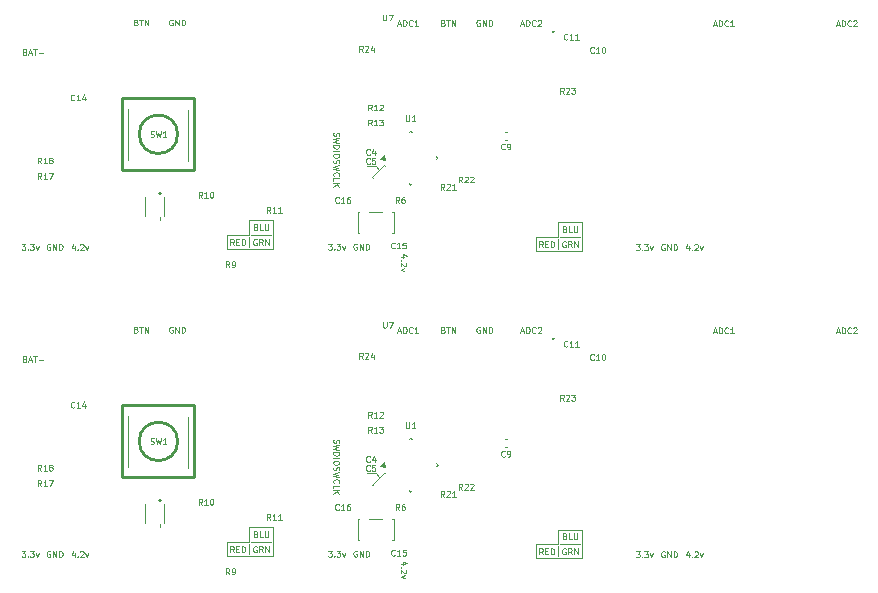
<source format=gbr>
%TF.GenerationSoftware,KiCad,Pcbnew,8.0.5*%
%TF.CreationDate,2024-11-09T23:01:36+01:00*%
%TF.ProjectId,NanoSumo_Mouse_Bites_Gerber_File,4e616e6f-5375-46d6-9f5f-4d6f7573655f,rev?*%
%TF.SameCoordinates,Original*%
%TF.FileFunction,Legend,Top*%
%TF.FilePolarity,Positive*%
%FSLAX46Y46*%
G04 Gerber Fmt 4.6, Leading zero omitted, Abs format (unit mm)*
G04 Created by KiCad (PCBNEW 8.0.5) date 2024-11-09 23:01:36*
%MOMM*%
%LPD*%
G01*
G04 APERTURE LIST*
%ADD10C,0.100000*%
%ADD11C,0.120000*%
%ADD12C,0.154725*%
%ADD13C,0.127000*%
%ADD14C,0.254000*%
G04 APERTURE END LIST*
D10*
X127773526Y-87930325D02*
X127773526Y-87117525D01*
X152102352Y-87101448D02*
X152102352Y-88320648D01*
X137725952Y-81107048D02*
X138487952Y-81107048D01*
X153934152Y-114117448D02*
X153934152Y-113304648D01*
X129805526Y-111695309D02*
X127773526Y-111695309D01*
X139202152Y-107056248D02*
X138186152Y-108072248D01*
X127976726Y-86914325D02*
X129602326Y-86914325D01*
X154134352Y-87101448D02*
X155759952Y-87101448D01*
X137728952Y-107107048D02*
X138490952Y-107107048D01*
X139199152Y-81056248D02*
X138183152Y-82072248D01*
X153931152Y-87101448D02*
X152102352Y-87101448D01*
X154137352Y-113101448D02*
X155762952Y-113101448D01*
X139252952Y-107107048D02*
X139202152Y-107056248D01*
X138490952Y-107107048D02*
X138795752Y-107411848D01*
X138186152Y-108072248D02*
X138236952Y-108123048D01*
X127773526Y-113930509D02*
X127773526Y-113117709D01*
X152102352Y-88320648D02*
X155963152Y-88320648D01*
X155963152Y-85882248D02*
X153931152Y-85882248D01*
X127773526Y-111695309D02*
X127773526Y-112914509D01*
X127976726Y-112914509D02*
X129602326Y-112914509D01*
X153934152Y-113101448D02*
X152105352Y-113101448D01*
X152105352Y-114320648D02*
X155966152Y-114320648D01*
X152105352Y-113101448D02*
X152105352Y-114320648D01*
X129805526Y-114133709D02*
X129805526Y-111695309D01*
X127773526Y-86914325D02*
X125944726Y-86914325D01*
X153931152Y-85882248D02*
X153931152Y-87101448D01*
X155963152Y-88320648D02*
X155963152Y-85882248D01*
X153931152Y-88117448D02*
X153931152Y-87304648D01*
X129805526Y-88133525D02*
X129805526Y-85695125D01*
X155966152Y-111882248D02*
X153934152Y-111882248D01*
X127773526Y-85695125D02*
X127773526Y-86914325D01*
X155966152Y-114320648D02*
X155966152Y-111882248D01*
X125944726Y-114133709D02*
X129805526Y-114133709D01*
X127773526Y-112914509D02*
X125944726Y-112914509D01*
X129805526Y-85695125D02*
X127773526Y-85695125D01*
X138183152Y-82072248D02*
X138233952Y-82123048D01*
X138487952Y-81107048D02*
X138792752Y-81411848D01*
X125944726Y-86914325D02*
X125944726Y-88133525D01*
X125944726Y-112914509D02*
X125944726Y-114133709D01*
X139249952Y-81107048D02*
X139199152Y-81056248D01*
X125944726Y-88133525D02*
X129805526Y-88133525D01*
X153934152Y-111882248D02*
X153934152Y-113101448D01*
D11*
X160532105Y-87723059D02*
X160841629Y-87723059D01*
X160841629Y-87723059D02*
X160674962Y-87913535D01*
X160674962Y-87913535D02*
X160746391Y-87913535D01*
X160746391Y-87913535D02*
X160794010Y-87937345D01*
X160794010Y-87937345D02*
X160817819Y-87961154D01*
X160817819Y-87961154D02*
X160841629Y-88008773D01*
X160841629Y-88008773D02*
X160841629Y-88127821D01*
X160841629Y-88127821D02*
X160817819Y-88175440D01*
X160817819Y-88175440D02*
X160794010Y-88199250D01*
X160794010Y-88199250D02*
X160746391Y-88223059D01*
X160746391Y-88223059D02*
X160603534Y-88223059D01*
X160603534Y-88223059D02*
X160555915Y-88199250D01*
X160555915Y-88199250D02*
X160532105Y-88175440D01*
X161055914Y-88175440D02*
X161079724Y-88199250D01*
X161079724Y-88199250D02*
X161055914Y-88223059D01*
X161055914Y-88223059D02*
X161032105Y-88199250D01*
X161032105Y-88199250D02*
X161055914Y-88175440D01*
X161055914Y-88175440D02*
X161055914Y-88223059D01*
X161246390Y-87723059D02*
X161555914Y-87723059D01*
X161555914Y-87723059D02*
X161389247Y-87913535D01*
X161389247Y-87913535D02*
X161460676Y-87913535D01*
X161460676Y-87913535D02*
X161508295Y-87937345D01*
X161508295Y-87937345D02*
X161532104Y-87961154D01*
X161532104Y-87961154D02*
X161555914Y-88008773D01*
X161555914Y-88008773D02*
X161555914Y-88127821D01*
X161555914Y-88127821D02*
X161532104Y-88175440D01*
X161532104Y-88175440D02*
X161508295Y-88199250D01*
X161508295Y-88199250D02*
X161460676Y-88223059D01*
X161460676Y-88223059D02*
X161317819Y-88223059D01*
X161317819Y-88223059D02*
X161270200Y-88199250D01*
X161270200Y-88199250D02*
X161246390Y-88175440D01*
X161722580Y-87889726D02*
X161841628Y-88223059D01*
X161841628Y-88223059D02*
X161960675Y-87889726D01*
X167097848Y-95131802D02*
X167335943Y-95131802D01*
X167050229Y-95274659D02*
X167216895Y-94774659D01*
X167216895Y-94774659D02*
X167383562Y-95274659D01*
X167550228Y-95274659D02*
X167550228Y-94774659D01*
X167550228Y-94774659D02*
X167669276Y-94774659D01*
X167669276Y-94774659D02*
X167740704Y-94798469D01*
X167740704Y-94798469D02*
X167788323Y-94846088D01*
X167788323Y-94846088D02*
X167812133Y-94893707D01*
X167812133Y-94893707D02*
X167835942Y-94988945D01*
X167835942Y-94988945D02*
X167835942Y-95060373D01*
X167835942Y-95060373D02*
X167812133Y-95155611D01*
X167812133Y-95155611D02*
X167788323Y-95203230D01*
X167788323Y-95203230D02*
X167740704Y-95250850D01*
X167740704Y-95250850D02*
X167669276Y-95274659D01*
X167669276Y-95274659D02*
X167550228Y-95274659D01*
X168335942Y-95227040D02*
X168312133Y-95250850D01*
X168312133Y-95250850D02*
X168240704Y-95274659D01*
X168240704Y-95274659D02*
X168193085Y-95274659D01*
X168193085Y-95274659D02*
X168121657Y-95250850D01*
X168121657Y-95250850D02*
X168074038Y-95203230D01*
X168074038Y-95203230D02*
X168050228Y-95155611D01*
X168050228Y-95155611D02*
X168026419Y-95060373D01*
X168026419Y-95060373D02*
X168026419Y-94988945D01*
X168026419Y-94988945D02*
X168050228Y-94893707D01*
X168050228Y-94893707D02*
X168074038Y-94846088D01*
X168074038Y-94846088D02*
X168121657Y-94798469D01*
X168121657Y-94798469D02*
X168193085Y-94774659D01*
X168193085Y-94774659D02*
X168240704Y-94774659D01*
X168240704Y-94774659D02*
X168312133Y-94798469D01*
X168312133Y-94798469D02*
X168335942Y-94822278D01*
X168812133Y-95274659D02*
X168526419Y-95274659D01*
X168669276Y-95274659D02*
X168669276Y-94774659D01*
X168669276Y-94774659D02*
X168621657Y-94846088D01*
X168621657Y-94846088D02*
X168574038Y-94893707D01*
X168574038Y-94893707D02*
X168526419Y-94917516D01*
X147301799Y-68765527D02*
X147254180Y-68741717D01*
X147254180Y-68741717D02*
X147182751Y-68741717D01*
X147182751Y-68741717D02*
X147111323Y-68765527D01*
X147111323Y-68765527D02*
X147063704Y-68813146D01*
X147063704Y-68813146D02*
X147039894Y-68860765D01*
X147039894Y-68860765D02*
X147016085Y-68956003D01*
X147016085Y-68956003D02*
X147016085Y-69027431D01*
X147016085Y-69027431D02*
X147039894Y-69122669D01*
X147039894Y-69122669D02*
X147063704Y-69170288D01*
X147063704Y-69170288D02*
X147111323Y-69217908D01*
X147111323Y-69217908D02*
X147182751Y-69241717D01*
X147182751Y-69241717D02*
X147230370Y-69241717D01*
X147230370Y-69241717D02*
X147301799Y-69217908D01*
X147301799Y-69217908D02*
X147325608Y-69194098D01*
X147325608Y-69194098D02*
X147325608Y-69027431D01*
X147325608Y-69027431D02*
X147230370Y-69027431D01*
X147539894Y-69241717D02*
X147539894Y-68741717D01*
X147539894Y-68741717D02*
X147825608Y-69241717D01*
X147825608Y-69241717D02*
X147825608Y-68741717D01*
X148063704Y-69241717D02*
X148063704Y-68741717D01*
X148063704Y-68741717D02*
X148182752Y-68741717D01*
X148182752Y-68741717D02*
X148254180Y-68765527D01*
X148254180Y-68765527D02*
X148301799Y-68813146D01*
X148301799Y-68813146D02*
X148325609Y-68860765D01*
X148325609Y-68860765D02*
X148349418Y-68956003D01*
X148349418Y-68956003D02*
X148349418Y-69027431D01*
X148349418Y-69027431D02*
X148325609Y-69122669D01*
X148325609Y-69122669D02*
X148301799Y-69170288D01*
X148301799Y-69170288D02*
X148254180Y-69217908D01*
X148254180Y-69217908D02*
X148182752Y-69241717D01*
X148182752Y-69241717D02*
X148063704Y-69241717D01*
X112995546Y-87872861D02*
X112995546Y-88206194D01*
X112876498Y-87682385D02*
X112757451Y-88039527D01*
X112757451Y-88039527D02*
X113066974Y-88039527D01*
X113257450Y-88158575D02*
X113281260Y-88182385D01*
X113281260Y-88182385D02*
X113257450Y-88206194D01*
X113257450Y-88206194D02*
X113233641Y-88182385D01*
X113233641Y-88182385D02*
X113257450Y-88158575D01*
X113257450Y-88158575D02*
X113257450Y-88206194D01*
X113471736Y-87753813D02*
X113495545Y-87730004D01*
X113495545Y-87730004D02*
X113543164Y-87706194D01*
X113543164Y-87706194D02*
X113662212Y-87706194D01*
X113662212Y-87706194D02*
X113709831Y-87730004D01*
X113709831Y-87730004D02*
X113733640Y-87753813D01*
X113733640Y-87753813D02*
X113757450Y-87801432D01*
X113757450Y-87801432D02*
X113757450Y-87849051D01*
X113757450Y-87849051D02*
X113733640Y-87920480D01*
X113733640Y-87920480D02*
X113447926Y-88206194D01*
X113447926Y-88206194D02*
X113757450Y-88206194D01*
X113924116Y-87872861D02*
X114043164Y-88206194D01*
X114043164Y-88206194D02*
X114162211Y-87872861D01*
X136887799Y-87713927D02*
X136840180Y-87690117D01*
X136840180Y-87690117D02*
X136768751Y-87690117D01*
X136768751Y-87690117D02*
X136697323Y-87713927D01*
X136697323Y-87713927D02*
X136649704Y-87761546D01*
X136649704Y-87761546D02*
X136625894Y-87809165D01*
X136625894Y-87809165D02*
X136602085Y-87904403D01*
X136602085Y-87904403D02*
X136602085Y-87975831D01*
X136602085Y-87975831D02*
X136625894Y-88071069D01*
X136625894Y-88071069D02*
X136649704Y-88118688D01*
X136649704Y-88118688D02*
X136697323Y-88166308D01*
X136697323Y-88166308D02*
X136768751Y-88190117D01*
X136768751Y-88190117D02*
X136816370Y-88190117D01*
X136816370Y-88190117D02*
X136887799Y-88166308D01*
X136887799Y-88166308D02*
X136911608Y-88142498D01*
X136911608Y-88142498D02*
X136911608Y-87975831D01*
X136911608Y-87975831D02*
X136816370Y-87975831D01*
X137125894Y-88190117D02*
X137125894Y-87690117D01*
X137125894Y-87690117D02*
X137411608Y-88190117D01*
X137411608Y-88190117D02*
X137411608Y-87690117D01*
X137649704Y-88190117D02*
X137649704Y-87690117D01*
X137649704Y-87690117D02*
X137768752Y-87690117D01*
X137768752Y-87690117D02*
X137840180Y-87713927D01*
X137840180Y-87713927D02*
X137887799Y-87761546D01*
X137887799Y-87761546D02*
X137911609Y-87809165D01*
X137911609Y-87809165D02*
X137935418Y-87904403D01*
X137935418Y-87904403D02*
X137935418Y-87975831D01*
X137935418Y-87975831D02*
X137911609Y-88071069D01*
X137911609Y-88071069D02*
X137887799Y-88118688D01*
X137887799Y-88118688D02*
X137840180Y-88166308D01*
X137840180Y-88166308D02*
X137768752Y-88190117D01*
X137768752Y-88190117D02*
X137649704Y-88190117D01*
X136890799Y-113713927D02*
X136843180Y-113690117D01*
X136843180Y-113690117D02*
X136771751Y-113690117D01*
X136771751Y-113690117D02*
X136700323Y-113713927D01*
X136700323Y-113713927D02*
X136652704Y-113761546D01*
X136652704Y-113761546D02*
X136628894Y-113809165D01*
X136628894Y-113809165D02*
X136605085Y-113904403D01*
X136605085Y-113904403D02*
X136605085Y-113975831D01*
X136605085Y-113975831D02*
X136628894Y-114071069D01*
X136628894Y-114071069D02*
X136652704Y-114118688D01*
X136652704Y-114118688D02*
X136700323Y-114166308D01*
X136700323Y-114166308D02*
X136771751Y-114190117D01*
X136771751Y-114190117D02*
X136819370Y-114190117D01*
X136819370Y-114190117D02*
X136890799Y-114166308D01*
X136890799Y-114166308D02*
X136914608Y-114142498D01*
X136914608Y-114142498D02*
X136914608Y-113975831D01*
X136914608Y-113975831D02*
X136819370Y-113975831D01*
X137128894Y-114190117D02*
X137128894Y-113690117D01*
X137128894Y-113690117D02*
X137414608Y-114190117D01*
X137414608Y-114190117D02*
X137414608Y-113690117D01*
X137652704Y-114190117D02*
X137652704Y-113690117D01*
X137652704Y-113690117D02*
X137771752Y-113690117D01*
X137771752Y-113690117D02*
X137843180Y-113713927D01*
X137843180Y-113713927D02*
X137890799Y-113761546D01*
X137890799Y-113761546D02*
X137914609Y-113809165D01*
X137914609Y-113809165D02*
X137938418Y-113904403D01*
X137938418Y-113904403D02*
X137938418Y-113975831D01*
X137938418Y-113975831D02*
X137914609Y-114071069D01*
X137914609Y-114071069D02*
X137890799Y-114118688D01*
X137890799Y-114118688D02*
X137843180Y-114166308D01*
X137843180Y-114166308D02*
X137771752Y-114190117D01*
X137771752Y-114190117D02*
X137652704Y-114190117D01*
X121296573Y-94730988D02*
X121248954Y-94707178D01*
X121248954Y-94707178D02*
X121177525Y-94707178D01*
X121177525Y-94707178D02*
X121106097Y-94730988D01*
X121106097Y-94730988D02*
X121058478Y-94778607D01*
X121058478Y-94778607D02*
X121034668Y-94826226D01*
X121034668Y-94826226D02*
X121010859Y-94921464D01*
X121010859Y-94921464D02*
X121010859Y-94992892D01*
X121010859Y-94992892D02*
X121034668Y-95088130D01*
X121034668Y-95088130D02*
X121058478Y-95135749D01*
X121058478Y-95135749D02*
X121106097Y-95183369D01*
X121106097Y-95183369D02*
X121177525Y-95207178D01*
X121177525Y-95207178D02*
X121225144Y-95207178D01*
X121225144Y-95207178D02*
X121296573Y-95183369D01*
X121296573Y-95183369D02*
X121320382Y-95159559D01*
X121320382Y-95159559D02*
X121320382Y-94992892D01*
X121320382Y-94992892D02*
X121225144Y-94992892D01*
X121534668Y-95207178D02*
X121534668Y-94707178D01*
X121534668Y-94707178D02*
X121820382Y-95207178D01*
X121820382Y-95207178D02*
X121820382Y-94707178D01*
X122058478Y-95207178D02*
X122058478Y-94707178D01*
X122058478Y-94707178D02*
X122177526Y-94707178D01*
X122177526Y-94707178D02*
X122248954Y-94730988D01*
X122248954Y-94730988D02*
X122296573Y-94778607D01*
X122296573Y-94778607D02*
X122320383Y-94826226D01*
X122320383Y-94826226D02*
X122344192Y-94921464D01*
X122344192Y-94921464D02*
X122344192Y-94992892D01*
X122344192Y-94992892D02*
X122320383Y-95088130D01*
X122320383Y-95088130D02*
X122296573Y-95135749D01*
X122296573Y-95135749D02*
X122248954Y-95183369D01*
X122248954Y-95183369D02*
X122177526Y-95207178D01*
X122177526Y-95207178D02*
X122058478Y-95207178D01*
X144218085Y-68979812D02*
X144289513Y-69003622D01*
X144289513Y-69003622D02*
X144313323Y-69027431D01*
X144313323Y-69027431D02*
X144337132Y-69075050D01*
X144337132Y-69075050D02*
X144337132Y-69146479D01*
X144337132Y-69146479D02*
X144313323Y-69194098D01*
X144313323Y-69194098D02*
X144289513Y-69217908D01*
X144289513Y-69217908D02*
X144241894Y-69241717D01*
X144241894Y-69241717D02*
X144051418Y-69241717D01*
X144051418Y-69241717D02*
X144051418Y-68741717D01*
X144051418Y-68741717D02*
X144218085Y-68741717D01*
X144218085Y-68741717D02*
X144265704Y-68765527D01*
X144265704Y-68765527D02*
X144289513Y-68789336D01*
X144289513Y-68789336D02*
X144313323Y-68836955D01*
X144313323Y-68836955D02*
X144313323Y-68884574D01*
X144313323Y-68884574D02*
X144289513Y-68932193D01*
X144289513Y-68932193D02*
X144265704Y-68956003D01*
X144265704Y-68956003D02*
X144218085Y-68979812D01*
X144218085Y-68979812D02*
X144051418Y-68979812D01*
X144479990Y-68741717D02*
X144765704Y-68741717D01*
X144622847Y-69241717D02*
X144622847Y-68741717D01*
X144932370Y-69241717D02*
X144932370Y-68741717D01*
X144932370Y-68741717D02*
X145218084Y-69241717D01*
X145218084Y-69241717D02*
X145218084Y-68741717D01*
X128360954Y-112268073D02*
X128432382Y-112291883D01*
X128432382Y-112291883D02*
X128456192Y-112315692D01*
X128456192Y-112315692D02*
X128480001Y-112363311D01*
X128480001Y-112363311D02*
X128480001Y-112434740D01*
X128480001Y-112434740D02*
X128456192Y-112482359D01*
X128456192Y-112482359D02*
X128432382Y-112506169D01*
X128432382Y-112506169D02*
X128384763Y-112529978D01*
X128384763Y-112529978D02*
X128194287Y-112529978D01*
X128194287Y-112529978D02*
X128194287Y-112029978D01*
X128194287Y-112029978D02*
X128360954Y-112029978D01*
X128360954Y-112029978D02*
X128408573Y-112053788D01*
X128408573Y-112053788D02*
X128432382Y-112077597D01*
X128432382Y-112077597D02*
X128456192Y-112125216D01*
X128456192Y-112125216D02*
X128456192Y-112172835D01*
X128456192Y-112172835D02*
X128432382Y-112220454D01*
X128432382Y-112220454D02*
X128408573Y-112244264D01*
X128408573Y-112244264D02*
X128360954Y-112268073D01*
X128360954Y-112268073D02*
X128194287Y-112268073D01*
X128932382Y-112529978D02*
X128694287Y-112529978D01*
X128694287Y-112529978D02*
X128694287Y-112029978D01*
X129099049Y-112029978D02*
X129099049Y-112434740D01*
X129099049Y-112434740D02*
X129122859Y-112482359D01*
X129122859Y-112482359D02*
X129146668Y-112506169D01*
X129146668Y-112506169D02*
X129194287Y-112529978D01*
X129194287Y-112529978D02*
X129289525Y-112529978D01*
X129289525Y-112529978D02*
X129337144Y-112506169D01*
X129337144Y-112506169D02*
X129360954Y-112482359D01*
X129360954Y-112482359D02*
X129384763Y-112434740D01*
X129384763Y-112434740D02*
X129384763Y-112029978D01*
X154569199Y-113510727D02*
X154521580Y-113486917D01*
X154521580Y-113486917D02*
X154450151Y-113486917D01*
X154450151Y-113486917D02*
X154378723Y-113510727D01*
X154378723Y-113510727D02*
X154331104Y-113558346D01*
X154331104Y-113558346D02*
X154307294Y-113605965D01*
X154307294Y-113605965D02*
X154283485Y-113701203D01*
X154283485Y-113701203D02*
X154283485Y-113772631D01*
X154283485Y-113772631D02*
X154307294Y-113867869D01*
X154307294Y-113867869D02*
X154331104Y-113915488D01*
X154331104Y-113915488D02*
X154378723Y-113963108D01*
X154378723Y-113963108D02*
X154450151Y-113986917D01*
X154450151Y-113986917D02*
X154497770Y-113986917D01*
X154497770Y-113986917D02*
X154569199Y-113963108D01*
X154569199Y-113963108D02*
X154593008Y-113939298D01*
X154593008Y-113939298D02*
X154593008Y-113772631D01*
X154593008Y-113772631D02*
X154497770Y-113772631D01*
X155093008Y-113986917D02*
X154926342Y-113748822D01*
X154807294Y-113986917D02*
X154807294Y-113486917D01*
X154807294Y-113486917D02*
X154997770Y-113486917D01*
X154997770Y-113486917D02*
X155045389Y-113510727D01*
X155045389Y-113510727D02*
X155069199Y-113534536D01*
X155069199Y-113534536D02*
X155093008Y-113582155D01*
X155093008Y-113582155D02*
X155093008Y-113653584D01*
X155093008Y-113653584D02*
X155069199Y-113701203D01*
X155069199Y-113701203D02*
X155045389Y-113725012D01*
X155045389Y-113725012D02*
X154997770Y-113748822D01*
X154997770Y-113748822D02*
X154807294Y-113748822D01*
X155307294Y-113986917D02*
X155307294Y-113486917D01*
X155307294Y-113486917D02*
X155593008Y-113986917D01*
X155593008Y-113986917D02*
X155593008Y-113486917D01*
X154521580Y-112455012D02*
X154593008Y-112478822D01*
X154593008Y-112478822D02*
X154616818Y-112502631D01*
X154616818Y-112502631D02*
X154640627Y-112550250D01*
X154640627Y-112550250D02*
X154640627Y-112621679D01*
X154640627Y-112621679D02*
X154616818Y-112669298D01*
X154616818Y-112669298D02*
X154593008Y-112693108D01*
X154593008Y-112693108D02*
X154545389Y-112716917D01*
X154545389Y-112716917D02*
X154354913Y-112716917D01*
X154354913Y-112716917D02*
X154354913Y-112216917D01*
X154354913Y-112216917D02*
X154521580Y-112216917D01*
X154521580Y-112216917D02*
X154569199Y-112240727D01*
X154569199Y-112240727D02*
X154593008Y-112264536D01*
X154593008Y-112264536D02*
X154616818Y-112312155D01*
X154616818Y-112312155D02*
X154616818Y-112359774D01*
X154616818Y-112359774D02*
X154593008Y-112407393D01*
X154593008Y-112407393D02*
X154569199Y-112431203D01*
X154569199Y-112431203D02*
X154521580Y-112455012D01*
X154521580Y-112455012D02*
X154354913Y-112455012D01*
X155093008Y-112716917D02*
X154854913Y-112716917D01*
X154854913Y-112716917D02*
X154854913Y-112216917D01*
X155259675Y-112216917D02*
X155259675Y-112621679D01*
X155259675Y-112621679D02*
X155283485Y-112669298D01*
X155283485Y-112669298D02*
X155307294Y-112693108D01*
X155307294Y-112693108D02*
X155354913Y-112716917D01*
X155354913Y-112716917D02*
X155450151Y-112716917D01*
X155450151Y-112716917D02*
X155497770Y-112693108D01*
X155497770Y-112693108D02*
X155521580Y-112669298D01*
X155521580Y-112669298D02*
X155545389Y-112621679D01*
X155545389Y-112621679D02*
X155545389Y-112216917D01*
X140374010Y-69098860D02*
X140612105Y-69098860D01*
X140326391Y-69241717D02*
X140493057Y-68741717D01*
X140493057Y-68741717D02*
X140659724Y-69241717D01*
X140826390Y-69241717D02*
X140826390Y-68741717D01*
X140826390Y-68741717D02*
X140945438Y-68741717D01*
X140945438Y-68741717D02*
X141016866Y-68765527D01*
X141016866Y-68765527D02*
X141064485Y-68813146D01*
X141064485Y-68813146D02*
X141088295Y-68860765D01*
X141088295Y-68860765D02*
X141112104Y-68956003D01*
X141112104Y-68956003D02*
X141112104Y-69027431D01*
X141112104Y-69027431D02*
X141088295Y-69122669D01*
X141088295Y-69122669D02*
X141064485Y-69170288D01*
X141064485Y-69170288D02*
X141016866Y-69217908D01*
X141016866Y-69217908D02*
X140945438Y-69241717D01*
X140945438Y-69241717D02*
X140826390Y-69241717D01*
X141612104Y-69194098D02*
X141588295Y-69217908D01*
X141588295Y-69217908D02*
X141516866Y-69241717D01*
X141516866Y-69241717D02*
X141469247Y-69241717D01*
X141469247Y-69241717D02*
X141397819Y-69217908D01*
X141397819Y-69217908D02*
X141350200Y-69170288D01*
X141350200Y-69170288D02*
X141326390Y-69122669D01*
X141326390Y-69122669D02*
X141302581Y-69027431D01*
X141302581Y-69027431D02*
X141302581Y-68956003D01*
X141302581Y-68956003D02*
X141326390Y-68860765D01*
X141326390Y-68860765D02*
X141350200Y-68813146D01*
X141350200Y-68813146D02*
X141397819Y-68765527D01*
X141397819Y-68765527D02*
X141469247Y-68741717D01*
X141469247Y-68741717D02*
X141516866Y-68741717D01*
X141516866Y-68741717D02*
X141588295Y-68765527D01*
X141588295Y-68765527D02*
X141612104Y-68789336D01*
X142088295Y-69241717D02*
X141802581Y-69241717D01*
X141945438Y-69241717D02*
X141945438Y-68741717D01*
X141945438Y-68741717D02*
X141897819Y-68813146D01*
X141897819Y-68813146D02*
X141850200Y-68860765D01*
X141850200Y-68860765D02*
X141802581Y-68884574D01*
X126486897Y-87799794D02*
X126320231Y-87561699D01*
X126201183Y-87799794D02*
X126201183Y-87299794D01*
X126201183Y-87299794D02*
X126391659Y-87299794D01*
X126391659Y-87299794D02*
X126439278Y-87323604D01*
X126439278Y-87323604D02*
X126463088Y-87347413D01*
X126463088Y-87347413D02*
X126486897Y-87395032D01*
X126486897Y-87395032D02*
X126486897Y-87466461D01*
X126486897Y-87466461D02*
X126463088Y-87514080D01*
X126463088Y-87514080D02*
X126439278Y-87537889D01*
X126439278Y-87537889D02*
X126391659Y-87561699D01*
X126391659Y-87561699D02*
X126201183Y-87561699D01*
X126701183Y-87537889D02*
X126867850Y-87537889D01*
X126939278Y-87799794D02*
X126701183Y-87799794D01*
X126701183Y-87799794D02*
X126701183Y-87299794D01*
X126701183Y-87299794D02*
X126939278Y-87299794D01*
X127153564Y-87799794D02*
X127153564Y-87299794D01*
X127153564Y-87299794D02*
X127272612Y-87299794D01*
X127272612Y-87299794D02*
X127344040Y-87323604D01*
X127344040Y-87323604D02*
X127391659Y-87371223D01*
X127391659Y-87371223D02*
X127415469Y-87418842D01*
X127415469Y-87418842D02*
X127439278Y-87514080D01*
X127439278Y-87514080D02*
X127439278Y-87585508D01*
X127439278Y-87585508D02*
X127415469Y-87680746D01*
X127415469Y-87680746D02*
X127391659Y-87728365D01*
X127391659Y-87728365D02*
X127344040Y-87775985D01*
X127344040Y-87775985D02*
X127272612Y-87799794D01*
X127272612Y-87799794D02*
X127153564Y-87799794D01*
X165013410Y-113889726D02*
X165013410Y-114223059D01*
X164894362Y-113699250D02*
X164775315Y-114056392D01*
X164775315Y-114056392D02*
X165084838Y-114056392D01*
X165275314Y-114175440D02*
X165299124Y-114199250D01*
X165299124Y-114199250D02*
X165275314Y-114223059D01*
X165275314Y-114223059D02*
X165251505Y-114199250D01*
X165251505Y-114199250D02*
X165275314Y-114175440D01*
X165275314Y-114175440D02*
X165275314Y-114223059D01*
X165489600Y-113770678D02*
X165513409Y-113746869D01*
X165513409Y-113746869D02*
X165561028Y-113723059D01*
X165561028Y-113723059D02*
X165680076Y-113723059D01*
X165680076Y-113723059D02*
X165727695Y-113746869D01*
X165727695Y-113746869D02*
X165751504Y-113770678D01*
X165751504Y-113770678D02*
X165775314Y-113818297D01*
X165775314Y-113818297D02*
X165775314Y-113865916D01*
X165775314Y-113865916D02*
X165751504Y-113937345D01*
X165751504Y-113937345D02*
X165465790Y-114223059D01*
X165465790Y-114223059D02*
X165775314Y-114223059D01*
X165941980Y-113889726D02*
X166061028Y-114223059D01*
X166061028Y-114223059D02*
X166180075Y-113889726D01*
X134471667Y-87690117D02*
X134781191Y-87690117D01*
X134781191Y-87690117D02*
X134614524Y-87880593D01*
X134614524Y-87880593D02*
X134685953Y-87880593D01*
X134685953Y-87880593D02*
X134733572Y-87904403D01*
X134733572Y-87904403D02*
X134757381Y-87928212D01*
X134757381Y-87928212D02*
X134781191Y-87975831D01*
X134781191Y-87975831D02*
X134781191Y-88094879D01*
X134781191Y-88094879D02*
X134757381Y-88142498D01*
X134757381Y-88142498D02*
X134733572Y-88166308D01*
X134733572Y-88166308D02*
X134685953Y-88190117D01*
X134685953Y-88190117D02*
X134543096Y-88190117D01*
X134543096Y-88190117D02*
X134495477Y-88166308D01*
X134495477Y-88166308D02*
X134471667Y-88142498D01*
X134995476Y-88142498D02*
X135019286Y-88166308D01*
X135019286Y-88166308D02*
X134995476Y-88190117D01*
X134995476Y-88190117D02*
X134971667Y-88166308D01*
X134971667Y-88166308D02*
X134995476Y-88142498D01*
X134995476Y-88142498D02*
X134995476Y-88190117D01*
X135185952Y-87690117D02*
X135495476Y-87690117D01*
X135495476Y-87690117D02*
X135328809Y-87880593D01*
X135328809Y-87880593D02*
X135400238Y-87880593D01*
X135400238Y-87880593D02*
X135447857Y-87904403D01*
X135447857Y-87904403D02*
X135471666Y-87928212D01*
X135471666Y-87928212D02*
X135495476Y-87975831D01*
X135495476Y-87975831D02*
X135495476Y-88094879D01*
X135495476Y-88094879D02*
X135471666Y-88142498D01*
X135471666Y-88142498D02*
X135447857Y-88166308D01*
X135447857Y-88166308D02*
X135400238Y-88190117D01*
X135400238Y-88190117D02*
X135257381Y-88190117D01*
X135257381Y-88190117D02*
X135209762Y-88166308D01*
X135209762Y-88166308D02*
X135185952Y-88142498D01*
X135662142Y-87856784D02*
X135781190Y-88190117D01*
X135781190Y-88190117D02*
X135900237Y-87856784D01*
X128360954Y-86267889D02*
X128432382Y-86291699D01*
X128432382Y-86291699D02*
X128456192Y-86315508D01*
X128456192Y-86315508D02*
X128480001Y-86363127D01*
X128480001Y-86363127D02*
X128480001Y-86434556D01*
X128480001Y-86434556D02*
X128456192Y-86482175D01*
X128456192Y-86482175D02*
X128432382Y-86505985D01*
X128432382Y-86505985D02*
X128384763Y-86529794D01*
X128384763Y-86529794D02*
X128194287Y-86529794D01*
X128194287Y-86529794D02*
X128194287Y-86029794D01*
X128194287Y-86029794D02*
X128360954Y-86029794D01*
X128360954Y-86029794D02*
X128408573Y-86053604D01*
X128408573Y-86053604D02*
X128432382Y-86077413D01*
X128432382Y-86077413D02*
X128456192Y-86125032D01*
X128456192Y-86125032D02*
X128456192Y-86172651D01*
X128456192Y-86172651D02*
X128432382Y-86220270D01*
X128432382Y-86220270D02*
X128408573Y-86244080D01*
X128408573Y-86244080D02*
X128360954Y-86267889D01*
X128360954Y-86267889D02*
X128194287Y-86267889D01*
X128932382Y-86529794D02*
X128694287Y-86529794D01*
X128694287Y-86529794D02*
X128694287Y-86029794D01*
X129099049Y-86029794D02*
X129099049Y-86434556D01*
X129099049Y-86434556D02*
X129122859Y-86482175D01*
X129122859Y-86482175D02*
X129146668Y-86505985D01*
X129146668Y-86505985D02*
X129194287Y-86529794D01*
X129194287Y-86529794D02*
X129289525Y-86529794D01*
X129289525Y-86529794D02*
X129337144Y-86505985D01*
X129337144Y-86505985D02*
X129360954Y-86482175D01*
X129360954Y-86482175D02*
X129384763Y-86434556D01*
X129384763Y-86434556D02*
X129384763Y-86029794D01*
X154518580Y-86455012D02*
X154590008Y-86478822D01*
X154590008Y-86478822D02*
X154613818Y-86502631D01*
X154613818Y-86502631D02*
X154637627Y-86550250D01*
X154637627Y-86550250D02*
X154637627Y-86621679D01*
X154637627Y-86621679D02*
X154613818Y-86669298D01*
X154613818Y-86669298D02*
X154590008Y-86693108D01*
X154590008Y-86693108D02*
X154542389Y-86716917D01*
X154542389Y-86716917D02*
X154351913Y-86716917D01*
X154351913Y-86716917D02*
X154351913Y-86216917D01*
X154351913Y-86216917D02*
X154518580Y-86216917D01*
X154518580Y-86216917D02*
X154566199Y-86240727D01*
X154566199Y-86240727D02*
X154590008Y-86264536D01*
X154590008Y-86264536D02*
X154613818Y-86312155D01*
X154613818Y-86312155D02*
X154613818Y-86359774D01*
X154613818Y-86359774D02*
X154590008Y-86407393D01*
X154590008Y-86407393D02*
X154566199Y-86431203D01*
X154566199Y-86431203D02*
X154518580Y-86455012D01*
X154518580Y-86455012D02*
X154351913Y-86455012D01*
X155090008Y-86716917D02*
X154851913Y-86716917D01*
X154851913Y-86716917D02*
X154851913Y-86216917D01*
X155256675Y-86216917D02*
X155256675Y-86621679D01*
X155256675Y-86621679D02*
X155280485Y-86669298D01*
X155280485Y-86669298D02*
X155304294Y-86693108D01*
X155304294Y-86693108D02*
X155351913Y-86716917D01*
X155351913Y-86716917D02*
X155447151Y-86716917D01*
X155447151Y-86716917D02*
X155494770Y-86693108D01*
X155494770Y-86693108D02*
X155518580Y-86669298D01*
X155518580Y-86669298D02*
X155542389Y-86621679D01*
X155542389Y-86621679D02*
X155542389Y-86216917D01*
X150788010Y-69098860D02*
X151026105Y-69098860D01*
X150740391Y-69241717D02*
X150907057Y-68741717D01*
X150907057Y-68741717D02*
X151073724Y-69241717D01*
X151240390Y-69241717D02*
X151240390Y-68741717D01*
X151240390Y-68741717D02*
X151359438Y-68741717D01*
X151359438Y-68741717D02*
X151430866Y-68765527D01*
X151430866Y-68765527D02*
X151478485Y-68813146D01*
X151478485Y-68813146D02*
X151502295Y-68860765D01*
X151502295Y-68860765D02*
X151526104Y-68956003D01*
X151526104Y-68956003D02*
X151526104Y-69027431D01*
X151526104Y-69027431D02*
X151502295Y-69122669D01*
X151502295Y-69122669D02*
X151478485Y-69170288D01*
X151478485Y-69170288D02*
X151430866Y-69217908D01*
X151430866Y-69217908D02*
X151359438Y-69241717D01*
X151359438Y-69241717D02*
X151240390Y-69241717D01*
X152026104Y-69194098D02*
X152002295Y-69217908D01*
X152002295Y-69217908D02*
X151930866Y-69241717D01*
X151930866Y-69241717D02*
X151883247Y-69241717D01*
X151883247Y-69241717D02*
X151811819Y-69217908D01*
X151811819Y-69217908D02*
X151764200Y-69170288D01*
X151764200Y-69170288D02*
X151740390Y-69122669D01*
X151740390Y-69122669D02*
X151716581Y-69027431D01*
X151716581Y-69027431D02*
X151716581Y-68956003D01*
X151716581Y-68956003D02*
X151740390Y-68860765D01*
X151740390Y-68860765D02*
X151764200Y-68813146D01*
X151764200Y-68813146D02*
X151811819Y-68765527D01*
X151811819Y-68765527D02*
X151883247Y-68741717D01*
X151883247Y-68741717D02*
X151930866Y-68741717D01*
X151930866Y-68741717D02*
X152002295Y-68765527D01*
X152002295Y-68765527D02*
X152026104Y-68789336D01*
X152216581Y-68789336D02*
X152240390Y-68765527D01*
X152240390Y-68765527D02*
X152288009Y-68741717D01*
X152288009Y-68741717D02*
X152407057Y-68741717D01*
X152407057Y-68741717D02*
X152454676Y-68765527D01*
X152454676Y-68765527D02*
X152478485Y-68789336D01*
X152478485Y-68789336D02*
X152502295Y-68836955D01*
X152502295Y-68836955D02*
X152502295Y-68884574D01*
X152502295Y-68884574D02*
X152478485Y-68956003D01*
X152478485Y-68956003D02*
X152192771Y-69241717D01*
X152192771Y-69241717D02*
X152502295Y-69241717D01*
X154566199Y-87510727D02*
X154518580Y-87486917D01*
X154518580Y-87486917D02*
X154447151Y-87486917D01*
X154447151Y-87486917D02*
X154375723Y-87510727D01*
X154375723Y-87510727D02*
X154328104Y-87558346D01*
X154328104Y-87558346D02*
X154304294Y-87605965D01*
X154304294Y-87605965D02*
X154280485Y-87701203D01*
X154280485Y-87701203D02*
X154280485Y-87772631D01*
X154280485Y-87772631D02*
X154304294Y-87867869D01*
X154304294Y-87867869D02*
X154328104Y-87915488D01*
X154328104Y-87915488D02*
X154375723Y-87963108D01*
X154375723Y-87963108D02*
X154447151Y-87986917D01*
X154447151Y-87986917D02*
X154494770Y-87986917D01*
X154494770Y-87986917D02*
X154566199Y-87963108D01*
X154566199Y-87963108D02*
X154590008Y-87939298D01*
X154590008Y-87939298D02*
X154590008Y-87772631D01*
X154590008Y-87772631D02*
X154494770Y-87772631D01*
X155090008Y-87986917D02*
X154923342Y-87748822D01*
X154804294Y-87986917D02*
X154804294Y-87486917D01*
X154804294Y-87486917D02*
X154994770Y-87486917D01*
X154994770Y-87486917D02*
X155042389Y-87510727D01*
X155042389Y-87510727D02*
X155066199Y-87534536D01*
X155066199Y-87534536D02*
X155090008Y-87582155D01*
X155090008Y-87582155D02*
X155090008Y-87653584D01*
X155090008Y-87653584D02*
X155066199Y-87701203D01*
X155066199Y-87701203D02*
X155042389Y-87725012D01*
X155042389Y-87725012D02*
X154994770Y-87748822D01*
X154994770Y-87748822D02*
X154804294Y-87748822D01*
X155304294Y-87986917D02*
X155304294Y-87486917D01*
X155304294Y-87486917D02*
X155590008Y-87986917D01*
X155590008Y-87986917D02*
X155590008Y-87486917D01*
X177511848Y-95131802D02*
X177749943Y-95131802D01*
X177464229Y-95274659D02*
X177630895Y-94774659D01*
X177630895Y-94774659D02*
X177797562Y-95274659D01*
X177964228Y-95274659D02*
X177964228Y-94774659D01*
X177964228Y-94774659D02*
X178083276Y-94774659D01*
X178083276Y-94774659D02*
X178154704Y-94798469D01*
X178154704Y-94798469D02*
X178202323Y-94846088D01*
X178202323Y-94846088D02*
X178226133Y-94893707D01*
X178226133Y-94893707D02*
X178249942Y-94988945D01*
X178249942Y-94988945D02*
X178249942Y-95060373D01*
X178249942Y-95060373D02*
X178226133Y-95155611D01*
X178226133Y-95155611D02*
X178202323Y-95203230D01*
X178202323Y-95203230D02*
X178154704Y-95250850D01*
X178154704Y-95250850D02*
X178083276Y-95274659D01*
X178083276Y-95274659D02*
X177964228Y-95274659D01*
X178749942Y-95227040D02*
X178726133Y-95250850D01*
X178726133Y-95250850D02*
X178654704Y-95274659D01*
X178654704Y-95274659D02*
X178607085Y-95274659D01*
X178607085Y-95274659D02*
X178535657Y-95250850D01*
X178535657Y-95250850D02*
X178488038Y-95203230D01*
X178488038Y-95203230D02*
X178464228Y-95155611D01*
X178464228Y-95155611D02*
X178440419Y-95060373D01*
X178440419Y-95060373D02*
X178440419Y-94988945D01*
X178440419Y-94988945D02*
X178464228Y-94893707D01*
X178464228Y-94893707D02*
X178488038Y-94846088D01*
X178488038Y-94846088D02*
X178535657Y-94798469D01*
X178535657Y-94798469D02*
X178607085Y-94774659D01*
X178607085Y-94774659D02*
X178654704Y-94774659D01*
X178654704Y-94774659D02*
X178726133Y-94798469D01*
X178726133Y-94798469D02*
X178749942Y-94822278D01*
X178940419Y-94822278D02*
X178964228Y-94798469D01*
X178964228Y-94798469D02*
X179011847Y-94774659D01*
X179011847Y-94774659D02*
X179130895Y-94774659D01*
X179130895Y-94774659D02*
X179178514Y-94798469D01*
X179178514Y-94798469D02*
X179202323Y-94822278D01*
X179202323Y-94822278D02*
X179226133Y-94869897D01*
X179226133Y-94869897D02*
X179226133Y-94917516D01*
X179226133Y-94917516D02*
X179202323Y-94988945D01*
X179202323Y-94988945D02*
X178916609Y-95274659D01*
X178916609Y-95274659D02*
X179226133Y-95274659D01*
X162951237Y-113746869D02*
X162903618Y-113723059D01*
X162903618Y-113723059D02*
X162832189Y-113723059D01*
X162832189Y-113723059D02*
X162760761Y-113746869D01*
X162760761Y-113746869D02*
X162713142Y-113794488D01*
X162713142Y-113794488D02*
X162689332Y-113842107D01*
X162689332Y-113842107D02*
X162665523Y-113937345D01*
X162665523Y-113937345D02*
X162665523Y-114008773D01*
X162665523Y-114008773D02*
X162689332Y-114104011D01*
X162689332Y-114104011D02*
X162713142Y-114151630D01*
X162713142Y-114151630D02*
X162760761Y-114199250D01*
X162760761Y-114199250D02*
X162832189Y-114223059D01*
X162832189Y-114223059D02*
X162879808Y-114223059D01*
X162879808Y-114223059D02*
X162951237Y-114199250D01*
X162951237Y-114199250D02*
X162975046Y-114175440D01*
X162975046Y-114175440D02*
X162975046Y-114008773D01*
X162975046Y-114008773D02*
X162879808Y-114008773D01*
X163189332Y-114223059D02*
X163189332Y-113723059D01*
X163189332Y-113723059D02*
X163475046Y-114223059D01*
X163475046Y-114223059D02*
X163475046Y-113723059D01*
X163713142Y-114223059D02*
X163713142Y-113723059D01*
X163713142Y-113723059D02*
X163832190Y-113723059D01*
X163832190Y-113723059D02*
X163903618Y-113746869D01*
X163903618Y-113746869D02*
X163951237Y-113794488D01*
X163951237Y-113794488D02*
X163975047Y-113842107D01*
X163975047Y-113842107D02*
X163998856Y-113937345D01*
X163998856Y-113937345D02*
X163998856Y-114008773D01*
X163998856Y-114008773D02*
X163975047Y-114104011D01*
X163975047Y-114104011D02*
X163951237Y-114151630D01*
X163951237Y-114151630D02*
X163903618Y-114199250D01*
X163903618Y-114199250D02*
X163832190Y-114223059D01*
X163832190Y-114223059D02*
X163713142Y-114223059D01*
X128408573Y-113323788D02*
X128360954Y-113299978D01*
X128360954Y-113299978D02*
X128289525Y-113299978D01*
X128289525Y-113299978D02*
X128218097Y-113323788D01*
X128218097Y-113323788D02*
X128170478Y-113371407D01*
X128170478Y-113371407D02*
X128146668Y-113419026D01*
X128146668Y-113419026D02*
X128122859Y-113514264D01*
X128122859Y-113514264D02*
X128122859Y-113585692D01*
X128122859Y-113585692D02*
X128146668Y-113680930D01*
X128146668Y-113680930D02*
X128170478Y-113728549D01*
X128170478Y-113728549D02*
X128218097Y-113776169D01*
X128218097Y-113776169D02*
X128289525Y-113799978D01*
X128289525Y-113799978D02*
X128337144Y-113799978D01*
X128337144Y-113799978D02*
X128408573Y-113776169D01*
X128408573Y-113776169D02*
X128432382Y-113752359D01*
X128432382Y-113752359D02*
X128432382Y-113585692D01*
X128432382Y-113585692D02*
X128337144Y-113585692D01*
X128932382Y-113799978D02*
X128765716Y-113561883D01*
X128646668Y-113799978D02*
X128646668Y-113299978D01*
X128646668Y-113299978D02*
X128837144Y-113299978D01*
X128837144Y-113299978D02*
X128884763Y-113323788D01*
X128884763Y-113323788D02*
X128908573Y-113347597D01*
X128908573Y-113347597D02*
X128932382Y-113395216D01*
X128932382Y-113395216D02*
X128932382Y-113466645D01*
X128932382Y-113466645D02*
X128908573Y-113514264D01*
X128908573Y-113514264D02*
X128884763Y-113538073D01*
X128884763Y-113538073D02*
X128837144Y-113561883D01*
X128837144Y-113561883D02*
X128646668Y-113561883D01*
X129146668Y-113799978D02*
X129146668Y-113299978D01*
X129146668Y-113299978D02*
X129432382Y-113799978D01*
X129432382Y-113799978D02*
X129432382Y-113299978D01*
X110933373Y-87730004D02*
X110885754Y-87706194D01*
X110885754Y-87706194D02*
X110814325Y-87706194D01*
X110814325Y-87706194D02*
X110742897Y-87730004D01*
X110742897Y-87730004D02*
X110695278Y-87777623D01*
X110695278Y-87777623D02*
X110671468Y-87825242D01*
X110671468Y-87825242D02*
X110647659Y-87920480D01*
X110647659Y-87920480D02*
X110647659Y-87991908D01*
X110647659Y-87991908D02*
X110671468Y-88087146D01*
X110671468Y-88087146D02*
X110695278Y-88134765D01*
X110695278Y-88134765D02*
X110742897Y-88182385D01*
X110742897Y-88182385D02*
X110814325Y-88206194D01*
X110814325Y-88206194D02*
X110861944Y-88206194D01*
X110861944Y-88206194D02*
X110933373Y-88182385D01*
X110933373Y-88182385D02*
X110957182Y-88158575D01*
X110957182Y-88158575D02*
X110957182Y-87991908D01*
X110957182Y-87991908D02*
X110861944Y-87991908D01*
X111171468Y-88206194D02*
X111171468Y-87706194D01*
X111171468Y-87706194D02*
X111457182Y-88206194D01*
X111457182Y-88206194D02*
X111457182Y-87706194D01*
X111695278Y-88206194D02*
X111695278Y-87706194D01*
X111695278Y-87706194D02*
X111814326Y-87706194D01*
X111814326Y-87706194D02*
X111885754Y-87730004D01*
X111885754Y-87730004D02*
X111933373Y-87777623D01*
X111933373Y-87777623D02*
X111957183Y-87825242D01*
X111957183Y-87825242D02*
X111980992Y-87920480D01*
X111980992Y-87920480D02*
X111980992Y-87991908D01*
X111980992Y-87991908D02*
X111957183Y-88087146D01*
X111957183Y-88087146D02*
X111933373Y-88134765D01*
X111933373Y-88134765D02*
X111885754Y-88182385D01*
X111885754Y-88182385D02*
X111814326Y-88206194D01*
X111814326Y-88206194D02*
X111695278Y-88206194D01*
X110933373Y-113730188D02*
X110885754Y-113706378D01*
X110885754Y-113706378D02*
X110814325Y-113706378D01*
X110814325Y-113706378D02*
X110742897Y-113730188D01*
X110742897Y-113730188D02*
X110695278Y-113777807D01*
X110695278Y-113777807D02*
X110671468Y-113825426D01*
X110671468Y-113825426D02*
X110647659Y-113920664D01*
X110647659Y-113920664D02*
X110647659Y-113992092D01*
X110647659Y-113992092D02*
X110671468Y-114087330D01*
X110671468Y-114087330D02*
X110695278Y-114134949D01*
X110695278Y-114134949D02*
X110742897Y-114182569D01*
X110742897Y-114182569D02*
X110814325Y-114206378D01*
X110814325Y-114206378D02*
X110861944Y-114206378D01*
X110861944Y-114206378D02*
X110933373Y-114182569D01*
X110933373Y-114182569D02*
X110957182Y-114158759D01*
X110957182Y-114158759D02*
X110957182Y-113992092D01*
X110957182Y-113992092D02*
X110861944Y-113992092D01*
X111171468Y-114206378D02*
X111171468Y-113706378D01*
X111171468Y-113706378D02*
X111457182Y-114206378D01*
X111457182Y-114206378D02*
X111457182Y-113706378D01*
X111695278Y-114206378D02*
X111695278Y-113706378D01*
X111695278Y-113706378D02*
X111814326Y-113706378D01*
X111814326Y-113706378D02*
X111885754Y-113730188D01*
X111885754Y-113730188D02*
X111933373Y-113777807D01*
X111933373Y-113777807D02*
X111957183Y-113825426D01*
X111957183Y-113825426D02*
X111980992Y-113920664D01*
X111980992Y-113920664D02*
X111980992Y-113992092D01*
X111980992Y-113992092D02*
X111957183Y-114087330D01*
X111957183Y-114087330D02*
X111933373Y-114134949D01*
X111933373Y-114134949D02*
X111885754Y-114182569D01*
X111885754Y-114182569D02*
X111814326Y-114206378D01*
X111814326Y-114206378D02*
X111695278Y-114206378D01*
X160535105Y-113723059D02*
X160844629Y-113723059D01*
X160844629Y-113723059D02*
X160677962Y-113913535D01*
X160677962Y-113913535D02*
X160749391Y-113913535D01*
X160749391Y-113913535D02*
X160797010Y-113937345D01*
X160797010Y-113937345D02*
X160820819Y-113961154D01*
X160820819Y-113961154D02*
X160844629Y-114008773D01*
X160844629Y-114008773D02*
X160844629Y-114127821D01*
X160844629Y-114127821D02*
X160820819Y-114175440D01*
X160820819Y-114175440D02*
X160797010Y-114199250D01*
X160797010Y-114199250D02*
X160749391Y-114223059D01*
X160749391Y-114223059D02*
X160606534Y-114223059D01*
X160606534Y-114223059D02*
X160558915Y-114199250D01*
X160558915Y-114199250D02*
X160535105Y-114175440D01*
X161058914Y-114175440D02*
X161082724Y-114199250D01*
X161082724Y-114199250D02*
X161058914Y-114223059D01*
X161058914Y-114223059D02*
X161035105Y-114199250D01*
X161035105Y-114199250D02*
X161058914Y-114175440D01*
X161058914Y-114175440D02*
X161058914Y-114223059D01*
X161249390Y-113723059D02*
X161558914Y-113723059D01*
X161558914Y-113723059D02*
X161392247Y-113913535D01*
X161392247Y-113913535D02*
X161463676Y-113913535D01*
X161463676Y-113913535D02*
X161511295Y-113937345D01*
X161511295Y-113937345D02*
X161535104Y-113961154D01*
X161535104Y-113961154D02*
X161558914Y-114008773D01*
X161558914Y-114008773D02*
X161558914Y-114127821D01*
X161558914Y-114127821D02*
X161535104Y-114175440D01*
X161535104Y-114175440D02*
X161511295Y-114199250D01*
X161511295Y-114199250D02*
X161463676Y-114223059D01*
X161463676Y-114223059D02*
X161320819Y-114223059D01*
X161320819Y-114223059D02*
X161273200Y-114199250D01*
X161273200Y-114199250D02*
X161249390Y-114175440D01*
X161725580Y-113889726D02*
X161844628Y-114223059D01*
X161844628Y-114223059D02*
X161963675Y-113889726D01*
X128408573Y-87323604D02*
X128360954Y-87299794D01*
X128360954Y-87299794D02*
X128289525Y-87299794D01*
X128289525Y-87299794D02*
X128218097Y-87323604D01*
X128218097Y-87323604D02*
X128170478Y-87371223D01*
X128170478Y-87371223D02*
X128146668Y-87418842D01*
X128146668Y-87418842D02*
X128122859Y-87514080D01*
X128122859Y-87514080D02*
X128122859Y-87585508D01*
X128122859Y-87585508D02*
X128146668Y-87680746D01*
X128146668Y-87680746D02*
X128170478Y-87728365D01*
X128170478Y-87728365D02*
X128218097Y-87775985D01*
X128218097Y-87775985D02*
X128289525Y-87799794D01*
X128289525Y-87799794D02*
X128337144Y-87799794D01*
X128337144Y-87799794D02*
X128408573Y-87775985D01*
X128408573Y-87775985D02*
X128432382Y-87752175D01*
X128432382Y-87752175D02*
X128432382Y-87585508D01*
X128432382Y-87585508D02*
X128337144Y-87585508D01*
X128932382Y-87799794D02*
X128765716Y-87561699D01*
X128646668Y-87799794D02*
X128646668Y-87299794D01*
X128646668Y-87299794D02*
X128837144Y-87299794D01*
X128837144Y-87299794D02*
X128884763Y-87323604D01*
X128884763Y-87323604D02*
X128908573Y-87347413D01*
X128908573Y-87347413D02*
X128932382Y-87395032D01*
X128932382Y-87395032D02*
X128932382Y-87466461D01*
X128932382Y-87466461D02*
X128908573Y-87514080D01*
X128908573Y-87514080D02*
X128884763Y-87537889D01*
X128884763Y-87537889D02*
X128837144Y-87561699D01*
X128837144Y-87561699D02*
X128646668Y-87561699D01*
X129146668Y-87799794D02*
X129146668Y-87299794D01*
X129146668Y-87299794D02*
X129432382Y-87799794D01*
X129432382Y-87799794D02*
X129432382Y-87299794D01*
X165010410Y-87889726D02*
X165010410Y-88223059D01*
X164891362Y-87699250D02*
X164772315Y-88056392D01*
X164772315Y-88056392D02*
X165081838Y-88056392D01*
X165272314Y-88175440D02*
X165296124Y-88199250D01*
X165296124Y-88199250D02*
X165272314Y-88223059D01*
X165272314Y-88223059D02*
X165248505Y-88199250D01*
X165248505Y-88199250D02*
X165272314Y-88175440D01*
X165272314Y-88175440D02*
X165272314Y-88223059D01*
X165486600Y-87770678D02*
X165510409Y-87746869D01*
X165510409Y-87746869D02*
X165558028Y-87723059D01*
X165558028Y-87723059D02*
X165677076Y-87723059D01*
X165677076Y-87723059D02*
X165724695Y-87746869D01*
X165724695Y-87746869D02*
X165748504Y-87770678D01*
X165748504Y-87770678D02*
X165772314Y-87818297D01*
X165772314Y-87818297D02*
X165772314Y-87865916D01*
X165772314Y-87865916D02*
X165748504Y-87937345D01*
X165748504Y-87937345D02*
X165462790Y-88223059D01*
X165462790Y-88223059D02*
X165772314Y-88223059D01*
X165938980Y-87889726D02*
X166058028Y-88223059D01*
X166058028Y-88223059D02*
X166177075Y-87889726D01*
X150791010Y-95098860D02*
X151029105Y-95098860D01*
X150743391Y-95241717D02*
X150910057Y-94741717D01*
X150910057Y-94741717D02*
X151076724Y-95241717D01*
X151243390Y-95241717D02*
X151243390Y-94741717D01*
X151243390Y-94741717D02*
X151362438Y-94741717D01*
X151362438Y-94741717D02*
X151433866Y-94765527D01*
X151433866Y-94765527D02*
X151481485Y-94813146D01*
X151481485Y-94813146D02*
X151505295Y-94860765D01*
X151505295Y-94860765D02*
X151529104Y-94956003D01*
X151529104Y-94956003D02*
X151529104Y-95027431D01*
X151529104Y-95027431D02*
X151505295Y-95122669D01*
X151505295Y-95122669D02*
X151481485Y-95170288D01*
X151481485Y-95170288D02*
X151433866Y-95217908D01*
X151433866Y-95217908D02*
X151362438Y-95241717D01*
X151362438Y-95241717D02*
X151243390Y-95241717D01*
X152029104Y-95194098D02*
X152005295Y-95217908D01*
X152005295Y-95217908D02*
X151933866Y-95241717D01*
X151933866Y-95241717D02*
X151886247Y-95241717D01*
X151886247Y-95241717D02*
X151814819Y-95217908D01*
X151814819Y-95217908D02*
X151767200Y-95170288D01*
X151767200Y-95170288D02*
X151743390Y-95122669D01*
X151743390Y-95122669D02*
X151719581Y-95027431D01*
X151719581Y-95027431D02*
X151719581Y-94956003D01*
X151719581Y-94956003D02*
X151743390Y-94860765D01*
X151743390Y-94860765D02*
X151767200Y-94813146D01*
X151767200Y-94813146D02*
X151814819Y-94765527D01*
X151814819Y-94765527D02*
X151886247Y-94741717D01*
X151886247Y-94741717D02*
X151933866Y-94741717D01*
X151933866Y-94741717D02*
X152005295Y-94765527D01*
X152005295Y-94765527D02*
X152029104Y-94789336D01*
X152219581Y-94789336D02*
X152243390Y-94765527D01*
X152243390Y-94765527D02*
X152291009Y-94741717D01*
X152291009Y-94741717D02*
X152410057Y-94741717D01*
X152410057Y-94741717D02*
X152457676Y-94765527D01*
X152457676Y-94765527D02*
X152481485Y-94789336D01*
X152481485Y-94789336D02*
X152505295Y-94836955D01*
X152505295Y-94836955D02*
X152505295Y-94884574D01*
X152505295Y-94884574D02*
X152481485Y-94956003D01*
X152481485Y-94956003D02*
X152195771Y-95241717D01*
X152195771Y-95241717D02*
X152505295Y-95241717D01*
X118212859Y-94945273D02*
X118284287Y-94969083D01*
X118284287Y-94969083D02*
X118308097Y-94992892D01*
X118308097Y-94992892D02*
X118331906Y-95040511D01*
X118331906Y-95040511D02*
X118331906Y-95111940D01*
X118331906Y-95111940D02*
X118308097Y-95159559D01*
X118308097Y-95159559D02*
X118284287Y-95183369D01*
X118284287Y-95183369D02*
X118236668Y-95207178D01*
X118236668Y-95207178D02*
X118046192Y-95207178D01*
X118046192Y-95207178D02*
X118046192Y-94707178D01*
X118046192Y-94707178D02*
X118212859Y-94707178D01*
X118212859Y-94707178D02*
X118260478Y-94730988D01*
X118260478Y-94730988D02*
X118284287Y-94754797D01*
X118284287Y-94754797D02*
X118308097Y-94802416D01*
X118308097Y-94802416D02*
X118308097Y-94850035D01*
X118308097Y-94850035D02*
X118284287Y-94897654D01*
X118284287Y-94897654D02*
X118260478Y-94921464D01*
X118260478Y-94921464D02*
X118212859Y-94945273D01*
X118212859Y-94945273D02*
X118046192Y-94945273D01*
X118474764Y-94707178D02*
X118760478Y-94707178D01*
X118617621Y-95207178D02*
X118617621Y-94707178D01*
X118927144Y-95207178D02*
X118927144Y-94707178D01*
X118927144Y-94707178D02*
X119212858Y-95207178D01*
X119212858Y-95207178D02*
X119212858Y-94707178D01*
X147304799Y-94765527D02*
X147257180Y-94741717D01*
X147257180Y-94741717D02*
X147185751Y-94741717D01*
X147185751Y-94741717D02*
X147114323Y-94765527D01*
X147114323Y-94765527D02*
X147066704Y-94813146D01*
X147066704Y-94813146D02*
X147042894Y-94860765D01*
X147042894Y-94860765D02*
X147019085Y-94956003D01*
X147019085Y-94956003D02*
X147019085Y-95027431D01*
X147019085Y-95027431D02*
X147042894Y-95122669D01*
X147042894Y-95122669D02*
X147066704Y-95170288D01*
X147066704Y-95170288D02*
X147114323Y-95217908D01*
X147114323Y-95217908D02*
X147185751Y-95241717D01*
X147185751Y-95241717D02*
X147233370Y-95241717D01*
X147233370Y-95241717D02*
X147304799Y-95217908D01*
X147304799Y-95217908D02*
X147328608Y-95194098D01*
X147328608Y-95194098D02*
X147328608Y-95027431D01*
X147328608Y-95027431D02*
X147233370Y-95027431D01*
X147542894Y-95241717D02*
X147542894Y-94741717D01*
X147542894Y-94741717D02*
X147828608Y-95241717D01*
X147828608Y-95241717D02*
X147828608Y-94741717D01*
X148066704Y-95241717D02*
X148066704Y-94741717D01*
X148066704Y-94741717D02*
X148185752Y-94741717D01*
X148185752Y-94741717D02*
X148257180Y-94765527D01*
X148257180Y-94765527D02*
X148304799Y-94813146D01*
X148304799Y-94813146D02*
X148328609Y-94860765D01*
X148328609Y-94860765D02*
X148352418Y-94956003D01*
X148352418Y-94956003D02*
X148352418Y-95027431D01*
X148352418Y-95027431D02*
X148328609Y-95122669D01*
X148328609Y-95122669D02*
X148304799Y-95170288D01*
X148304799Y-95170288D02*
X148257180Y-95217908D01*
X148257180Y-95217908D02*
X148185752Y-95241717D01*
X148185752Y-95241717D02*
X148066704Y-95241717D01*
X121296573Y-68730804D02*
X121248954Y-68706994D01*
X121248954Y-68706994D02*
X121177525Y-68706994D01*
X121177525Y-68706994D02*
X121106097Y-68730804D01*
X121106097Y-68730804D02*
X121058478Y-68778423D01*
X121058478Y-68778423D02*
X121034668Y-68826042D01*
X121034668Y-68826042D02*
X121010859Y-68921280D01*
X121010859Y-68921280D02*
X121010859Y-68992708D01*
X121010859Y-68992708D02*
X121034668Y-69087946D01*
X121034668Y-69087946D02*
X121058478Y-69135565D01*
X121058478Y-69135565D02*
X121106097Y-69183185D01*
X121106097Y-69183185D02*
X121177525Y-69206994D01*
X121177525Y-69206994D02*
X121225144Y-69206994D01*
X121225144Y-69206994D02*
X121296573Y-69183185D01*
X121296573Y-69183185D02*
X121320382Y-69159375D01*
X121320382Y-69159375D02*
X121320382Y-68992708D01*
X121320382Y-68992708D02*
X121225144Y-68992708D01*
X121534668Y-69206994D02*
X121534668Y-68706994D01*
X121534668Y-68706994D02*
X121820382Y-69206994D01*
X121820382Y-69206994D02*
X121820382Y-68706994D01*
X122058478Y-69206994D02*
X122058478Y-68706994D01*
X122058478Y-68706994D02*
X122177526Y-68706994D01*
X122177526Y-68706994D02*
X122248954Y-68730804D01*
X122248954Y-68730804D02*
X122296573Y-68778423D01*
X122296573Y-68778423D02*
X122320383Y-68826042D01*
X122320383Y-68826042D02*
X122344192Y-68921280D01*
X122344192Y-68921280D02*
X122344192Y-68992708D01*
X122344192Y-68992708D02*
X122320383Y-69087946D01*
X122320383Y-69087946D02*
X122296573Y-69135565D01*
X122296573Y-69135565D02*
X122248954Y-69183185D01*
X122248954Y-69183185D02*
X122177526Y-69206994D01*
X122177526Y-69206994D02*
X122058478Y-69206994D01*
X152644523Y-87986917D02*
X152477857Y-87748822D01*
X152358809Y-87986917D02*
X152358809Y-87486917D01*
X152358809Y-87486917D02*
X152549285Y-87486917D01*
X152549285Y-87486917D02*
X152596904Y-87510727D01*
X152596904Y-87510727D02*
X152620714Y-87534536D01*
X152620714Y-87534536D02*
X152644523Y-87582155D01*
X152644523Y-87582155D02*
X152644523Y-87653584D01*
X152644523Y-87653584D02*
X152620714Y-87701203D01*
X152620714Y-87701203D02*
X152596904Y-87725012D01*
X152596904Y-87725012D02*
X152549285Y-87748822D01*
X152549285Y-87748822D02*
X152358809Y-87748822D01*
X152858809Y-87725012D02*
X153025476Y-87725012D01*
X153096904Y-87986917D02*
X152858809Y-87986917D01*
X152858809Y-87986917D02*
X152858809Y-87486917D01*
X152858809Y-87486917D02*
X153096904Y-87486917D01*
X153311190Y-87986917D02*
X153311190Y-87486917D01*
X153311190Y-87486917D02*
X153430238Y-87486917D01*
X153430238Y-87486917D02*
X153501666Y-87510727D01*
X153501666Y-87510727D02*
X153549285Y-87558346D01*
X153549285Y-87558346D02*
X153573095Y-87605965D01*
X153573095Y-87605965D02*
X153596904Y-87701203D01*
X153596904Y-87701203D02*
X153596904Y-87772631D01*
X153596904Y-87772631D02*
X153573095Y-87867869D01*
X153573095Y-87867869D02*
X153549285Y-87915488D01*
X153549285Y-87915488D02*
X153501666Y-87963108D01*
X153501666Y-87963108D02*
X153430238Y-87986917D01*
X153430238Y-87986917D02*
X153311190Y-87986917D01*
X167094848Y-69131802D02*
X167332943Y-69131802D01*
X167047229Y-69274659D02*
X167213895Y-68774659D01*
X167213895Y-68774659D02*
X167380562Y-69274659D01*
X167547228Y-69274659D02*
X167547228Y-68774659D01*
X167547228Y-68774659D02*
X167666276Y-68774659D01*
X167666276Y-68774659D02*
X167737704Y-68798469D01*
X167737704Y-68798469D02*
X167785323Y-68846088D01*
X167785323Y-68846088D02*
X167809133Y-68893707D01*
X167809133Y-68893707D02*
X167832942Y-68988945D01*
X167832942Y-68988945D02*
X167832942Y-69060373D01*
X167832942Y-69060373D02*
X167809133Y-69155611D01*
X167809133Y-69155611D02*
X167785323Y-69203230D01*
X167785323Y-69203230D02*
X167737704Y-69250850D01*
X167737704Y-69250850D02*
X167666276Y-69274659D01*
X167666276Y-69274659D02*
X167547228Y-69274659D01*
X168332942Y-69227040D02*
X168309133Y-69250850D01*
X168309133Y-69250850D02*
X168237704Y-69274659D01*
X168237704Y-69274659D02*
X168190085Y-69274659D01*
X168190085Y-69274659D02*
X168118657Y-69250850D01*
X168118657Y-69250850D02*
X168071038Y-69203230D01*
X168071038Y-69203230D02*
X168047228Y-69155611D01*
X168047228Y-69155611D02*
X168023419Y-69060373D01*
X168023419Y-69060373D02*
X168023419Y-68988945D01*
X168023419Y-68988945D02*
X168047228Y-68893707D01*
X168047228Y-68893707D02*
X168071038Y-68846088D01*
X168071038Y-68846088D02*
X168118657Y-68798469D01*
X168118657Y-68798469D02*
X168190085Y-68774659D01*
X168190085Y-68774659D02*
X168237704Y-68774659D01*
X168237704Y-68774659D02*
X168309133Y-68798469D01*
X168309133Y-68798469D02*
X168332942Y-68822278D01*
X168809133Y-69274659D02*
X168523419Y-69274659D01*
X168666276Y-69274659D02*
X168666276Y-68774659D01*
X168666276Y-68774659D02*
X168618657Y-68846088D01*
X168618657Y-68846088D02*
X168571038Y-68893707D01*
X168571038Y-68893707D02*
X168523419Y-68917516D01*
X108517241Y-87706194D02*
X108826765Y-87706194D01*
X108826765Y-87706194D02*
X108660098Y-87896670D01*
X108660098Y-87896670D02*
X108731527Y-87896670D01*
X108731527Y-87896670D02*
X108779146Y-87920480D01*
X108779146Y-87920480D02*
X108802955Y-87944289D01*
X108802955Y-87944289D02*
X108826765Y-87991908D01*
X108826765Y-87991908D02*
X108826765Y-88110956D01*
X108826765Y-88110956D02*
X108802955Y-88158575D01*
X108802955Y-88158575D02*
X108779146Y-88182385D01*
X108779146Y-88182385D02*
X108731527Y-88206194D01*
X108731527Y-88206194D02*
X108588670Y-88206194D01*
X108588670Y-88206194D02*
X108541051Y-88182385D01*
X108541051Y-88182385D02*
X108517241Y-88158575D01*
X109041050Y-88158575D02*
X109064860Y-88182385D01*
X109064860Y-88182385D02*
X109041050Y-88206194D01*
X109041050Y-88206194D02*
X109017241Y-88182385D01*
X109017241Y-88182385D02*
X109041050Y-88158575D01*
X109041050Y-88158575D02*
X109041050Y-88206194D01*
X109231526Y-87706194D02*
X109541050Y-87706194D01*
X109541050Y-87706194D02*
X109374383Y-87896670D01*
X109374383Y-87896670D02*
X109445812Y-87896670D01*
X109445812Y-87896670D02*
X109493431Y-87920480D01*
X109493431Y-87920480D02*
X109517240Y-87944289D01*
X109517240Y-87944289D02*
X109541050Y-87991908D01*
X109541050Y-87991908D02*
X109541050Y-88110956D01*
X109541050Y-88110956D02*
X109517240Y-88158575D01*
X109517240Y-88158575D02*
X109493431Y-88182385D01*
X109493431Y-88182385D02*
X109445812Y-88206194D01*
X109445812Y-88206194D02*
X109302955Y-88206194D01*
X109302955Y-88206194D02*
X109255336Y-88182385D01*
X109255336Y-88182385D02*
X109231526Y-88158575D01*
X109707716Y-87872861D02*
X109826764Y-88206194D01*
X109826764Y-88206194D02*
X109945811Y-87872861D01*
X140377010Y-95098860D02*
X140615105Y-95098860D01*
X140329391Y-95241717D02*
X140496057Y-94741717D01*
X140496057Y-94741717D02*
X140662724Y-95241717D01*
X140829390Y-95241717D02*
X140829390Y-94741717D01*
X140829390Y-94741717D02*
X140948438Y-94741717D01*
X140948438Y-94741717D02*
X141019866Y-94765527D01*
X141019866Y-94765527D02*
X141067485Y-94813146D01*
X141067485Y-94813146D02*
X141091295Y-94860765D01*
X141091295Y-94860765D02*
X141115104Y-94956003D01*
X141115104Y-94956003D02*
X141115104Y-95027431D01*
X141115104Y-95027431D02*
X141091295Y-95122669D01*
X141091295Y-95122669D02*
X141067485Y-95170288D01*
X141067485Y-95170288D02*
X141019866Y-95217908D01*
X141019866Y-95217908D02*
X140948438Y-95241717D01*
X140948438Y-95241717D02*
X140829390Y-95241717D01*
X141615104Y-95194098D02*
X141591295Y-95217908D01*
X141591295Y-95217908D02*
X141519866Y-95241717D01*
X141519866Y-95241717D02*
X141472247Y-95241717D01*
X141472247Y-95241717D02*
X141400819Y-95217908D01*
X141400819Y-95217908D02*
X141353200Y-95170288D01*
X141353200Y-95170288D02*
X141329390Y-95122669D01*
X141329390Y-95122669D02*
X141305581Y-95027431D01*
X141305581Y-95027431D02*
X141305581Y-94956003D01*
X141305581Y-94956003D02*
X141329390Y-94860765D01*
X141329390Y-94860765D02*
X141353200Y-94813146D01*
X141353200Y-94813146D02*
X141400819Y-94765527D01*
X141400819Y-94765527D02*
X141472247Y-94741717D01*
X141472247Y-94741717D02*
X141519866Y-94741717D01*
X141519866Y-94741717D02*
X141591295Y-94765527D01*
X141591295Y-94765527D02*
X141615104Y-94789336D01*
X142091295Y-95241717D02*
X141805581Y-95241717D01*
X141948438Y-95241717D02*
X141948438Y-94741717D01*
X141948438Y-94741717D02*
X141900819Y-94813146D01*
X141900819Y-94813146D02*
X141853200Y-94860765D01*
X141853200Y-94860765D02*
X141805581Y-94884574D01*
X108517241Y-113706378D02*
X108826765Y-113706378D01*
X108826765Y-113706378D02*
X108660098Y-113896854D01*
X108660098Y-113896854D02*
X108731527Y-113896854D01*
X108731527Y-113896854D02*
X108779146Y-113920664D01*
X108779146Y-113920664D02*
X108802955Y-113944473D01*
X108802955Y-113944473D02*
X108826765Y-113992092D01*
X108826765Y-113992092D02*
X108826765Y-114111140D01*
X108826765Y-114111140D02*
X108802955Y-114158759D01*
X108802955Y-114158759D02*
X108779146Y-114182569D01*
X108779146Y-114182569D02*
X108731527Y-114206378D01*
X108731527Y-114206378D02*
X108588670Y-114206378D01*
X108588670Y-114206378D02*
X108541051Y-114182569D01*
X108541051Y-114182569D02*
X108517241Y-114158759D01*
X109041050Y-114158759D02*
X109064860Y-114182569D01*
X109064860Y-114182569D02*
X109041050Y-114206378D01*
X109041050Y-114206378D02*
X109017241Y-114182569D01*
X109017241Y-114182569D02*
X109041050Y-114158759D01*
X109041050Y-114158759D02*
X109041050Y-114206378D01*
X109231526Y-113706378D02*
X109541050Y-113706378D01*
X109541050Y-113706378D02*
X109374383Y-113896854D01*
X109374383Y-113896854D02*
X109445812Y-113896854D01*
X109445812Y-113896854D02*
X109493431Y-113920664D01*
X109493431Y-113920664D02*
X109517240Y-113944473D01*
X109517240Y-113944473D02*
X109541050Y-113992092D01*
X109541050Y-113992092D02*
X109541050Y-114111140D01*
X109541050Y-114111140D02*
X109517240Y-114158759D01*
X109517240Y-114158759D02*
X109493431Y-114182569D01*
X109493431Y-114182569D02*
X109445812Y-114206378D01*
X109445812Y-114206378D02*
X109302955Y-114206378D01*
X109302955Y-114206378D02*
X109255336Y-114182569D01*
X109255336Y-114182569D02*
X109231526Y-114158759D01*
X109707716Y-113873045D02*
X109826764Y-114206378D01*
X109826764Y-114206378D02*
X109945811Y-113873045D01*
X152647523Y-113986917D02*
X152480857Y-113748822D01*
X152361809Y-113986917D02*
X152361809Y-113486917D01*
X152361809Y-113486917D02*
X152552285Y-113486917D01*
X152552285Y-113486917D02*
X152599904Y-113510727D01*
X152599904Y-113510727D02*
X152623714Y-113534536D01*
X152623714Y-113534536D02*
X152647523Y-113582155D01*
X152647523Y-113582155D02*
X152647523Y-113653584D01*
X152647523Y-113653584D02*
X152623714Y-113701203D01*
X152623714Y-113701203D02*
X152599904Y-113725012D01*
X152599904Y-113725012D02*
X152552285Y-113748822D01*
X152552285Y-113748822D02*
X152361809Y-113748822D01*
X152861809Y-113725012D02*
X153028476Y-113725012D01*
X153099904Y-113986917D02*
X152861809Y-113986917D01*
X152861809Y-113986917D02*
X152861809Y-113486917D01*
X152861809Y-113486917D02*
X153099904Y-113486917D01*
X153314190Y-113986917D02*
X153314190Y-113486917D01*
X153314190Y-113486917D02*
X153433238Y-113486917D01*
X153433238Y-113486917D02*
X153504666Y-113510727D01*
X153504666Y-113510727D02*
X153552285Y-113558346D01*
X153552285Y-113558346D02*
X153576095Y-113605965D01*
X153576095Y-113605965D02*
X153599904Y-113701203D01*
X153599904Y-113701203D02*
X153599904Y-113772631D01*
X153599904Y-113772631D02*
X153576095Y-113867869D01*
X153576095Y-113867869D02*
X153552285Y-113915488D01*
X153552285Y-113915488D02*
X153504666Y-113963108D01*
X153504666Y-113963108D02*
X153433238Y-113986917D01*
X153433238Y-113986917D02*
X153314190Y-113986917D01*
X112995546Y-113873045D02*
X112995546Y-114206378D01*
X112876498Y-113682569D02*
X112757451Y-114039711D01*
X112757451Y-114039711D02*
X113066974Y-114039711D01*
X113257450Y-114158759D02*
X113281260Y-114182569D01*
X113281260Y-114182569D02*
X113257450Y-114206378D01*
X113257450Y-114206378D02*
X113233641Y-114182569D01*
X113233641Y-114182569D02*
X113257450Y-114158759D01*
X113257450Y-114158759D02*
X113257450Y-114206378D01*
X113471736Y-113753997D02*
X113495545Y-113730188D01*
X113495545Y-113730188D02*
X113543164Y-113706378D01*
X113543164Y-113706378D02*
X113662212Y-113706378D01*
X113662212Y-113706378D02*
X113709831Y-113730188D01*
X113709831Y-113730188D02*
X113733640Y-113753997D01*
X113733640Y-113753997D02*
X113757450Y-113801616D01*
X113757450Y-113801616D02*
X113757450Y-113849235D01*
X113757450Y-113849235D02*
X113733640Y-113920664D01*
X113733640Y-113920664D02*
X113447926Y-114206378D01*
X113447926Y-114206378D02*
X113757450Y-114206378D01*
X113924116Y-113873045D02*
X114043164Y-114206378D01*
X114043164Y-114206378D02*
X114162211Y-113873045D01*
X177508848Y-69131802D02*
X177746943Y-69131802D01*
X177461229Y-69274659D02*
X177627895Y-68774659D01*
X177627895Y-68774659D02*
X177794562Y-69274659D01*
X177961228Y-69274659D02*
X177961228Y-68774659D01*
X177961228Y-68774659D02*
X178080276Y-68774659D01*
X178080276Y-68774659D02*
X178151704Y-68798469D01*
X178151704Y-68798469D02*
X178199323Y-68846088D01*
X178199323Y-68846088D02*
X178223133Y-68893707D01*
X178223133Y-68893707D02*
X178246942Y-68988945D01*
X178246942Y-68988945D02*
X178246942Y-69060373D01*
X178246942Y-69060373D02*
X178223133Y-69155611D01*
X178223133Y-69155611D02*
X178199323Y-69203230D01*
X178199323Y-69203230D02*
X178151704Y-69250850D01*
X178151704Y-69250850D02*
X178080276Y-69274659D01*
X178080276Y-69274659D02*
X177961228Y-69274659D01*
X178746942Y-69227040D02*
X178723133Y-69250850D01*
X178723133Y-69250850D02*
X178651704Y-69274659D01*
X178651704Y-69274659D02*
X178604085Y-69274659D01*
X178604085Y-69274659D02*
X178532657Y-69250850D01*
X178532657Y-69250850D02*
X178485038Y-69203230D01*
X178485038Y-69203230D02*
X178461228Y-69155611D01*
X178461228Y-69155611D02*
X178437419Y-69060373D01*
X178437419Y-69060373D02*
X178437419Y-68988945D01*
X178437419Y-68988945D02*
X178461228Y-68893707D01*
X178461228Y-68893707D02*
X178485038Y-68846088D01*
X178485038Y-68846088D02*
X178532657Y-68798469D01*
X178532657Y-68798469D02*
X178604085Y-68774659D01*
X178604085Y-68774659D02*
X178651704Y-68774659D01*
X178651704Y-68774659D02*
X178723133Y-68798469D01*
X178723133Y-68798469D02*
X178746942Y-68822278D01*
X178937419Y-68822278D02*
X178961228Y-68798469D01*
X178961228Y-68798469D02*
X179008847Y-68774659D01*
X179008847Y-68774659D02*
X179127895Y-68774659D01*
X179127895Y-68774659D02*
X179175514Y-68798469D01*
X179175514Y-68798469D02*
X179199323Y-68822278D01*
X179199323Y-68822278D02*
X179223133Y-68869897D01*
X179223133Y-68869897D02*
X179223133Y-68917516D01*
X179223133Y-68917516D02*
X179199323Y-68988945D01*
X179199323Y-68988945D02*
X178913609Y-69274659D01*
X178913609Y-69274659D02*
X179223133Y-69274659D01*
X144221085Y-94979812D02*
X144292513Y-95003622D01*
X144292513Y-95003622D02*
X144316323Y-95027431D01*
X144316323Y-95027431D02*
X144340132Y-95075050D01*
X144340132Y-95075050D02*
X144340132Y-95146479D01*
X144340132Y-95146479D02*
X144316323Y-95194098D01*
X144316323Y-95194098D02*
X144292513Y-95217908D01*
X144292513Y-95217908D02*
X144244894Y-95241717D01*
X144244894Y-95241717D02*
X144054418Y-95241717D01*
X144054418Y-95241717D02*
X144054418Y-94741717D01*
X144054418Y-94741717D02*
X144221085Y-94741717D01*
X144221085Y-94741717D02*
X144268704Y-94765527D01*
X144268704Y-94765527D02*
X144292513Y-94789336D01*
X144292513Y-94789336D02*
X144316323Y-94836955D01*
X144316323Y-94836955D02*
X144316323Y-94884574D01*
X144316323Y-94884574D02*
X144292513Y-94932193D01*
X144292513Y-94932193D02*
X144268704Y-94956003D01*
X144268704Y-94956003D02*
X144221085Y-94979812D01*
X144221085Y-94979812D02*
X144054418Y-94979812D01*
X144482990Y-94741717D02*
X144768704Y-94741717D01*
X144625847Y-95241717D02*
X144625847Y-94741717D01*
X144935370Y-95241717D02*
X144935370Y-94741717D01*
X144935370Y-94741717D02*
X145221084Y-95241717D01*
X145221084Y-95241717D02*
X145221084Y-94741717D01*
X140936015Y-114833468D02*
X140602682Y-114833468D01*
X141126492Y-114714420D02*
X140769349Y-114595373D01*
X140769349Y-114595373D02*
X140769349Y-114904896D01*
X140650301Y-115095372D02*
X140626492Y-115119182D01*
X140626492Y-115119182D02*
X140602682Y-115095372D01*
X140602682Y-115095372D02*
X140626492Y-115071563D01*
X140626492Y-115071563D02*
X140650301Y-115095372D01*
X140650301Y-115095372D02*
X140602682Y-115095372D01*
X141055063Y-115309658D02*
X141078872Y-115333467D01*
X141078872Y-115333467D02*
X141102682Y-115381086D01*
X141102682Y-115381086D02*
X141102682Y-115500134D01*
X141102682Y-115500134D02*
X141078872Y-115547753D01*
X141078872Y-115547753D02*
X141055063Y-115571562D01*
X141055063Y-115571562D02*
X141007444Y-115595372D01*
X141007444Y-115595372D02*
X140959825Y-115595372D01*
X140959825Y-115595372D02*
X140888396Y-115571562D01*
X140888396Y-115571562D02*
X140602682Y-115285848D01*
X140602682Y-115285848D02*
X140602682Y-115595372D01*
X140936015Y-115762038D02*
X140602682Y-115881086D01*
X140602682Y-115881086D02*
X140936015Y-116000133D01*
X126486897Y-113799978D02*
X126320231Y-113561883D01*
X126201183Y-113799978D02*
X126201183Y-113299978D01*
X126201183Y-113299978D02*
X126391659Y-113299978D01*
X126391659Y-113299978D02*
X126439278Y-113323788D01*
X126439278Y-113323788D02*
X126463088Y-113347597D01*
X126463088Y-113347597D02*
X126486897Y-113395216D01*
X126486897Y-113395216D02*
X126486897Y-113466645D01*
X126486897Y-113466645D02*
X126463088Y-113514264D01*
X126463088Y-113514264D02*
X126439278Y-113538073D01*
X126439278Y-113538073D02*
X126391659Y-113561883D01*
X126391659Y-113561883D02*
X126201183Y-113561883D01*
X126701183Y-113538073D02*
X126867850Y-113538073D01*
X126939278Y-113799978D02*
X126701183Y-113799978D01*
X126701183Y-113799978D02*
X126701183Y-113299978D01*
X126701183Y-113299978D02*
X126939278Y-113299978D01*
X127153564Y-113799978D02*
X127153564Y-113299978D01*
X127153564Y-113299978D02*
X127272612Y-113299978D01*
X127272612Y-113299978D02*
X127344040Y-113323788D01*
X127344040Y-113323788D02*
X127391659Y-113371407D01*
X127391659Y-113371407D02*
X127415469Y-113419026D01*
X127415469Y-113419026D02*
X127439278Y-113514264D01*
X127439278Y-113514264D02*
X127439278Y-113585692D01*
X127439278Y-113585692D02*
X127415469Y-113680930D01*
X127415469Y-113680930D02*
X127391659Y-113728549D01*
X127391659Y-113728549D02*
X127344040Y-113776169D01*
X127344040Y-113776169D02*
X127272612Y-113799978D01*
X127272612Y-113799978D02*
X127153564Y-113799978D01*
X162948237Y-87746869D02*
X162900618Y-87723059D01*
X162900618Y-87723059D02*
X162829189Y-87723059D01*
X162829189Y-87723059D02*
X162757761Y-87746869D01*
X162757761Y-87746869D02*
X162710142Y-87794488D01*
X162710142Y-87794488D02*
X162686332Y-87842107D01*
X162686332Y-87842107D02*
X162662523Y-87937345D01*
X162662523Y-87937345D02*
X162662523Y-88008773D01*
X162662523Y-88008773D02*
X162686332Y-88104011D01*
X162686332Y-88104011D02*
X162710142Y-88151630D01*
X162710142Y-88151630D02*
X162757761Y-88199250D01*
X162757761Y-88199250D02*
X162829189Y-88223059D01*
X162829189Y-88223059D02*
X162876808Y-88223059D01*
X162876808Y-88223059D02*
X162948237Y-88199250D01*
X162948237Y-88199250D02*
X162972046Y-88175440D01*
X162972046Y-88175440D02*
X162972046Y-88008773D01*
X162972046Y-88008773D02*
X162876808Y-88008773D01*
X163186332Y-88223059D02*
X163186332Y-87723059D01*
X163186332Y-87723059D02*
X163472046Y-88223059D01*
X163472046Y-88223059D02*
X163472046Y-87723059D01*
X163710142Y-88223059D02*
X163710142Y-87723059D01*
X163710142Y-87723059D02*
X163829190Y-87723059D01*
X163829190Y-87723059D02*
X163900618Y-87746869D01*
X163900618Y-87746869D02*
X163948237Y-87794488D01*
X163948237Y-87794488D02*
X163972047Y-87842107D01*
X163972047Y-87842107D02*
X163995856Y-87937345D01*
X163995856Y-87937345D02*
X163995856Y-88008773D01*
X163995856Y-88008773D02*
X163972047Y-88104011D01*
X163972047Y-88104011D02*
X163948237Y-88151630D01*
X163948237Y-88151630D02*
X163900618Y-88199250D01*
X163900618Y-88199250D02*
X163829190Y-88223059D01*
X163829190Y-88223059D02*
X163710142Y-88223059D01*
X118212859Y-68945089D02*
X118284287Y-68968899D01*
X118284287Y-68968899D02*
X118308097Y-68992708D01*
X118308097Y-68992708D02*
X118331906Y-69040327D01*
X118331906Y-69040327D02*
X118331906Y-69111756D01*
X118331906Y-69111756D02*
X118308097Y-69159375D01*
X118308097Y-69159375D02*
X118284287Y-69183185D01*
X118284287Y-69183185D02*
X118236668Y-69206994D01*
X118236668Y-69206994D02*
X118046192Y-69206994D01*
X118046192Y-69206994D02*
X118046192Y-68706994D01*
X118046192Y-68706994D02*
X118212859Y-68706994D01*
X118212859Y-68706994D02*
X118260478Y-68730804D01*
X118260478Y-68730804D02*
X118284287Y-68754613D01*
X118284287Y-68754613D02*
X118308097Y-68802232D01*
X118308097Y-68802232D02*
X118308097Y-68849851D01*
X118308097Y-68849851D02*
X118284287Y-68897470D01*
X118284287Y-68897470D02*
X118260478Y-68921280D01*
X118260478Y-68921280D02*
X118212859Y-68945089D01*
X118212859Y-68945089D02*
X118046192Y-68945089D01*
X118474764Y-68706994D02*
X118760478Y-68706994D01*
X118617621Y-69206994D02*
X118617621Y-68706994D01*
X118927144Y-69206994D02*
X118927144Y-68706994D01*
X118927144Y-68706994D02*
X119212858Y-69206994D01*
X119212858Y-69206994D02*
X119212858Y-68706994D01*
X140933015Y-88833468D02*
X140599682Y-88833468D01*
X141123492Y-88714420D02*
X140766349Y-88595373D01*
X140766349Y-88595373D02*
X140766349Y-88904896D01*
X140647301Y-89095372D02*
X140623492Y-89119182D01*
X140623492Y-89119182D02*
X140599682Y-89095372D01*
X140599682Y-89095372D02*
X140623492Y-89071563D01*
X140623492Y-89071563D02*
X140647301Y-89095372D01*
X140647301Y-89095372D02*
X140599682Y-89095372D01*
X141052063Y-89309658D02*
X141075872Y-89333467D01*
X141075872Y-89333467D02*
X141099682Y-89381086D01*
X141099682Y-89381086D02*
X141099682Y-89500134D01*
X141099682Y-89500134D02*
X141075872Y-89547753D01*
X141075872Y-89547753D02*
X141052063Y-89571562D01*
X141052063Y-89571562D02*
X141004444Y-89595372D01*
X141004444Y-89595372D02*
X140956825Y-89595372D01*
X140956825Y-89595372D02*
X140885396Y-89571562D01*
X140885396Y-89571562D02*
X140599682Y-89285848D01*
X140599682Y-89285848D02*
X140599682Y-89595372D01*
X140933015Y-89762038D02*
X140599682Y-89881086D01*
X140599682Y-89881086D02*
X140933015Y-90000133D01*
X134474667Y-113690117D02*
X134784191Y-113690117D01*
X134784191Y-113690117D02*
X134617524Y-113880593D01*
X134617524Y-113880593D02*
X134688953Y-113880593D01*
X134688953Y-113880593D02*
X134736572Y-113904403D01*
X134736572Y-113904403D02*
X134760381Y-113928212D01*
X134760381Y-113928212D02*
X134784191Y-113975831D01*
X134784191Y-113975831D02*
X134784191Y-114094879D01*
X134784191Y-114094879D02*
X134760381Y-114142498D01*
X134760381Y-114142498D02*
X134736572Y-114166308D01*
X134736572Y-114166308D02*
X134688953Y-114190117D01*
X134688953Y-114190117D02*
X134546096Y-114190117D01*
X134546096Y-114190117D02*
X134498477Y-114166308D01*
X134498477Y-114166308D02*
X134474667Y-114142498D01*
X134998476Y-114142498D02*
X135022286Y-114166308D01*
X135022286Y-114166308D02*
X134998476Y-114190117D01*
X134998476Y-114190117D02*
X134974667Y-114166308D01*
X134974667Y-114166308D02*
X134998476Y-114142498D01*
X134998476Y-114142498D02*
X134998476Y-114190117D01*
X135188952Y-113690117D02*
X135498476Y-113690117D01*
X135498476Y-113690117D02*
X135331809Y-113880593D01*
X135331809Y-113880593D02*
X135403238Y-113880593D01*
X135403238Y-113880593D02*
X135450857Y-113904403D01*
X135450857Y-113904403D02*
X135474666Y-113928212D01*
X135474666Y-113928212D02*
X135498476Y-113975831D01*
X135498476Y-113975831D02*
X135498476Y-114094879D01*
X135498476Y-114094879D02*
X135474666Y-114142498D01*
X135474666Y-114142498D02*
X135450857Y-114166308D01*
X135450857Y-114166308D02*
X135403238Y-114190117D01*
X135403238Y-114190117D02*
X135260381Y-114190117D01*
X135260381Y-114190117D02*
X135212762Y-114166308D01*
X135212762Y-114166308D02*
X135188952Y-114142498D01*
X135665142Y-113856784D02*
X135784190Y-114190117D01*
X135784190Y-114190117D02*
X135903237Y-113856784D01*
X137407523Y-97426117D02*
X137240857Y-97188022D01*
X137121809Y-97426117D02*
X137121809Y-96926117D01*
X137121809Y-96926117D02*
X137312285Y-96926117D01*
X137312285Y-96926117D02*
X137359904Y-96949927D01*
X137359904Y-96949927D02*
X137383714Y-96973736D01*
X137383714Y-96973736D02*
X137407523Y-97021355D01*
X137407523Y-97021355D02*
X137407523Y-97092784D01*
X137407523Y-97092784D02*
X137383714Y-97140403D01*
X137383714Y-97140403D02*
X137359904Y-97164212D01*
X137359904Y-97164212D02*
X137312285Y-97188022D01*
X137312285Y-97188022D02*
X137121809Y-97188022D01*
X137598000Y-96973736D02*
X137621809Y-96949927D01*
X137621809Y-96949927D02*
X137669428Y-96926117D01*
X137669428Y-96926117D02*
X137788476Y-96926117D01*
X137788476Y-96926117D02*
X137836095Y-96949927D01*
X137836095Y-96949927D02*
X137859904Y-96973736D01*
X137859904Y-96973736D02*
X137883714Y-97021355D01*
X137883714Y-97021355D02*
X137883714Y-97068974D01*
X137883714Y-97068974D02*
X137859904Y-97140403D01*
X137859904Y-97140403D02*
X137574190Y-97426117D01*
X137574190Y-97426117D02*
X137883714Y-97426117D01*
X138312285Y-97092784D02*
X138312285Y-97426117D01*
X138193237Y-96902308D02*
X138074190Y-97259450D01*
X138074190Y-97259450D02*
X138383713Y-97259450D01*
X154730323Y-96362498D02*
X154706514Y-96386308D01*
X154706514Y-96386308D02*
X154635085Y-96410117D01*
X154635085Y-96410117D02*
X154587466Y-96410117D01*
X154587466Y-96410117D02*
X154516038Y-96386308D01*
X154516038Y-96386308D02*
X154468419Y-96338688D01*
X154468419Y-96338688D02*
X154444609Y-96291069D01*
X154444609Y-96291069D02*
X154420800Y-96195831D01*
X154420800Y-96195831D02*
X154420800Y-96124403D01*
X154420800Y-96124403D02*
X154444609Y-96029165D01*
X154444609Y-96029165D02*
X154468419Y-95981546D01*
X154468419Y-95981546D02*
X154516038Y-95933927D01*
X154516038Y-95933927D02*
X154587466Y-95910117D01*
X154587466Y-95910117D02*
X154635085Y-95910117D01*
X154635085Y-95910117D02*
X154706514Y-95933927D01*
X154706514Y-95933927D02*
X154730323Y-95957736D01*
X155206514Y-96410117D02*
X154920800Y-96410117D01*
X155063657Y-96410117D02*
X155063657Y-95910117D01*
X155063657Y-95910117D02*
X155016038Y-95981546D01*
X155016038Y-95981546D02*
X154968419Y-96029165D01*
X154968419Y-96029165D02*
X154920800Y-96052974D01*
X155682704Y-96410117D02*
X155396990Y-96410117D01*
X155539847Y-96410117D02*
X155539847Y-95910117D01*
X155539847Y-95910117D02*
X155492228Y-95981546D01*
X155492228Y-95981546D02*
X155444609Y-96029165D01*
X155444609Y-96029165D02*
X155396990Y-96052974D01*
X141053399Y-76818916D02*
X141053399Y-77223678D01*
X141053399Y-77223678D02*
X141077209Y-77271297D01*
X141077209Y-77271297D02*
X141101018Y-77295107D01*
X141101018Y-77295107D02*
X141148637Y-77318916D01*
X141148637Y-77318916D02*
X141243875Y-77318916D01*
X141243875Y-77318916D02*
X141291494Y-77295107D01*
X141291494Y-77295107D02*
X141315304Y-77271297D01*
X141315304Y-77271297D02*
X141339113Y-77223678D01*
X141339113Y-77223678D02*
X141339113Y-76818916D01*
X141839114Y-77318916D02*
X141553400Y-77318916D01*
X141696257Y-77318916D02*
X141696257Y-76818916D01*
X141696257Y-76818916D02*
X141648638Y-76890345D01*
X141648638Y-76890345D02*
X141601019Y-76937964D01*
X141601019Y-76937964D02*
X141553400Y-76961773D01*
X138166523Y-76404517D02*
X137999857Y-76166422D01*
X137880809Y-76404517D02*
X137880809Y-75904517D01*
X137880809Y-75904517D02*
X138071285Y-75904517D01*
X138071285Y-75904517D02*
X138118904Y-75928327D01*
X138118904Y-75928327D02*
X138142714Y-75952136D01*
X138142714Y-75952136D02*
X138166523Y-75999755D01*
X138166523Y-75999755D02*
X138166523Y-76071184D01*
X138166523Y-76071184D02*
X138142714Y-76118803D01*
X138142714Y-76118803D02*
X138118904Y-76142612D01*
X138118904Y-76142612D02*
X138071285Y-76166422D01*
X138071285Y-76166422D02*
X137880809Y-76166422D01*
X138642714Y-76404517D02*
X138357000Y-76404517D01*
X138499857Y-76404517D02*
X138499857Y-75904517D01*
X138499857Y-75904517D02*
X138452238Y-75975946D01*
X138452238Y-75975946D02*
X138404619Y-76023565D01*
X138404619Y-76023565D02*
X138357000Y-76047374D01*
X138833190Y-75952136D02*
X138856999Y-75928327D01*
X138856999Y-75928327D02*
X138904618Y-75904517D01*
X138904618Y-75904517D02*
X139023666Y-75904517D01*
X139023666Y-75904517D02*
X139071285Y-75928327D01*
X139071285Y-75928327D02*
X139095094Y-75952136D01*
X139095094Y-75952136D02*
X139118904Y-75999755D01*
X139118904Y-75999755D02*
X139118904Y-76047374D01*
X139118904Y-76047374D02*
X139095094Y-76118803D01*
X139095094Y-76118803D02*
X138809380Y-76404517D01*
X138809380Y-76404517D02*
X139118904Y-76404517D01*
X138166523Y-77674517D02*
X137999857Y-77436422D01*
X137880809Y-77674517D02*
X137880809Y-77174517D01*
X137880809Y-77174517D02*
X138071285Y-77174517D01*
X138071285Y-77174517D02*
X138118904Y-77198327D01*
X138118904Y-77198327D02*
X138142714Y-77222136D01*
X138142714Y-77222136D02*
X138166523Y-77269755D01*
X138166523Y-77269755D02*
X138166523Y-77341184D01*
X138166523Y-77341184D02*
X138142714Y-77388803D01*
X138142714Y-77388803D02*
X138118904Y-77412612D01*
X138118904Y-77412612D02*
X138071285Y-77436422D01*
X138071285Y-77436422D02*
X137880809Y-77436422D01*
X138642714Y-77674517D02*
X138357000Y-77674517D01*
X138499857Y-77674517D02*
X138499857Y-77174517D01*
X138499857Y-77174517D02*
X138452238Y-77245946D01*
X138452238Y-77245946D02*
X138404619Y-77293565D01*
X138404619Y-77293565D02*
X138357000Y-77317374D01*
X138809380Y-77174517D02*
X139118904Y-77174517D01*
X139118904Y-77174517D02*
X138952237Y-77364993D01*
X138952237Y-77364993D02*
X139023666Y-77364993D01*
X139023666Y-77364993D02*
X139071285Y-77388803D01*
X139071285Y-77388803D02*
X139095094Y-77412612D01*
X139095094Y-77412612D02*
X139118904Y-77460231D01*
X139118904Y-77460231D02*
X139118904Y-77579279D01*
X139118904Y-77579279D02*
X139095094Y-77626898D01*
X139095094Y-77626898D02*
X139071285Y-77650708D01*
X139071285Y-77650708D02*
X139023666Y-77674517D01*
X139023666Y-77674517D02*
X138880809Y-77674517D01*
X138880809Y-77674517D02*
X138833190Y-77650708D01*
X138833190Y-77650708D02*
X138809380Y-77626898D01*
X135372523Y-84180098D02*
X135348714Y-84203908D01*
X135348714Y-84203908D02*
X135277285Y-84227717D01*
X135277285Y-84227717D02*
X135229666Y-84227717D01*
X135229666Y-84227717D02*
X135158238Y-84203908D01*
X135158238Y-84203908D02*
X135110619Y-84156288D01*
X135110619Y-84156288D02*
X135086809Y-84108669D01*
X135086809Y-84108669D02*
X135063000Y-84013431D01*
X135063000Y-84013431D02*
X135063000Y-83942003D01*
X135063000Y-83942003D02*
X135086809Y-83846765D01*
X135086809Y-83846765D02*
X135110619Y-83799146D01*
X135110619Y-83799146D02*
X135158238Y-83751527D01*
X135158238Y-83751527D02*
X135229666Y-83727717D01*
X135229666Y-83727717D02*
X135277285Y-83727717D01*
X135277285Y-83727717D02*
X135348714Y-83751527D01*
X135348714Y-83751527D02*
X135372523Y-83775336D01*
X135848714Y-84227717D02*
X135563000Y-84227717D01*
X135705857Y-84227717D02*
X135705857Y-83727717D01*
X135705857Y-83727717D02*
X135658238Y-83799146D01*
X135658238Y-83799146D02*
X135610619Y-83846765D01*
X135610619Y-83846765D02*
X135563000Y-83870574D01*
X136277285Y-83727717D02*
X136182047Y-83727717D01*
X136182047Y-83727717D02*
X136134428Y-83751527D01*
X136134428Y-83751527D02*
X136110618Y-83775336D01*
X136110618Y-83775336D02*
X136062999Y-83846765D01*
X136062999Y-83846765D02*
X136039190Y-83942003D01*
X136039190Y-83942003D02*
X136039190Y-84132479D01*
X136039190Y-84132479D02*
X136062999Y-84180098D01*
X136062999Y-84180098D02*
X136086809Y-84203908D01*
X136086809Y-84203908D02*
X136134428Y-84227717D01*
X136134428Y-84227717D02*
X136229666Y-84227717D01*
X136229666Y-84227717D02*
X136277285Y-84203908D01*
X136277285Y-84203908D02*
X136301094Y-84180098D01*
X136301094Y-84180098D02*
X136324904Y-84132479D01*
X136324904Y-84132479D02*
X136324904Y-84013431D01*
X136324904Y-84013431D02*
X136301094Y-83965812D01*
X136301094Y-83965812D02*
X136277285Y-83942003D01*
X136277285Y-83942003D02*
X136229666Y-83918193D01*
X136229666Y-83918193D02*
X136134428Y-83918193D01*
X136134428Y-83918193D02*
X136086809Y-83942003D01*
X136086809Y-83942003D02*
X136062999Y-83965812D01*
X136062999Y-83965812D02*
X136039190Y-84013431D01*
X141056399Y-102818916D02*
X141056399Y-103223678D01*
X141056399Y-103223678D02*
X141080209Y-103271297D01*
X141080209Y-103271297D02*
X141104018Y-103295107D01*
X141104018Y-103295107D02*
X141151637Y-103318916D01*
X141151637Y-103318916D02*
X141246875Y-103318916D01*
X141246875Y-103318916D02*
X141294494Y-103295107D01*
X141294494Y-103295107D02*
X141318304Y-103271297D01*
X141318304Y-103271297D02*
X141342113Y-103223678D01*
X141342113Y-103223678D02*
X141342113Y-102818916D01*
X141842114Y-103318916D02*
X141556400Y-103318916D01*
X141699257Y-103318916D02*
X141699257Y-102818916D01*
X141699257Y-102818916D02*
X141651638Y-102890345D01*
X141651638Y-102890345D02*
X141604019Y-102937964D01*
X141604019Y-102937964D02*
X141556400Y-102961773D01*
X138169523Y-103674517D02*
X138002857Y-103436422D01*
X137883809Y-103674517D02*
X137883809Y-103174517D01*
X137883809Y-103174517D02*
X138074285Y-103174517D01*
X138074285Y-103174517D02*
X138121904Y-103198327D01*
X138121904Y-103198327D02*
X138145714Y-103222136D01*
X138145714Y-103222136D02*
X138169523Y-103269755D01*
X138169523Y-103269755D02*
X138169523Y-103341184D01*
X138169523Y-103341184D02*
X138145714Y-103388803D01*
X138145714Y-103388803D02*
X138121904Y-103412612D01*
X138121904Y-103412612D02*
X138074285Y-103436422D01*
X138074285Y-103436422D02*
X137883809Y-103436422D01*
X138645714Y-103674517D02*
X138360000Y-103674517D01*
X138502857Y-103674517D02*
X138502857Y-103174517D01*
X138502857Y-103174517D02*
X138455238Y-103245946D01*
X138455238Y-103245946D02*
X138407619Y-103293565D01*
X138407619Y-103293565D02*
X138360000Y-103317374D01*
X138812380Y-103174517D02*
X139121904Y-103174517D01*
X139121904Y-103174517D02*
X138955237Y-103364993D01*
X138955237Y-103364993D02*
X139026666Y-103364993D01*
X139026666Y-103364993D02*
X139074285Y-103388803D01*
X139074285Y-103388803D02*
X139098094Y-103412612D01*
X139098094Y-103412612D02*
X139121904Y-103460231D01*
X139121904Y-103460231D02*
X139121904Y-103579279D01*
X139121904Y-103579279D02*
X139098094Y-103626898D01*
X139098094Y-103626898D02*
X139074285Y-103650708D01*
X139074285Y-103650708D02*
X139026666Y-103674517D01*
X139026666Y-103674517D02*
X138883809Y-103674517D01*
X138883809Y-103674517D02*
X138836190Y-103650708D01*
X138836190Y-103650708D02*
X138812380Y-103626898D01*
D10*
X134932852Y-80585696D02*
X134909042Y-80657124D01*
X134909042Y-80657124D02*
X134909042Y-80776172D01*
X134909042Y-80776172D02*
X134932852Y-80823791D01*
X134932852Y-80823791D02*
X134956661Y-80847600D01*
X134956661Y-80847600D02*
X135004280Y-80871410D01*
X135004280Y-80871410D02*
X135051899Y-80871410D01*
X135051899Y-80871410D02*
X135099518Y-80847600D01*
X135099518Y-80847600D02*
X135123328Y-80823791D01*
X135123328Y-80823791D02*
X135147137Y-80776172D01*
X135147137Y-80776172D02*
X135170947Y-80680934D01*
X135170947Y-80680934D02*
X135194756Y-80633315D01*
X135194756Y-80633315D02*
X135218566Y-80609505D01*
X135218566Y-80609505D02*
X135266185Y-80585696D01*
X135266185Y-80585696D02*
X135313804Y-80585696D01*
X135313804Y-80585696D02*
X135361423Y-80609505D01*
X135361423Y-80609505D02*
X135385232Y-80633315D01*
X135385232Y-80633315D02*
X135409042Y-80680934D01*
X135409042Y-80680934D02*
X135409042Y-80799981D01*
X135409042Y-80799981D02*
X135385232Y-80871410D01*
X135409042Y-81038076D02*
X134909042Y-81157124D01*
X134909042Y-81157124D02*
X135266185Y-81252362D01*
X135266185Y-81252362D02*
X134909042Y-81347600D01*
X134909042Y-81347600D02*
X135409042Y-81466648D01*
X134956661Y-81942838D02*
X134932852Y-81919029D01*
X134932852Y-81919029D02*
X134909042Y-81847600D01*
X134909042Y-81847600D02*
X134909042Y-81799981D01*
X134909042Y-81799981D02*
X134932852Y-81728553D01*
X134932852Y-81728553D02*
X134980471Y-81680934D01*
X134980471Y-81680934D02*
X135028090Y-81657124D01*
X135028090Y-81657124D02*
X135123328Y-81633315D01*
X135123328Y-81633315D02*
X135194756Y-81633315D01*
X135194756Y-81633315D02*
X135289994Y-81657124D01*
X135289994Y-81657124D02*
X135337613Y-81680934D01*
X135337613Y-81680934D02*
X135385232Y-81728553D01*
X135385232Y-81728553D02*
X135409042Y-81799981D01*
X135409042Y-81799981D02*
X135409042Y-81847600D01*
X135409042Y-81847600D02*
X135385232Y-81919029D01*
X135385232Y-81919029D02*
X135361423Y-81942838D01*
X134909042Y-82395219D02*
X134909042Y-82157124D01*
X134909042Y-82157124D02*
X135409042Y-82157124D01*
X134909042Y-82561886D02*
X135409042Y-82561886D01*
X134909042Y-82847600D02*
X135194756Y-82633315D01*
X135409042Y-82847600D02*
X135123328Y-82561886D01*
D11*
X110180097Y-80890994D02*
X110013431Y-80652899D01*
X109894383Y-80890994D02*
X109894383Y-80390994D01*
X109894383Y-80390994D02*
X110084859Y-80390994D01*
X110084859Y-80390994D02*
X110132478Y-80414804D01*
X110132478Y-80414804D02*
X110156288Y-80438613D01*
X110156288Y-80438613D02*
X110180097Y-80486232D01*
X110180097Y-80486232D02*
X110180097Y-80557661D01*
X110180097Y-80557661D02*
X110156288Y-80605280D01*
X110156288Y-80605280D02*
X110132478Y-80629089D01*
X110132478Y-80629089D02*
X110084859Y-80652899D01*
X110084859Y-80652899D02*
X109894383Y-80652899D01*
X110656288Y-80890994D02*
X110370574Y-80890994D01*
X110513431Y-80890994D02*
X110513431Y-80390994D01*
X110513431Y-80390994D02*
X110465812Y-80462423D01*
X110465812Y-80462423D02*
X110418193Y-80510042D01*
X110418193Y-80510042D02*
X110370574Y-80533851D01*
X110942002Y-80605280D02*
X110894383Y-80581470D01*
X110894383Y-80581470D02*
X110870573Y-80557661D01*
X110870573Y-80557661D02*
X110846764Y-80510042D01*
X110846764Y-80510042D02*
X110846764Y-80486232D01*
X110846764Y-80486232D02*
X110870573Y-80438613D01*
X110870573Y-80438613D02*
X110894383Y-80414804D01*
X110894383Y-80414804D02*
X110942002Y-80390994D01*
X110942002Y-80390994D02*
X111037240Y-80390994D01*
X111037240Y-80390994D02*
X111084859Y-80414804D01*
X111084859Y-80414804D02*
X111108668Y-80438613D01*
X111108668Y-80438613D02*
X111132478Y-80486232D01*
X111132478Y-80486232D02*
X111132478Y-80510042D01*
X111132478Y-80510042D02*
X111108668Y-80557661D01*
X111108668Y-80557661D02*
X111084859Y-80581470D01*
X111084859Y-80581470D02*
X111037240Y-80605280D01*
X111037240Y-80605280D02*
X110942002Y-80605280D01*
X110942002Y-80605280D02*
X110894383Y-80629089D01*
X110894383Y-80629089D02*
X110870573Y-80652899D01*
X110870573Y-80652899D02*
X110846764Y-80700518D01*
X110846764Y-80700518D02*
X110846764Y-80795756D01*
X110846764Y-80795756D02*
X110870573Y-80843375D01*
X110870573Y-80843375D02*
X110894383Y-80867185D01*
X110894383Y-80867185D02*
X110942002Y-80890994D01*
X110942002Y-80890994D02*
X111037240Y-80890994D01*
X111037240Y-80890994D02*
X111084859Y-80867185D01*
X111084859Y-80867185D02*
X111108668Y-80843375D01*
X111108668Y-80843375D02*
X111132478Y-80795756D01*
X111132478Y-80795756D02*
X111132478Y-80700518D01*
X111132478Y-80700518D02*
X111108668Y-80652899D01*
X111108668Y-80652899D02*
X111084859Y-80629089D01*
X111084859Y-80629089D02*
X111037240Y-80605280D01*
X154422523Y-74982117D02*
X154255857Y-74744022D01*
X154136809Y-74982117D02*
X154136809Y-74482117D01*
X154136809Y-74482117D02*
X154327285Y-74482117D01*
X154327285Y-74482117D02*
X154374904Y-74505927D01*
X154374904Y-74505927D02*
X154398714Y-74529736D01*
X154398714Y-74529736D02*
X154422523Y-74577355D01*
X154422523Y-74577355D02*
X154422523Y-74648784D01*
X154422523Y-74648784D02*
X154398714Y-74696403D01*
X154398714Y-74696403D02*
X154374904Y-74720212D01*
X154374904Y-74720212D02*
X154327285Y-74744022D01*
X154327285Y-74744022D02*
X154136809Y-74744022D01*
X154613000Y-74529736D02*
X154636809Y-74505927D01*
X154636809Y-74505927D02*
X154684428Y-74482117D01*
X154684428Y-74482117D02*
X154803476Y-74482117D01*
X154803476Y-74482117D02*
X154851095Y-74505927D01*
X154851095Y-74505927D02*
X154874904Y-74529736D01*
X154874904Y-74529736D02*
X154898714Y-74577355D01*
X154898714Y-74577355D02*
X154898714Y-74624974D01*
X154898714Y-74624974D02*
X154874904Y-74696403D01*
X154874904Y-74696403D02*
X154589190Y-74982117D01*
X154589190Y-74982117D02*
X154898714Y-74982117D01*
X155065380Y-74482117D02*
X155374904Y-74482117D01*
X155374904Y-74482117D02*
X155208237Y-74672593D01*
X155208237Y-74672593D02*
X155279666Y-74672593D01*
X155279666Y-74672593D02*
X155327285Y-74696403D01*
X155327285Y-74696403D02*
X155351094Y-74720212D01*
X155351094Y-74720212D02*
X155374904Y-74767831D01*
X155374904Y-74767831D02*
X155374904Y-74886879D01*
X155374904Y-74886879D02*
X155351094Y-74934498D01*
X155351094Y-74934498D02*
X155327285Y-74958308D01*
X155327285Y-74958308D02*
X155279666Y-74982117D01*
X155279666Y-74982117D02*
X155136809Y-74982117D01*
X155136809Y-74982117D02*
X155089190Y-74958308D01*
X155089190Y-74958308D02*
X155065380Y-74934498D01*
X149431218Y-105658898D02*
X149407409Y-105682708D01*
X149407409Y-105682708D02*
X149335980Y-105706517D01*
X149335980Y-105706517D02*
X149288361Y-105706517D01*
X149288361Y-105706517D02*
X149216933Y-105682708D01*
X149216933Y-105682708D02*
X149169314Y-105635088D01*
X149169314Y-105635088D02*
X149145504Y-105587469D01*
X149145504Y-105587469D02*
X149121695Y-105492231D01*
X149121695Y-105492231D02*
X149121695Y-105420803D01*
X149121695Y-105420803D02*
X149145504Y-105325565D01*
X149145504Y-105325565D02*
X149169314Y-105277946D01*
X149169314Y-105277946D02*
X149216933Y-105230327D01*
X149216933Y-105230327D02*
X149288361Y-105206517D01*
X149288361Y-105206517D02*
X149335980Y-105206517D01*
X149335980Y-105206517D02*
X149407409Y-105230327D01*
X149407409Y-105230327D02*
X149431218Y-105254136D01*
X149669314Y-105706517D02*
X149764552Y-105706517D01*
X149764552Y-105706517D02*
X149812171Y-105682708D01*
X149812171Y-105682708D02*
X149835980Y-105658898D01*
X149835980Y-105658898D02*
X149883599Y-105587469D01*
X149883599Y-105587469D02*
X149907409Y-105492231D01*
X149907409Y-105492231D02*
X149907409Y-105301755D01*
X149907409Y-105301755D02*
X149883599Y-105254136D01*
X149883599Y-105254136D02*
X149859790Y-105230327D01*
X149859790Y-105230327D02*
X149812171Y-105206517D01*
X149812171Y-105206517D02*
X149716933Y-105206517D01*
X149716933Y-105206517D02*
X149669314Y-105230327D01*
X149669314Y-105230327D02*
X149645504Y-105254136D01*
X149645504Y-105254136D02*
X149621695Y-105301755D01*
X149621695Y-105301755D02*
X149621695Y-105420803D01*
X149621695Y-105420803D02*
X149645504Y-105468422D01*
X149645504Y-105468422D02*
X149669314Y-105492231D01*
X149669314Y-105492231D02*
X149716933Y-105516041D01*
X149716933Y-105516041D02*
X149812171Y-105516041D01*
X149812171Y-105516041D02*
X149859790Y-105492231D01*
X149859790Y-105492231D02*
X149883599Y-105468422D01*
X149883599Y-105468422D02*
X149907409Y-105420803D01*
X135375523Y-110180098D02*
X135351714Y-110203908D01*
X135351714Y-110203908D02*
X135280285Y-110227717D01*
X135280285Y-110227717D02*
X135232666Y-110227717D01*
X135232666Y-110227717D02*
X135161238Y-110203908D01*
X135161238Y-110203908D02*
X135113619Y-110156288D01*
X135113619Y-110156288D02*
X135089809Y-110108669D01*
X135089809Y-110108669D02*
X135066000Y-110013431D01*
X135066000Y-110013431D02*
X135066000Y-109942003D01*
X135066000Y-109942003D02*
X135089809Y-109846765D01*
X135089809Y-109846765D02*
X135113619Y-109799146D01*
X135113619Y-109799146D02*
X135161238Y-109751527D01*
X135161238Y-109751527D02*
X135232666Y-109727717D01*
X135232666Y-109727717D02*
X135280285Y-109727717D01*
X135280285Y-109727717D02*
X135351714Y-109751527D01*
X135351714Y-109751527D02*
X135375523Y-109775336D01*
X135851714Y-110227717D02*
X135566000Y-110227717D01*
X135708857Y-110227717D02*
X135708857Y-109727717D01*
X135708857Y-109727717D02*
X135661238Y-109799146D01*
X135661238Y-109799146D02*
X135613619Y-109846765D01*
X135613619Y-109846765D02*
X135566000Y-109870574D01*
X136280285Y-109727717D02*
X136185047Y-109727717D01*
X136185047Y-109727717D02*
X136137428Y-109751527D01*
X136137428Y-109751527D02*
X136113618Y-109775336D01*
X136113618Y-109775336D02*
X136065999Y-109846765D01*
X136065999Y-109846765D02*
X136042190Y-109942003D01*
X136042190Y-109942003D02*
X136042190Y-110132479D01*
X136042190Y-110132479D02*
X136065999Y-110180098D01*
X136065999Y-110180098D02*
X136089809Y-110203908D01*
X136089809Y-110203908D02*
X136137428Y-110227717D01*
X136137428Y-110227717D02*
X136232666Y-110227717D01*
X136232666Y-110227717D02*
X136280285Y-110203908D01*
X136280285Y-110203908D02*
X136304094Y-110180098D01*
X136304094Y-110180098D02*
X136327904Y-110132479D01*
X136327904Y-110132479D02*
X136327904Y-110013431D01*
X136327904Y-110013431D02*
X136304094Y-109965812D01*
X136304094Y-109965812D02*
X136280285Y-109942003D01*
X136280285Y-109942003D02*
X136232666Y-109918193D01*
X136232666Y-109918193D02*
X136137428Y-109918193D01*
X136137428Y-109918193D02*
X136089809Y-109942003D01*
X136089809Y-109942003D02*
X136065999Y-109965812D01*
X136065999Y-109965812D02*
X136042190Y-110013431D01*
X144316323Y-109110118D02*
X144149657Y-108872023D01*
X144030609Y-109110118D02*
X144030609Y-108610118D01*
X144030609Y-108610118D02*
X144221085Y-108610118D01*
X144221085Y-108610118D02*
X144268704Y-108633928D01*
X144268704Y-108633928D02*
X144292514Y-108657737D01*
X144292514Y-108657737D02*
X144316323Y-108705356D01*
X144316323Y-108705356D02*
X144316323Y-108776785D01*
X144316323Y-108776785D02*
X144292514Y-108824404D01*
X144292514Y-108824404D02*
X144268704Y-108848213D01*
X144268704Y-108848213D02*
X144221085Y-108872023D01*
X144221085Y-108872023D02*
X144030609Y-108872023D01*
X144506800Y-108657737D02*
X144530609Y-108633928D01*
X144530609Y-108633928D02*
X144578228Y-108610118D01*
X144578228Y-108610118D02*
X144697276Y-108610118D01*
X144697276Y-108610118D02*
X144744895Y-108633928D01*
X144744895Y-108633928D02*
X144768704Y-108657737D01*
X144768704Y-108657737D02*
X144792514Y-108705356D01*
X144792514Y-108705356D02*
X144792514Y-108752975D01*
X144792514Y-108752975D02*
X144768704Y-108824404D01*
X144768704Y-108824404D02*
X144482990Y-109110118D01*
X144482990Y-109110118D02*
X144792514Y-109110118D01*
X145268704Y-109110118D02*
X144982990Y-109110118D01*
X145125847Y-109110118D02*
X145125847Y-108610118D01*
X145125847Y-108610118D02*
X145078228Y-108681547D01*
X145078228Y-108681547D02*
X145030609Y-108729166D01*
X145030609Y-108729166D02*
X144982990Y-108752975D01*
X140487418Y-84227717D02*
X140320752Y-83989622D01*
X140201704Y-84227717D02*
X140201704Y-83727717D01*
X140201704Y-83727717D02*
X140392180Y-83727717D01*
X140392180Y-83727717D02*
X140439799Y-83751527D01*
X140439799Y-83751527D02*
X140463609Y-83775336D01*
X140463609Y-83775336D02*
X140487418Y-83822955D01*
X140487418Y-83822955D02*
X140487418Y-83894384D01*
X140487418Y-83894384D02*
X140463609Y-83942003D01*
X140463609Y-83942003D02*
X140439799Y-83965812D01*
X140439799Y-83965812D02*
X140392180Y-83989622D01*
X140392180Y-83989622D02*
X140201704Y-83989622D01*
X140915990Y-83727717D02*
X140820752Y-83727717D01*
X140820752Y-83727717D02*
X140773133Y-83751527D01*
X140773133Y-83751527D02*
X140749323Y-83775336D01*
X140749323Y-83775336D02*
X140701704Y-83846765D01*
X140701704Y-83846765D02*
X140677895Y-83942003D01*
X140677895Y-83942003D02*
X140677895Y-84132479D01*
X140677895Y-84132479D02*
X140701704Y-84180098D01*
X140701704Y-84180098D02*
X140725514Y-84203908D01*
X140725514Y-84203908D02*
X140773133Y-84227717D01*
X140773133Y-84227717D02*
X140868371Y-84227717D01*
X140868371Y-84227717D02*
X140915990Y-84203908D01*
X140915990Y-84203908D02*
X140939799Y-84180098D01*
X140939799Y-84180098D02*
X140963609Y-84132479D01*
X140963609Y-84132479D02*
X140963609Y-84013431D01*
X140963609Y-84013431D02*
X140939799Y-83965812D01*
X140939799Y-83965812D02*
X140915990Y-83942003D01*
X140915990Y-83942003D02*
X140868371Y-83918193D01*
X140868371Y-83918193D02*
X140773133Y-83918193D01*
X140773133Y-83918193D02*
X140725514Y-83942003D01*
X140725514Y-83942003D02*
X140701704Y-83965812D01*
X140701704Y-83965812D02*
X140677895Y-84013431D01*
X126115392Y-89679394D02*
X125948726Y-89441299D01*
X125829678Y-89679394D02*
X125829678Y-89179394D01*
X125829678Y-89179394D02*
X126020154Y-89179394D01*
X126020154Y-89179394D02*
X126067773Y-89203204D01*
X126067773Y-89203204D02*
X126091583Y-89227013D01*
X126091583Y-89227013D02*
X126115392Y-89274632D01*
X126115392Y-89274632D02*
X126115392Y-89346061D01*
X126115392Y-89346061D02*
X126091583Y-89393680D01*
X126091583Y-89393680D02*
X126067773Y-89417489D01*
X126067773Y-89417489D02*
X126020154Y-89441299D01*
X126020154Y-89441299D02*
X125829678Y-89441299D01*
X126353488Y-89679394D02*
X126448726Y-89679394D01*
X126448726Y-89679394D02*
X126496345Y-89655585D01*
X126496345Y-89655585D02*
X126520154Y-89631775D01*
X126520154Y-89631775D02*
X126567773Y-89560346D01*
X126567773Y-89560346D02*
X126591583Y-89465108D01*
X126591583Y-89465108D02*
X126591583Y-89274632D01*
X126591583Y-89274632D02*
X126567773Y-89227013D01*
X126567773Y-89227013D02*
X126543964Y-89203204D01*
X126543964Y-89203204D02*
X126496345Y-89179394D01*
X126496345Y-89179394D02*
X126401107Y-89179394D01*
X126401107Y-89179394D02*
X126353488Y-89203204D01*
X126353488Y-89203204D02*
X126329678Y-89227013D01*
X126329678Y-89227013D02*
X126305869Y-89274632D01*
X126305869Y-89274632D02*
X126305869Y-89393680D01*
X126305869Y-89393680D02*
X126329678Y-89441299D01*
X126329678Y-89441299D02*
X126353488Y-89465108D01*
X126353488Y-89465108D02*
X126401107Y-89488918D01*
X126401107Y-89488918D02*
X126496345Y-89488918D01*
X126496345Y-89488918D02*
X126543964Y-89465108D01*
X126543964Y-89465108D02*
X126567773Y-89441299D01*
X126567773Y-89441299D02*
X126591583Y-89393680D01*
X140099923Y-114040898D02*
X140076114Y-114064708D01*
X140076114Y-114064708D02*
X140004685Y-114088517D01*
X140004685Y-114088517D02*
X139957066Y-114088517D01*
X139957066Y-114088517D02*
X139885638Y-114064708D01*
X139885638Y-114064708D02*
X139838019Y-114017088D01*
X139838019Y-114017088D02*
X139814209Y-113969469D01*
X139814209Y-113969469D02*
X139790400Y-113874231D01*
X139790400Y-113874231D02*
X139790400Y-113802803D01*
X139790400Y-113802803D02*
X139814209Y-113707565D01*
X139814209Y-113707565D02*
X139838019Y-113659946D01*
X139838019Y-113659946D02*
X139885638Y-113612327D01*
X139885638Y-113612327D02*
X139957066Y-113588517D01*
X139957066Y-113588517D02*
X140004685Y-113588517D01*
X140004685Y-113588517D02*
X140076114Y-113612327D01*
X140076114Y-113612327D02*
X140099923Y-113636136D01*
X140576114Y-114088517D02*
X140290400Y-114088517D01*
X140433257Y-114088517D02*
X140433257Y-113588517D01*
X140433257Y-113588517D02*
X140385638Y-113659946D01*
X140385638Y-113659946D02*
X140338019Y-113707565D01*
X140338019Y-113707565D02*
X140290400Y-113731374D01*
X141028494Y-113588517D02*
X140790399Y-113588517D01*
X140790399Y-113588517D02*
X140766590Y-113826612D01*
X140766590Y-113826612D02*
X140790399Y-113802803D01*
X140790399Y-113802803D02*
X140838018Y-113778993D01*
X140838018Y-113778993D02*
X140957066Y-113778993D01*
X140957066Y-113778993D02*
X141004685Y-113802803D01*
X141004685Y-113802803D02*
X141028494Y-113826612D01*
X141028494Y-113826612D02*
X141052304Y-113874231D01*
X141052304Y-113874231D02*
X141052304Y-113993279D01*
X141052304Y-113993279D02*
X141028494Y-114040898D01*
X141028494Y-114040898D02*
X141004685Y-114064708D01*
X141004685Y-114064708D02*
X140957066Y-114088517D01*
X140957066Y-114088517D02*
X140838018Y-114088517D01*
X140838018Y-114088517D02*
X140790399Y-114064708D01*
X140790399Y-114064708D02*
X140766590Y-114040898D01*
X154727323Y-70362498D02*
X154703514Y-70386308D01*
X154703514Y-70386308D02*
X154632085Y-70410117D01*
X154632085Y-70410117D02*
X154584466Y-70410117D01*
X154584466Y-70410117D02*
X154513038Y-70386308D01*
X154513038Y-70386308D02*
X154465419Y-70338688D01*
X154465419Y-70338688D02*
X154441609Y-70291069D01*
X154441609Y-70291069D02*
X154417800Y-70195831D01*
X154417800Y-70195831D02*
X154417800Y-70124403D01*
X154417800Y-70124403D02*
X154441609Y-70029165D01*
X154441609Y-70029165D02*
X154465419Y-69981546D01*
X154465419Y-69981546D02*
X154513038Y-69933927D01*
X154513038Y-69933927D02*
X154584466Y-69910117D01*
X154584466Y-69910117D02*
X154632085Y-69910117D01*
X154632085Y-69910117D02*
X154703514Y-69933927D01*
X154703514Y-69933927D02*
X154727323Y-69957736D01*
X155203514Y-70410117D02*
X154917800Y-70410117D01*
X155060657Y-70410117D02*
X155060657Y-69910117D01*
X155060657Y-69910117D02*
X155013038Y-69981546D01*
X155013038Y-69981546D02*
X154965419Y-70029165D01*
X154965419Y-70029165D02*
X154917800Y-70052974D01*
X155679704Y-70410117D02*
X155393990Y-70410117D01*
X155536847Y-70410117D02*
X155536847Y-69910117D01*
X155536847Y-69910117D02*
X155489228Y-69981546D01*
X155489228Y-69981546D02*
X155441609Y-70029165D01*
X155441609Y-70029165D02*
X155393990Y-70052974D01*
X108806955Y-97434473D02*
X108878383Y-97458283D01*
X108878383Y-97458283D02*
X108902193Y-97482092D01*
X108902193Y-97482092D02*
X108926002Y-97529711D01*
X108926002Y-97529711D02*
X108926002Y-97601140D01*
X108926002Y-97601140D02*
X108902193Y-97648759D01*
X108902193Y-97648759D02*
X108878383Y-97672569D01*
X108878383Y-97672569D02*
X108830764Y-97696378D01*
X108830764Y-97696378D02*
X108640288Y-97696378D01*
X108640288Y-97696378D02*
X108640288Y-97196378D01*
X108640288Y-97196378D02*
X108806955Y-97196378D01*
X108806955Y-97196378D02*
X108854574Y-97220188D01*
X108854574Y-97220188D02*
X108878383Y-97243997D01*
X108878383Y-97243997D02*
X108902193Y-97291616D01*
X108902193Y-97291616D02*
X108902193Y-97339235D01*
X108902193Y-97339235D02*
X108878383Y-97386854D01*
X108878383Y-97386854D02*
X108854574Y-97410664D01*
X108854574Y-97410664D02*
X108806955Y-97434473D01*
X108806955Y-97434473D02*
X108640288Y-97434473D01*
X109116479Y-97553521D02*
X109354574Y-97553521D01*
X109068860Y-97696378D02*
X109235526Y-97196378D01*
X109235526Y-97196378D02*
X109402193Y-97696378D01*
X109497431Y-97196378D02*
X109783145Y-97196378D01*
X109640288Y-97696378D02*
X109640288Y-97196378D01*
X109949811Y-97505902D02*
X110330764Y-97505902D01*
X140490418Y-110227717D02*
X140323752Y-109989622D01*
X140204704Y-110227717D02*
X140204704Y-109727717D01*
X140204704Y-109727717D02*
X140395180Y-109727717D01*
X140395180Y-109727717D02*
X140442799Y-109751527D01*
X140442799Y-109751527D02*
X140466609Y-109775336D01*
X140466609Y-109775336D02*
X140490418Y-109822955D01*
X140490418Y-109822955D02*
X140490418Y-109894384D01*
X140490418Y-109894384D02*
X140466609Y-109942003D01*
X140466609Y-109942003D02*
X140442799Y-109965812D01*
X140442799Y-109965812D02*
X140395180Y-109989622D01*
X140395180Y-109989622D02*
X140204704Y-109989622D01*
X140918990Y-109727717D02*
X140823752Y-109727717D01*
X140823752Y-109727717D02*
X140776133Y-109751527D01*
X140776133Y-109751527D02*
X140752323Y-109775336D01*
X140752323Y-109775336D02*
X140704704Y-109846765D01*
X140704704Y-109846765D02*
X140680895Y-109942003D01*
X140680895Y-109942003D02*
X140680895Y-110132479D01*
X140680895Y-110132479D02*
X140704704Y-110180098D01*
X140704704Y-110180098D02*
X140728514Y-110203908D01*
X140728514Y-110203908D02*
X140776133Y-110227717D01*
X140776133Y-110227717D02*
X140871371Y-110227717D01*
X140871371Y-110227717D02*
X140918990Y-110203908D01*
X140918990Y-110203908D02*
X140942799Y-110180098D01*
X140942799Y-110180098D02*
X140966609Y-110132479D01*
X140966609Y-110132479D02*
X140966609Y-110013431D01*
X140966609Y-110013431D02*
X140942799Y-109965812D01*
X140942799Y-109965812D02*
X140918990Y-109942003D01*
X140918990Y-109942003D02*
X140871371Y-109918193D01*
X140871371Y-109918193D02*
X140776133Y-109918193D01*
X140776133Y-109918193D02*
X140728514Y-109942003D01*
X140728514Y-109942003D02*
X140704704Y-109965812D01*
X140704704Y-109965812D02*
X140680895Y-110013431D01*
X137404523Y-71426117D02*
X137237857Y-71188022D01*
X137118809Y-71426117D02*
X137118809Y-70926117D01*
X137118809Y-70926117D02*
X137309285Y-70926117D01*
X137309285Y-70926117D02*
X137356904Y-70949927D01*
X137356904Y-70949927D02*
X137380714Y-70973736D01*
X137380714Y-70973736D02*
X137404523Y-71021355D01*
X137404523Y-71021355D02*
X137404523Y-71092784D01*
X137404523Y-71092784D02*
X137380714Y-71140403D01*
X137380714Y-71140403D02*
X137356904Y-71164212D01*
X137356904Y-71164212D02*
X137309285Y-71188022D01*
X137309285Y-71188022D02*
X137118809Y-71188022D01*
X137595000Y-70973736D02*
X137618809Y-70949927D01*
X137618809Y-70949927D02*
X137666428Y-70926117D01*
X137666428Y-70926117D02*
X137785476Y-70926117D01*
X137785476Y-70926117D02*
X137833095Y-70949927D01*
X137833095Y-70949927D02*
X137856904Y-70973736D01*
X137856904Y-70973736D02*
X137880714Y-71021355D01*
X137880714Y-71021355D02*
X137880714Y-71068974D01*
X137880714Y-71068974D02*
X137856904Y-71140403D01*
X137856904Y-71140403D02*
X137571190Y-71426117D01*
X137571190Y-71426117D02*
X137880714Y-71426117D01*
X138309285Y-71092784D02*
X138309285Y-71426117D01*
X138190237Y-70902308D02*
X138071190Y-71259450D01*
X138071190Y-71259450D02*
X138380713Y-71259450D01*
X144313323Y-83110118D02*
X144146657Y-82872023D01*
X144027609Y-83110118D02*
X144027609Y-82610118D01*
X144027609Y-82610118D02*
X144218085Y-82610118D01*
X144218085Y-82610118D02*
X144265704Y-82633928D01*
X144265704Y-82633928D02*
X144289514Y-82657737D01*
X144289514Y-82657737D02*
X144313323Y-82705356D01*
X144313323Y-82705356D02*
X144313323Y-82776785D01*
X144313323Y-82776785D02*
X144289514Y-82824404D01*
X144289514Y-82824404D02*
X144265704Y-82848213D01*
X144265704Y-82848213D02*
X144218085Y-82872023D01*
X144218085Y-82872023D02*
X144027609Y-82872023D01*
X144503800Y-82657737D02*
X144527609Y-82633928D01*
X144527609Y-82633928D02*
X144575228Y-82610118D01*
X144575228Y-82610118D02*
X144694276Y-82610118D01*
X144694276Y-82610118D02*
X144741895Y-82633928D01*
X144741895Y-82633928D02*
X144765704Y-82657737D01*
X144765704Y-82657737D02*
X144789514Y-82705356D01*
X144789514Y-82705356D02*
X144789514Y-82752975D01*
X144789514Y-82752975D02*
X144765704Y-82824404D01*
X144765704Y-82824404D02*
X144479990Y-83110118D01*
X144479990Y-83110118D02*
X144789514Y-83110118D01*
X145265704Y-83110118D02*
X144979990Y-83110118D01*
X145122847Y-83110118D02*
X145122847Y-82610118D01*
X145122847Y-82610118D02*
X145075228Y-82681547D01*
X145075228Y-82681547D02*
X145027609Y-82729166D01*
X145027609Y-82729166D02*
X144979990Y-82752975D01*
X110180097Y-106891178D02*
X110013431Y-106653083D01*
X109894383Y-106891178D02*
X109894383Y-106391178D01*
X109894383Y-106391178D02*
X110084859Y-106391178D01*
X110084859Y-106391178D02*
X110132478Y-106414988D01*
X110132478Y-106414988D02*
X110156288Y-106438797D01*
X110156288Y-106438797D02*
X110180097Y-106486416D01*
X110180097Y-106486416D02*
X110180097Y-106557845D01*
X110180097Y-106557845D02*
X110156288Y-106605464D01*
X110156288Y-106605464D02*
X110132478Y-106629273D01*
X110132478Y-106629273D02*
X110084859Y-106653083D01*
X110084859Y-106653083D02*
X109894383Y-106653083D01*
X110656288Y-106891178D02*
X110370574Y-106891178D01*
X110513431Y-106891178D02*
X110513431Y-106391178D01*
X110513431Y-106391178D02*
X110465812Y-106462607D01*
X110465812Y-106462607D02*
X110418193Y-106510226D01*
X110418193Y-106510226D02*
X110370574Y-106534035D01*
X110942002Y-106605464D02*
X110894383Y-106581654D01*
X110894383Y-106581654D02*
X110870573Y-106557845D01*
X110870573Y-106557845D02*
X110846764Y-106510226D01*
X110846764Y-106510226D02*
X110846764Y-106486416D01*
X110846764Y-106486416D02*
X110870573Y-106438797D01*
X110870573Y-106438797D02*
X110894383Y-106414988D01*
X110894383Y-106414988D02*
X110942002Y-106391178D01*
X110942002Y-106391178D02*
X111037240Y-106391178D01*
X111037240Y-106391178D02*
X111084859Y-106414988D01*
X111084859Y-106414988D02*
X111108668Y-106438797D01*
X111108668Y-106438797D02*
X111132478Y-106486416D01*
X111132478Y-106486416D02*
X111132478Y-106510226D01*
X111132478Y-106510226D02*
X111108668Y-106557845D01*
X111108668Y-106557845D02*
X111084859Y-106581654D01*
X111084859Y-106581654D02*
X111037240Y-106605464D01*
X111037240Y-106605464D02*
X110942002Y-106605464D01*
X110942002Y-106605464D02*
X110894383Y-106629273D01*
X110894383Y-106629273D02*
X110870573Y-106653083D01*
X110870573Y-106653083D02*
X110846764Y-106700702D01*
X110846764Y-106700702D02*
X110846764Y-106795940D01*
X110846764Y-106795940D02*
X110870573Y-106843559D01*
X110870573Y-106843559D02*
X110894383Y-106867369D01*
X110894383Y-106867369D02*
X110942002Y-106891178D01*
X110942002Y-106891178D02*
X111037240Y-106891178D01*
X111037240Y-106891178D02*
X111084859Y-106867369D01*
X111084859Y-106867369D02*
X111108668Y-106843559D01*
X111108668Y-106843559D02*
X111132478Y-106795940D01*
X111132478Y-106795940D02*
X111132478Y-106700702D01*
X111132478Y-106700702D02*
X111108668Y-106653083D01*
X111108668Y-106653083D02*
X111084859Y-106629273D01*
X111084859Y-106629273D02*
X111037240Y-106605464D01*
X156965523Y-97480098D02*
X156941714Y-97503908D01*
X156941714Y-97503908D02*
X156870285Y-97527717D01*
X156870285Y-97527717D02*
X156822666Y-97527717D01*
X156822666Y-97527717D02*
X156751238Y-97503908D01*
X156751238Y-97503908D02*
X156703619Y-97456288D01*
X156703619Y-97456288D02*
X156679809Y-97408669D01*
X156679809Y-97408669D02*
X156656000Y-97313431D01*
X156656000Y-97313431D02*
X156656000Y-97242003D01*
X156656000Y-97242003D02*
X156679809Y-97146765D01*
X156679809Y-97146765D02*
X156703619Y-97099146D01*
X156703619Y-97099146D02*
X156751238Y-97051527D01*
X156751238Y-97051527D02*
X156822666Y-97027717D01*
X156822666Y-97027717D02*
X156870285Y-97027717D01*
X156870285Y-97027717D02*
X156941714Y-97051527D01*
X156941714Y-97051527D02*
X156965523Y-97075336D01*
X157441714Y-97527717D02*
X157156000Y-97527717D01*
X157298857Y-97527717D02*
X157298857Y-97027717D01*
X157298857Y-97027717D02*
X157251238Y-97099146D01*
X157251238Y-97099146D02*
X157203619Y-97146765D01*
X157203619Y-97146765D02*
X157156000Y-97170574D01*
X157751237Y-97027717D02*
X157798856Y-97027717D01*
X157798856Y-97027717D02*
X157846475Y-97051527D01*
X157846475Y-97051527D02*
X157870285Y-97075336D01*
X157870285Y-97075336D02*
X157894094Y-97122955D01*
X157894094Y-97122955D02*
X157917904Y-97218193D01*
X157917904Y-97218193D02*
X157917904Y-97337241D01*
X157917904Y-97337241D02*
X157894094Y-97432479D01*
X157894094Y-97432479D02*
X157870285Y-97480098D01*
X157870285Y-97480098D02*
X157846475Y-97503908D01*
X157846475Y-97503908D02*
X157798856Y-97527717D01*
X157798856Y-97527717D02*
X157751237Y-97527717D01*
X157751237Y-97527717D02*
X157703618Y-97503908D01*
X157703618Y-97503908D02*
X157679809Y-97480098D01*
X157679809Y-97480098D02*
X157655999Y-97432479D01*
X157655999Y-97432479D02*
X157632190Y-97337241D01*
X157632190Y-97337241D02*
X157632190Y-97218193D01*
X157632190Y-97218193D02*
X157655999Y-97122955D01*
X157655999Y-97122955D02*
X157679809Y-97075336D01*
X157679809Y-97075336D02*
X157703618Y-97051527D01*
X157703618Y-97051527D02*
X157751237Y-97027717D01*
X138001218Y-106116099D02*
X137977409Y-106139909D01*
X137977409Y-106139909D02*
X137905980Y-106163718D01*
X137905980Y-106163718D02*
X137858361Y-106163718D01*
X137858361Y-106163718D02*
X137786933Y-106139909D01*
X137786933Y-106139909D02*
X137739314Y-106092289D01*
X137739314Y-106092289D02*
X137715504Y-106044670D01*
X137715504Y-106044670D02*
X137691695Y-105949432D01*
X137691695Y-105949432D02*
X137691695Y-105878004D01*
X137691695Y-105878004D02*
X137715504Y-105782766D01*
X137715504Y-105782766D02*
X137739314Y-105735147D01*
X137739314Y-105735147D02*
X137786933Y-105687528D01*
X137786933Y-105687528D02*
X137858361Y-105663718D01*
X137858361Y-105663718D02*
X137905980Y-105663718D01*
X137905980Y-105663718D02*
X137977409Y-105687528D01*
X137977409Y-105687528D02*
X138001218Y-105711337D01*
X138429790Y-105830385D02*
X138429790Y-106163718D01*
X138310742Y-105639909D02*
X138191695Y-105997051D01*
X138191695Y-105997051D02*
X138501218Y-105997051D01*
X137998218Y-80116099D02*
X137974409Y-80139909D01*
X137974409Y-80139909D02*
X137902980Y-80163718D01*
X137902980Y-80163718D02*
X137855361Y-80163718D01*
X137855361Y-80163718D02*
X137783933Y-80139909D01*
X137783933Y-80139909D02*
X137736314Y-80092289D01*
X137736314Y-80092289D02*
X137712504Y-80044670D01*
X137712504Y-80044670D02*
X137688695Y-79949432D01*
X137688695Y-79949432D02*
X137688695Y-79878004D01*
X137688695Y-79878004D02*
X137712504Y-79782766D01*
X137712504Y-79782766D02*
X137736314Y-79735147D01*
X137736314Y-79735147D02*
X137783933Y-79687528D01*
X137783933Y-79687528D02*
X137855361Y-79663718D01*
X137855361Y-79663718D02*
X137902980Y-79663718D01*
X137902980Y-79663718D02*
X137974409Y-79687528D01*
X137974409Y-79687528D02*
X137998218Y-79711337D01*
X138426790Y-79830385D02*
X138426790Y-80163718D01*
X138307742Y-79639909D02*
X138188695Y-79997051D01*
X138188695Y-79997051D02*
X138498218Y-79997051D01*
X126115392Y-115679578D02*
X125948726Y-115441483D01*
X125829678Y-115679578D02*
X125829678Y-115179578D01*
X125829678Y-115179578D02*
X126020154Y-115179578D01*
X126020154Y-115179578D02*
X126067773Y-115203388D01*
X126067773Y-115203388D02*
X126091583Y-115227197D01*
X126091583Y-115227197D02*
X126115392Y-115274816D01*
X126115392Y-115274816D02*
X126115392Y-115346245D01*
X126115392Y-115346245D02*
X126091583Y-115393864D01*
X126091583Y-115393864D02*
X126067773Y-115417673D01*
X126067773Y-115417673D02*
X126020154Y-115441483D01*
X126020154Y-115441483D02*
X125829678Y-115441483D01*
X126353488Y-115679578D02*
X126448726Y-115679578D01*
X126448726Y-115679578D02*
X126496345Y-115655769D01*
X126496345Y-115655769D02*
X126520154Y-115631959D01*
X126520154Y-115631959D02*
X126567773Y-115560530D01*
X126567773Y-115560530D02*
X126591583Y-115465292D01*
X126591583Y-115465292D02*
X126591583Y-115274816D01*
X126591583Y-115274816D02*
X126567773Y-115227197D01*
X126567773Y-115227197D02*
X126543964Y-115203388D01*
X126543964Y-115203388D02*
X126496345Y-115179578D01*
X126496345Y-115179578D02*
X126401107Y-115179578D01*
X126401107Y-115179578D02*
X126353488Y-115203388D01*
X126353488Y-115203388D02*
X126329678Y-115227197D01*
X126329678Y-115227197D02*
X126305869Y-115274816D01*
X126305869Y-115274816D02*
X126305869Y-115393864D01*
X126305869Y-115393864D02*
X126329678Y-115441483D01*
X126329678Y-115441483D02*
X126353488Y-115465292D01*
X126353488Y-115465292D02*
X126401107Y-115489102D01*
X126401107Y-115489102D02*
X126496345Y-115489102D01*
X126496345Y-115489102D02*
X126543964Y-115465292D01*
X126543964Y-115465292D02*
X126567773Y-115441483D01*
X126567773Y-115441483D02*
X126591583Y-115393864D01*
X110180097Y-108211978D02*
X110013431Y-107973883D01*
X109894383Y-108211978D02*
X109894383Y-107711978D01*
X109894383Y-107711978D02*
X110084859Y-107711978D01*
X110084859Y-107711978D02*
X110132478Y-107735788D01*
X110132478Y-107735788D02*
X110156288Y-107759597D01*
X110156288Y-107759597D02*
X110180097Y-107807216D01*
X110180097Y-107807216D02*
X110180097Y-107878645D01*
X110180097Y-107878645D02*
X110156288Y-107926264D01*
X110156288Y-107926264D02*
X110132478Y-107950073D01*
X110132478Y-107950073D02*
X110084859Y-107973883D01*
X110084859Y-107973883D02*
X109894383Y-107973883D01*
X110656288Y-108211978D02*
X110370574Y-108211978D01*
X110513431Y-108211978D02*
X110513431Y-107711978D01*
X110513431Y-107711978D02*
X110465812Y-107783407D01*
X110465812Y-107783407D02*
X110418193Y-107831026D01*
X110418193Y-107831026D02*
X110370574Y-107854835D01*
X110822954Y-107711978D02*
X111156287Y-107711978D01*
X111156287Y-107711978D02*
X110942002Y-108211978D01*
X123794497Y-83786594D02*
X123627831Y-83548499D01*
X123508783Y-83786594D02*
X123508783Y-83286594D01*
X123508783Y-83286594D02*
X123699259Y-83286594D01*
X123699259Y-83286594D02*
X123746878Y-83310404D01*
X123746878Y-83310404D02*
X123770688Y-83334213D01*
X123770688Y-83334213D02*
X123794497Y-83381832D01*
X123794497Y-83381832D02*
X123794497Y-83453261D01*
X123794497Y-83453261D02*
X123770688Y-83500880D01*
X123770688Y-83500880D02*
X123746878Y-83524689D01*
X123746878Y-83524689D02*
X123699259Y-83548499D01*
X123699259Y-83548499D02*
X123508783Y-83548499D01*
X124270688Y-83786594D02*
X123984974Y-83786594D01*
X124127831Y-83786594D02*
X124127831Y-83286594D01*
X124127831Y-83286594D02*
X124080212Y-83358023D01*
X124080212Y-83358023D02*
X124032593Y-83405642D01*
X124032593Y-83405642D02*
X123984974Y-83429451D01*
X124580211Y-83286594D02*
X124627830Y-83286594D01*
X124627830Y-83286594D02*
X124675449Y-83310404D01*
X124675449Y-83310404D02*
X124699259Y-83334213D01*
X124699259Y-83334213D02*
X124723068Y-83381832D01*
X124723068Y-83381832D02*
X124746878Y-83477070D01*
X124746878Y-83477070D02*
X124746878Y-83596118D01*
X124746878Y-83596118D02*
X124723068Y-83691356D01*
X124723068Y-83691356D02*
X124699259Y-83738975D01*
X124699259Y-83738975D02*
X124675449Y-83762785D01*
X124675449Y-83762785D02*
X124627830Y-83786594D01*
X124627830Y-83786594D02*
X124580211Y-83786594D01*
X124580211Y-83786594D02*
X124532592Y-83762785D01*
X124532592Y-83762785D02*
X124508783Y-83738975D01*
X124508783Y-83738975D02*
X124484973Y-83691356D01*
X124484973Y-83691356D02*
X124461164Y-83596118D01*
X124461164Y-83596118D02*
X124461164Y-83477070D01*
X124461164Y-83477070D02*
X124484973Y-83381832D01*
X124484973Y-83381832D02*
X124508783Y-83334213D01*
X124508783Y-83334213D02*
X124532592Y-83310404D01*
X124532592Y-83310404D02*
X124580211Y-83286594D01*
X138169523Y-102404517D02*
X138002857Y-102166422D01*
X137883809Y-102404517D02*
X137883809Y-101904517D01*
X137883809Y-101904517D02*
X138074285Y-101904517D01*
X138074285Y-101904517D02*
X138121904Y-101928327D01*
X138121904Y-101928327D02*
X138145714Y-101952136D01*
X138145714Y-101952136D02*
X138169523Y-101999755D01*
X138169523Y-101999755D02*
X138169523Y-102071184D01*
X138169523Y-102071184D02*
X138145714Y-102118803D01*
X138145714Y-102118803D02*
X138121904Y-102142612D01*
X138121904Y-102142612D02*
X138074285Y-102166422D01*
X138074285Y-102166422D02*
X137883809Y-102166422D01*
X138645714Y-102404517D02*
X138360000Y-102404517D01*
X138502857Y-102404517D02*
X138502857Y-101904517D01*
X138502857Y-101904517D02*
X138455238Y-101975946D01*
X138455238Y-101975946D02*
X138407619Y-102023565D01*
X138407619Y-102023565D02*
X138360000Y-102047374D01*
X138836190Y-101952136D02*
X138859999Y-101928327D01*
X138859999Y-101928327D02*
X138907618Y-101904517D01*
X138907618Y-101904517D02*
X139026666Y-101904517D01*
X139026666Y-101904517D02*
X139074285Y-101928327D01*
X139074285Y-101928327D02*
X139098094Y-101952136D01*
X139098094Y-101952136D02*
X139121904Y-101999755D01*
X139121904Y-101999755D02*
X139121904Y-102047374D01*
X139121904Y-102047374D02*
X139098094Y-102118803D01*
X139098094Y-102118803D02*
X138812380Y-102404517D01*
X138812380Y-102404517D02*
X139121904Y-102404517D01*
X129585697Y-85056594D02*
X129419031Y-84818499D01*
X129299983Y-85056594D02*
X129299983Y-84556594D01*
X129299983Y-84556594D02*
X129490459Y-84556594D01*
X129490459Y-84556594D02*
X129538078Y-84580404D01*
X129538078Y-84580404D02*
X129561888Y-84604213D01*
X129561888Y-84604213D02*
X129585697Y-84651832D01*
X129585697Y-84651832D02*
X129585697Y-84723261D01*
X129585697Y-84723261D02*
X129561888Y-84770880D01*
X129561888Y-84770880D02*
X129538078Y-84794689D01*
X129538078Y-84794689D02*
X129490459Y-84818499D01*
X129490459Y-84818499D02*
X129299983Y-84818499D01*
X130061888Y-85056594D02*
X129776174Y-85056594D01*
X129919031Y-85056594D02*
X129919031Y-84556594D01*
X129919031Y-84556594D02*
X129871412Y-84628023D01*
X129871412Y-84628023D02*
X129823793Y-84675642D01*
X129823793Y-84675642D02*
X129776174Y-84699451D01*
X130538078Y-85056594D02*
X130252364Y-85056594D01*
X130395221Y-85056594D02*
X130395221Y-84556594D01*
X130395221Y-84556594D02*
X130347602Y-84628023D01*
X130347602Y-84628023D02*
X130299983Y-84675642D01*
X130299983Y-84675642D02*
X130252364Y-84699451D01*
X123794497Y-109786778D02*
X123627831Y-109548683D01*
X123508783Y-109786778D02*
X123508783Y-109286778D01*
X123508783Y-109286778D02*
X123699259Y-109286778D01*
X123699259Y-109286778D02*
X123746878Y-109310588D01*
X123746878Y-109310588D02*
X123770688Y-109334397D01*
X123770688Y-109334397D02*
X123794497Y-109382016D01*
X123794497Y-109382016D02*
X123794497Y-109453445D01*
X123794497Y-109453445D02*
X123770688Y-109501064D01*
X123770688Y-109501064D02*
X123746878Y-109524873D01*
X123746878Y-109524873D02*
X123699259Y-109548683D01*
X123699259Y-109548683D02*
X123508783Y-109548683D01*
X124270688Y-109786778D02*
X123984974Y-109786778D01*
X124127831Y-109786778D02*
X124127831Y-109286778D01*
X124127831Y-109286778D02*
X124080212Y-109358207D01*
X124080212Y-109358207D02*
X124032593Y-109405826D01*
X124032593Y-109405826D02*
X123984974Y-109429635D01*
X124580211Y-109286778D02*
X124627830Y-109286778D01*
X124627830Y-109286778D02*
X124675449Y-109310588D01*
X124675449Y-109310588D02*
X124699259Y-109334397D01*
X124699259Y-109334397D02*
X124723068Y-109382016D01*
X124723068Y-109382016D02*
X124746878Y-109477254D01*
X124746878Y-109477254D02*
X124746878Y-109596302D01*
X124746878Y-109596302D02*
X124723068Y-109691540D01*
X124723068Y-109691540D02*
X124699259Y-109739159D01*
X124699259Y-109739159D02*
X124675449Y-109762969D01*
X124675449Y-109762969D02*
X124627830Y-109786778D01*
X124627830Y-109786778D02*
X124580211Y-109786778D01*
X124580211Y-109786778D02*
X124532592Y-109762969D01*
X124532592Y-109762969D02*
X124508783Y-109739159D01*
X124508783Y-109739159D02*
X124484973Y-109691540D01*
X124484973Y-109691540D02*
X124461164Y-109596302D01*
X124461164Y-109596302D02*
X124461164Y-109477254D01*
X124461164Y-109477254D02*
X124484973Y-109382016D01*
X124484973Y-109382016D02*
X124508783Y-109334397D01*
X124508783Y-109334397D02*
X124532592Y-109310588D01*
X124532592Y-109310588D02*
X124580211Y-109286778D01*
X119431460Y-104621569D02*
X119502888Y-104645378D01*
X119502888Y-104645378D02*
X119621936Y-104645378D01*
X119621936Y-104645378D02*
X119669555Y-104621569D01*
X119669555Y-104621569D02*
X119693364Y-104597759D01*
X119693364Y-104597759D02*
X119717174Y-104550140D01*
X119717174Y-104550140D02*
X119717174Y-104502521D01*
X119717174Y-104502521D02*
X119693364Y-104454902D01*
X119693364Y-104454902D02*
X119669555Y-104431092D01*
X119669555Y-104431092D02*
X119621936Y-104407283D01*
X119621936Y-104407283D02*
X119526698Y-104383473D01*
X119526698Y-104383473D02*
X119479079Y-104359664D01*
X119479079Y-104359664D02*
X119455269Y-104335854D01*
X119455269Y-104335854D02*
X119431460Y-104288235D01*
X119431460Y-104288235D02*
X119431460Y-104240616D01*
X119431460Y-104240616D02*
X119455269Y-104192997D01*
X119455269Y-104192997D02*
X119479079Y-104169188D01*
X119479079Y-104169188D02*
X119526698Y-104145378D01*
X119526698Y-104145378D02*
X119645745Y-104145378D01*
X119645745Y-104145378D02*
X119717174Y-104169188D01*
X119883840Y-104145378D02*
X120002888Y-104645378D01*
X120002888Y-104645378D02*
X120098126Y-104288235D01*
X120098126Y-104288235D02*
X120193364Y-104645378D01*
X120193364Y-104645378D02*
X120312412Y-104145378D01*
X120764793Y-104645378D02*
X120479079Y-104645378D01*
X120621936Y-104645378D02*
X120621936Y-104145378D01*
X120621936Y-104145378D02*
X120574317Y-104216807D01*
X120574317Y-104216807D02*
X120526698Y-104264426D01*
X120526698Y-104264426D02*
X120479079Y-104288235D01*
X134933892Y-78269524D02*
X134910082Y-78340952D01*
X134910082Y-78340952D02*
X134910082Y-78460000D01*
X134910082Y-78460000D02*
X134933892Y-78507619D01*
X134933892Y-78507619D02*
X134957701Y-78531428D01*
X134957701Y-78531428D02*
X135005320Y-78555238D01*
X135005320Y-78555238D02*
X135052939Y-78555238D01*
X135052939Y-78555238D02*
X135100558Y-78531428D01*
X135100558Y-78531428D02*
X135124368Y-78507619D01*
X135124368Y-78507619D02*
X135148177Y-78460000D01*
X135148177Y-78460000D02*
X135171987Y-78364762D01*
X135171987Y-78364762D02*
X135195796Y-78317143D01*
X135195796Y-78317143D02*
X135219606Y-78293333D01*
X135219606Y-78293333D02*
X135267225Y-78269524D01*
X135267225Y-78269524D02*
X135314844Y-78269524D01*
X135314844Y-78269524D02*
X135362463Y-78293333D01*
X135362463Y-78293333D02*
X135386272Y-78317143D01*
X135386272Y-78317143D02*
X135410082Y-78364762D01*
X135410082Y-78364762D02*
X135410082Y-78483809D01*
X135410082Y-78483809D02*
X135386272Y-78555238D01*
X135410082Y-78721904D02*
X134910082Y-78840952D01*
X134910082Y-78840952D02*
X135267225Y-78936190D01*
X135267225Y-78936190D02*
X134910082Y-79031428D01*
X134910082Y-79031428D02*
X135410082Y-79150476D01*
X134910082Y-79340952D02*
X135410082Y-79340952D01*
X135410082Y-79340952D02*
X135410082Y-79460000D01*
X135410082Y-79460000D02*
X135386272Y-79531428D01*
X135386272Y-79531428D02*
X135338653Y-79579047D01*
X135338653Y-79579047D02*
X135291034Y-79602857D01*
X135291034Y-79602857D02*
X135195796Y-79626666D01*
X135195796Y-79626666D02*
X135124368Y-79626666D01*
X135124368Y-79626666D02*
X135029130Y-79602857D01*
X135029130Y-79602857D02*
X134981511Y-79579047D01*
X134981511Y-79579047D02*
X134933892Y-79531428D01*
X134933892Y-79531428D02*
X134910082Y-79460000D01*
X134910082Y-79460000D02*
X134910082Y-79340952D01*
X134910082Y-79840952D02*
X135410082Y-79840952D01*
X135410082Y-80174285D02*
X135410082Y-80269523D01*
X135410082Y-80269523D02*
X135386272Y-80317142D01*
X135386272Y-80317142D02*
X135338653Y-80364761D01*
X135338653Y-80364761D02*
X135243415Y-80388571D01*
X135243415Y-80388571D02*
X135076749Y-80388571D01*
X135076749Y-80388571D02*
X134981511Y-80364761D01*
X134981511Y-80364761D02*
X134933892Y-80317142D01*
X134933892Y-80317142D02*
X134910082Y-80269523D01*
X134910082Y-80269523D02*
X134910082Y-80174285D01*
X134910082Y-80174285D02*
X134933892Y-80126666D01*
X134933892Y-80126666D02*
X134981511Y-80079047D01*
X134981511Y-80079047D02*
X135076749Y-80055238D01*
X135076749Y-80055238D02*
X135243415Y-80055238D01*
X135243415Y-80055238D02*
X135338653Y-80079047D01*
X135338653Y-80079047D02*
X135386272Y-80126666D01*
X135386272Y-80126666D02*
X135410082Y-80174285D01*
D10*
X134935852Y-106585696D02*
X134912042Y-106657124D01*
X134912042Y-106657124D02*
X134912042Y-106776172D01*
X134912042Y-106776172D02*
X134935852Y-106823791D01*
X134935852Y-106823791D02*
X134959661Y-106847600D01*
X134959661Y-106847600D02*
X135007280Y-106871410D01*
X135007280Y-106871410D02*
X135054899Y-106871410D01*
X135054899Y-106871410D02*
X135102518Y-106847600D01*
X135102518Y-106847600D02*
X135126328Y-106823791D01*
X135126328Y-106823791D02*
X135150137Y-106776172D01*
X135150137Y-106776172D02*
X135173947Y-106680934D01*
X135173947Y-106680934D02*
X135197756Y-106633315D01*
X135197756Y-106633315D02*
X135221566Y-106609505D01*
X135221566Y-106609505D02*
X135269185Y-106585696D01*
X135269185Y-106585696D02*
X135316804Y-106585696D01*
X135316804Y-106585696D02*
X135364423Y-106609505D01*
X135364423Y-106609505D02*
X135388232Y-106633315D01*
X135388232Y-106633315D02*
X135412042Y-106680934D01*
X135412042Y-106680934D02*
X135412042Y-106799981D01*
X135412042Y-106799981D02*
X135388232Y-106871410D01*
X135412042Y-107038076D02*
X134912042Y-107157124D01*
X134912042Y-107157124D02*
X135269185Y-107252362D01*
X135269185Y-107252362D02*
X134912042Y-107347600D01*
X134912042Y-107347600D02*
X135412042Y-107466648D01*
X134959661Y-107942838D02*
X134935852Y-107919029D01*
X134935852Y-107919029D02*
X134912042Y-107847600D01*
X134912042Y-107847600D02*
X134912042Y-107799981D01*
X134912042Y-107799981D02*
X134935852Y-107728553D01*
X134935852Y-107728553D02*
X134983471Y-107680934D01*
X134983471Y-107680934D02*
X135031090Y-107657124D01*
X135031090Y-107657124D02*
X135126328Y-107633315D01*
X135126328Y-107633315D02*
X135197756Y-107633315D01*
X135197756Y-107633315D02*
X135292994Y-107657124D01*
X135292994Y-107657124D02*
X135340613Y-107680934D01*
X135340613Y-107680934D02*
X135388232Y-107728553D01*
X135388232Y-107728553D02*
X135412042Y-107799981D01*
X135412042Y-107799981D02*
X135412042Y-107847600D01*
X135412042Y-107847600D02*
X135388232Y-107919029D01*
X135388232Y-107919029D02*
X135364423Y-107942838D01*
X134912042Y-108395219D02*
X134912042Y-108157124D01*
X134912042Y-108157124D02*
X135412042Y-108157124D01*
X134912042Y-108561886D02*
X135412042Y-108561886D01*
X134912042Y-108847600D02*
X135197756Y-108633315D01*
X135412042Y-108847600D02*
X135126328Y-108561886D01*
D11*
X119431460Y-78621385D02*
X119502888Y-78645194D01*
X119502888Y-78645194D02*
X119621936Y-78645194D01*
X119621936Y-78645194D02*
X119669555Y-78621385D01*
X119669555Y-78621385D02*
X119693364Y-78597575D01*
X119693364Y-78597575D02*
X119717174Y-78549956D01*
X119717174Y-78549956D02*
X119717174Y-78502337D01*
X119717174Y-78502337D02*
X119693364Y-78454718D01*
X119693364Y-78454718D02*
X119669555Y-78430908D01*
X119669555Y-78430908D02*
X119621936Y-78407099D01*
X119621936Y-78407099D02*
X119526698Y-78383289D01*
X119526698Y-78383289D02*
X119479079Y-78359480D01*
X119479079Y-78359480D02*
X119455269Y-78335670D01*
X119455269Y-78335670D02*
X119431460Y-78288051D01*
X119431460Y-78288051D02*
X119431460Y-78240432D01*
X119431460Y-78240432D02*
X119455269Y-78192813D01*
X119455269Y-78192813D02*
X119479079Y-78169004D01*
X119479079Y-78169004D02*
X119526698Y-78145194D01*
X119526698Y-78145194D02*
X119645745Y-78145194D01*
X119645745Y-78145194D02*
X119717174Y-78169004D01*
X119883840Y-78145194D02*
X120002888Y-78645194D01*
X120002888Y-78645194D02*
X120098126Y-78288051D01*
X120098126Y-78288051D02*
X120193364Y-78645194D01*
X120193364Y-78645194D02*
X120312412Y-78145194D01*
X120764793Y-78645194D02*
X120479079Y-78645194D01*
X120621936Y-78645194D02*
X120621936Y-78145194D01*
X120621936Y-78145194D02*
X120574317Y-78216623D01*
X120574317Y-78216623D02*
X120526698Y-78264242D01*
X120526698Y-78264242D02*
X120479079Y-78288051D01*
X145837323Y-82500517D02*
X145670657Y-82262422D01*
X145551609Y-82500517D02*
X145551609Y-82000517D01*
X145551609Y-82000517D02*
X145742085Y-82000517D01*
X145742085Y-82000517D02*
X145789704Y-82024327D01*
X145789704Y-82024327D02*
X145813514Y-82048136D01*
X145813514Y-82048136D02*
X145837323Y-82095755D01*
X145837323Y-82095755D02*
X145837323Y-82167184D01*
X145837323Y-82167184D02*
X145813514Y-82214803D01*
X145813514Y-82214803D02*
X145789704Y-82238612D01*
X145789704Y-82238612D02*
X145742085Y-82262422D01*
X145742085Y-82262422D02*
X145551609Y-82262422D01*
X146027800Y-82048136D02*
X146051609Y-82024327D01*
X146051609Y-82024327D02*
X146099228Y-82000517D01*
X146099228Y-82000517D02*
X146218276Y-82000517D01*
X146218276Y-82000517D02*
X146265895Y-82024327D01*
X146265895Y-82024327D02*
X146289704Y-82048136D01*
X146289704Y-82048136D02*
X146313514Y-82095755D01*
X146313514Y-82095755D02*
X146313514Y-82143374D01*
X146313514Y-82143374D02*
X146289704Y-82214803D01*
X146289704Y-82214803D02*
X146003990Y-82500517D01*
X146003990Y-82500517D02*
X146313514Y-82500517D01*
X146503990Y-82048136D02*
X146527799Y-82024327D01*
X146527799Y-82024327D02*
X146575418Y-82000517D01*
X146575418Y-82000517D02*
X146694466Y-82000517D01*
X146694466Y-82000517D02*
X146742085Y-82024327D01*
X146742085Y-82024327D02*
X146765894Y-82048136D01*
X146765894Y-82048136D02*
X146789704Y-82095755D01*
X146789704Y-82095755D02*
X146789704Y-82143374D01*
X146789704Y-82143374D02*
X146765894Y-82214803D01*
X146765894Y-82214803D02*
X146480180Y-82500517D01*
X146480180Y-82500517D02*
X146789704Y-82500517D01*
X154425523Y-100982117D02*
X154258857Y-100744022D01*
X154139809Y-100982117D02*
X154139809Y-100482117D01*
X154139809Y-100482117D02*
X154330285Y-100482117D01*
X154330285Y-100482117D02*
X154377904Y-100505927D01*
X154377904Y-100505927D02*
X154401714Y-100529736D01*
X154401714Y-100529736D02*
X154425523Y-100577355D01*
X154425523Y-100577355D02*
X154425523Y-100648784D01*
X154425523Y-100648784D02*
X154401714Y-100696403D01*
X154401714Y-100696403D02*
X154377904Y-100720212D01*
X154377904Y-100720212D02*
X154330285Y-100744022D01*
X154330285Y-100744022D02*
X154139809Y-100744022D01*
X154616000Y-100529736D02*
X154639809Y-100505927D01*
X154639809Y-100505927D02*
X154687428Y-100482117D01*
X154687428Y-100482117D02*
X154806476Y-100482117D01*
X154806476Y-100482117D02*
X154854095Y-100505927D01*
X154854095Y-100505927D02*
X154877904Y-100529736D01*
X154877904Y-100529736D02*
X154901714Y-100577355D01*
X154901714Y-100577355D02*
X154901714Y-100624974D01*
X154901714Y-100624974D02*
X154877904Y-100696403D01*
X154877904Y-100696403D02*
X154592190Y-100982117D01*
X154592190Y-100982117D02*
X154901714Y-100982117D01*
X155068380Y-100482117D02*
X155377904Y-100482117D01*
X155377904Y-100482117D02*
X155211237Y-100672593D01*
X155211237Y-100672593D02*
X155282666Y-100672593D01*
X155282666Y-100672593D02*
X155330285Y-100696403D01*
X155330285Y-100696403D02*
X155354094Y-100720212D01*
X155354094Y-100720212D02*
X155377904Y-100767831D01*
X155377904Y-100767831D02*
X155377904Y-100886879D01*
X155377904Y-100886879D02*
X155354094Y-100934498D01*
X155354094Y-100934498D02*
X155330285Y-100958308D01*
X155330285Y-100958308D02*
X155282666Y-100982117D01*
X155282666Y-100982117D02*
X155139809Y-100982117D01*
X155139809Y-100982117D02*
X155092190Y-100958308D01*
X155092190Y-100958308D02*
X155068380Y-100934498D01*
X129585697Y-111056778D02*
X129419031Y-110818683D01*
X129299983Y-111056778D02*
X129299983Y-110556778D01*
X129299983Y-110556778D02*
X129490459Y-110556778D01*
X129490459Y-110556778D02*
X129538078Y-110580588D01*
X129538078Y-110580588D02*
X129561888Y-110604397D01*
X129561888Y-110604397D02*
X129585697Y-110652016D01*
X129585697Y-110652016D02*
X129585697Y-110723445D01*
X129585697Y-110723445D02*
X129561888Y-110771064D01*
X129561888Y-110771064D02*
X129538078Y-110794873D01*
X129538078Y-110794873D02*
X129490459Y-110818683D01*
X129490459Y-110818683D02*
X129299983Y-110818683D01*
X130061888Y-111056778D02*
X129776174Y-111056778D01*
X129919031Y-111056778D02*
X129919031Y-110556778D01*
X129919031Y-110556778D02*
X129871412Y-110628207D01*
X129871412Y-110628207D02*
X129823793Y-110675826D01*
X129823793Y-110675826D02*
X129776174Y-110699635D01*
X130538078Y-111056778D02*
X130252364Y-111056778D01*
X130395221Y-111056778D02*
X130395221Y-110556778D01*
X130395221Y-110556778D02*
X130347602Y-110628207D01*
X130347602Y-110628207D02*
X130299983Y-110675826D01*
X130299983Y-110675826D02*
X130252364Y-110699635D01*
X140096923Y-88040898D02*
X140073114Y-88064708D01*
X140073114Y-88064708D02*
X140001685Y-88088517D01*
X140001685Y-88088517D02*
X139954066Y-88088517D01*
X139954066Y-88088517D02*
X139882638Y-88064708D01*
X139882638Y-88064708D02*
X139835019Y-88017088D01*
X139835019Y-88017088D02*
X139811209Y-87969469D01*
X139811209Y-87969469D02*
X139787400Y-87874231D01*
X139787400Y-87874231D02*
X139787400Y-87802803D01*
X139787400Y-87802803D02*
X139811209Y-87707565D01*
X139811209Y-87707565D02*
X139835019Y-87659946D01*
X139835019Y-87659946D02*
X139882638Y-87612327D01*
X139882638Y-87612327D02*
X139954066Y-87588517D01*
X139954066Y-87588517D02*
X140001685Y-87588517D01*
X140001685Y-87588517D02*
X140073114Y-87612327D01*
X140073114Y-87612327D02*
X140096923Y-87636136D01*
X140573114Y-88088517D02*
X140287400Y-88088517D01*
X140430257Y-88088517D02*
X140430257Y-87588517D01*
X140430257Y-87588517D02*
X140382638Y-87659946D01*
X140382638Y-87659946D02*
X140335019Y-87707565D01*
X140335019Y-87707565D02*
X140287400Y-87731374D01*
X141025494Y-87588517D02*
X140787399Y-87588517D01*
X140787399Y-87588517D02*
X140763590Y-87826612D01*
X140763590Y-87826612D02*
X140787399Y-87802803D01*
X140787399Y-87802803D02*
X140835018Y-87778993D01*
X140835018Y-87778993D02*
X140954066Y-87778993D01*
X140954066Y-87778993D02*
X141001685Y-87802803D01*
X141001685Y-87802803D02*
X141025494Y-87826612D01*
X141025494Y-87826612D02*
X141049304Y-87874231D01*
X141049304Y-87874231D02*
X141049304Y-87993279D01*
X141049304Y-87993279D02*
X141025494Y-88040898D01*
X141025494Y-88040898D02*
X141001685Y-88064708D01*
X141001685Y-88064708D02*
X140954066Y-88088517D01*
X140954066Y-88088517D02*
X140835018Y-88088517D01*
X140835018Y-88088517D02*
X140787399Y-88064708D01*
X140787399Y-88064708D02*
X140763590Y-88040898D01*
X156962523Y-71480098D02*
X156938714Y-71503908D01*
X156938714Y-71503908D02*
X156867285Y-71527717D01*
X156867285Y-71527717D02*
X156819666Y-71527717D01*
X156819666Y-71527717D02*
X156748238Y-71503908D01*
X156748238Y-71503908D02*
X156700619Y-71456288D01*
X156700619Y-71456288D02*
X156676809Y-71408669D01*
X156676809Y-71408669D02*
X156653000Y-71313431D01*
X156653000Y-71313431D02*
X156653000Y-71242003D01*
X156653000Y-71242003D02*
X156676809Y-71146765D01*
X156676809Y-71146765D02*
X156700619Y-71099146D01*
X156700619Y-71099146D02*
X156748238Y-71051527D01*
X156748238Y-71051527D02*
X156819666Y-71027717D01*
X156819666Y-71027717D02*
X156867285Y-71027717D01*
X156867285Y-71027717D02*
X156938714Y-71051527D01*
X156938714Y-71051527D02*
X156962523Y-71075336D01*
X157438714Y-71527717D02*
X157153000Y-71527717D01*
X157295857Y-71527717D02*
X157295857Y-71027717D01*
X157295857Y-71027717D02*
X157248238Y-71099146D01*
X157248238Y-71099146D02*
X157200619Y-71146765D01*
X157200619Y-71146765D02*
X157153000Y-71170574D01*
X157748237Y-71027717D02*
X157795856Y-71027717D01*
X157795856Y-71027717D02*
X157843475Y-71051527D01*
X157843475Y-71051527D02*
X157867285Y-71075336D01*
X157867285Y-71075336D02*
X157891094Y-71122955D01*
X157891094Y-71122955D02*
X157914904Y-71218193D01*
X157914904Y-71218193D02*
X157914904Y-71337241D01*
X157914904Y-71337241D02*
X157891094Y-71432479D01*
X157891094Y-71432479D02*
X157867285Y-71480098D01*
X157867285Y-71480098D02*
X157843475Y-71503908D01*
X157843475Y-71503908D02*
X157795856Y-71527717D01*
X157795856Y-71527717D02*
X157748237Y-71527717D01*
X157748237Y-71527717D02*
X157700618Y-71503908D01*
X157700618Y-71503908D02*
X157676809Y-71480098D01*
X157676809Y-71480098D02*
X157652999Y-71432479D01*
X157652999Y-71432479D02*
X157629190Y-71337241D01*
X157629190Y-71337241D02*
X157629190Y-71218193D01*
X157629190Y-71218193D02*
X157652999Y-71122955D01*
X157652999Y-71122955D02*
X157676809Y-71075336D01*
X157676809Y-71075336D02*
X157700618Y-71051527D01*
X157700618Y-71051527D02*
X157748237Y-71027717D01*
X138001218Y-106878098D02*
X137977409Y-106901908D01*
X137977409Y-106901908D02*
X137905980Y-106925717D01*
X137905980Y-106925717D02*
X137858361Y-106925717D01*
X137858361Y-106925717D02*
X137786933Y-106901908D01*
X137786933Y-106901908D02*
X137739314Y-106854288D01*
X137739314Y-106854288D02*
X137715504Y-106806669D01*
X137715504Y-106806669D02*
X137691695Y-106711431D01*
X137691695Y-106711431D02*
X137691695Y-106640003D01*
X137691695Y-106640003D02*
X137715504Y-106544765D01*
X137715504Y-106544765D02*
X137739314Y-106497146D01*
X137739314Y-106497146D02*
X137786933Y-106449527D01*
X137786933Y-106449527D02*
X137858361Y-106425717D01*
X137858361Y-106425717D02*
X137905980Y-106425717D01*
X137905980Y-106425717D02*
X137977409Y-106449527D01*
X137977409Y-106449527D02*
X138001218Y-106473336D01*
X138453599Y-106425717D02*
X138215504Y-106425717D01*
X138215504Y-106425717D02*
X138191695Y-106663812D01*
X138191695Y-106663812D02*
X138215504Y-106640003D01*
X138215504Y-106640003D02*
X138263123Y-106616193D01*
X138263123Y-106616193D02*
X138382171Y-106616193D01*
X138382171Y-106616193D02*
X138429790Y-106640003D01*
X138429790Y-106640003D02*
X138453599Y-106663812D01*
X138453599Y-106663812D02*
X138477409Y-106711431D01*
X138477409Y-106711431D02*
X138477409Y-106830479D01*
X138477409Y-106830479D02*
X138453599Y-106878098D01*
X138453599Y-106878098D02*
X138429790Y-106901908D01*
X138429790Y-106901908D02*
X138382171Y-106925717D01*
X138382171Y-106925717D02*
X138263123Y-106925717D01*
X138263123Y-106925717D02*
X138215504Y-106901908D01*
X138215504Y-106901908D02*
X138191695Y-106878098D01*
X112974097Y-75509375D02*
X112950288Y-75533185D01*
X112950288Y-75533185D02*
X112878859Y-75556994D01*
X112878859Y-75556994D02*
X112831240Y-75556994D01*
X112831240Y-75556994D02*
X112759812Y-75533185D01*
X112759812Y-75533185D02*
X112712193Y-75485565D01*
X112712193Y-75485565D02*
X112688383Y-75437946D01*
X112688383Y-75437946D02*
X112664574Y-75342708D01*
X112664574Y-75342708D02*
X112664574Y-75271280D01*
X112664574Y-75271280D02*
X112688383Y-75176042D01*
X112688383Y-75176042D02*
X112712193Y-75128423D01*
X112712193Y-75128423D02*
X112759812Y-75080804D01*
X112759812Y-75080804D02*
X112831240Y-75056994D01*
X112831240Y-75056994D02*
X112878859Y-75056994D01*
X112878859Y-75056994D02*
X112950288Y-75080804D01*
X112950288Y-75080804D02*
X112974097Y-75104613D01*
X113450288Y-75556994D02*
X113164574Y-75556994D01*
X113307431Y-75556994D02*
X113307431Y-75056994D01*
X113307431Y-75056994D02*
X113259812Y-75128423D01*
X113259812Y-75128423D02*
X113212193Y-75176042D01*
X113212193Y-75176042D02*
X113164574Y-75199851D01*
X113878859Y-75223661D02*
X113878859Y-75556994D01*
X113759811Y-75033185D02*
X113640764Y-75390327D01*
X113640764Y-75390327D02*
X113950287Y-75390327D01*
X134936892Y-104269524D02*
X134913082Y-104340952D01*
X134913082Y-104340952D02*
X134913082Y-104460000D01*
X134913082Y-104460000D02*
X134936892Y-104507619D01*
X134936892Y-104507619D02*
X134960701Y-104531428D01*
X134960701Y-104531428D02*
X135008320Y-104555238D01*
X135008320Y-104555238D02*
X135055939Y-104555238D01*
X135055939Y-104555238D02*
X135103558Y-104531428D01*
X135103558Y-104531428D02*
X135127368Y-104507619D01*
X135127368Y-104507619D02*
X135151177Y-104460000D01*
X135151177Y-104460000D02*
X135174987Y-104364762D01*
X135174987Y-104364762D02*
X135198796Y-104317143D01*
X135198796Y-104317143D02*
X135222606Y-104293333D01*
X135222606Y-104293333D02*
X135270225Y-104269524D01*
X135270225Y-104269524D02*
X135317844Y-104269524D01*
X135317844Y-104269524D02*
X135365463Y-104293333D01*
X135365463Y-104293333D02*
X135389272Y-104317143D01*
X135389272Y-104317143D02*
X135413082Y-104364762D01*
X135413082Y-104364762D02*
X135413082Y-104483809D01*
X135413082Y-104483809D02*
X135389272Y-104555238D01*
X135413082Y-104721904D02*
X134913082Y-104840952D01*
X134913082Y-104840952D02*
X135270225Y-104936190D01*
X135270225Y-104936190D02*
X134913082Y-105031428D01*
X134913082Y-105031428D02*
X135413082Y-105150476D01*
X134913082Y-105340952D02*
X135413082Y-105340952D01*
X135413082Y-105340952D02*
X135413082Y-105460000D01*
X135413082Y-105460000D02*
X135389272Y-105531428D01*
X135389272Y-105531428D02*
X135341653Y-105579047D01*
X135341653Y-105579047D02*
X135294034Y-105602857D01*
X135294034Y-105602857D02*
X135198796Y-105626666D01*
X135198796Y-105626666D02*
X135127368Y-105626666D01*
X135127368Y-105626666D02*
X135032130Y-105602857D01*
X135032130Y-105602857D02*
X134984511Y-105579047D01*
X134984511Y-105579047D02*
X134936892Y-105531428D01*
X134936892Y-105531428D02*
X134913082Y-105460000D01*
X134913082Y-105460000D02*
X134913082Y-105340952D01*
X134913082Y-105840952D02*
X135413082Y-105840952D01*
X135413082Y-106174285D02*
X135413082Y-106269523D01*
X135413082Y-106269523D02*
X135389272Y-106317142D01*
X135389272Y-106317142D02*
X135341653Y-106364761D01*
X135341653Y-106364761D02*
X135246415Y-106388571D01*
X135246415Y-106388571D02*
X135079749Y-106388571D01*
X135079749Y-106388571D02*
X134984511Y-106364761D01*
X134984511Y-106364761D02*
X134936892Y-106317142D01*
X134936892Y-106317142D02*
X134913082Y-106269523D01*
X134913082Y-106269523D02*
X134913082Y-106174285D01*
X134913082Y-106174285D02*
X134936892Y-106126666D01*
X134936892Y-106126666D02*
X134984511Y-106079047D01*
X134984511Y-106079047D02*
X135079749Y-106055238D01*
X135079749Y-106055238D02*
X135246415Y-106055238D01*
X135246415Y-106055238D02*
X135341653Y-106079047D01*
X135341653Y-106079047D02*
X135389272Y-106126666D01*
X135389272Y-106126666D02*
X135413082Y-106174285D01*
X108806955Y-71434289D02*
X108878383Y-71458099D01*
X108878383Y-71458099D02*
X108902193Y-71481908D01*
X108902193Y-71481908D02*
X108926002Y-71529527D01*
X108926002Y-71529527D02*
X108926002Y-71600956D01*
X108926002Y-71600956D02*
X108902193Y-71648575D01*
X108902193Y-71648575D02*
X108878383Y-71672385D01*
X108878383Y-71672385D02*
X108830764Y-71696194D01*
X108830764Y-71696194D02*
X108640288Y-71696194D01*
X108640288Y-71696194D02*
X108640288Y-71196194D01*
X108640288Y-71196194D02*
X108806955Y-71196194D01*
X108806955Y-71196194D02*
X108854574Y-71220004D01*
X108854574Y-71220004D02*
X108878383Y-71243813D01*
X108878383Y-71243813D02*
X108902193Y-71291432D01*
X108902193Y-71291432D02*
X108902193Y-71339051D01*
X108902193Y-71339051D02*
X108878383Y-71386670D01*
X108878383Y-71386670D02*
X108854574Y-71410480D01*
X108854574Y-71410480D02*
X108806955Y-71434289D01*
X108806955Y-71434289D02*
X108640288Y-71434289D01*
X109116479Y-71553337D02*
X109354574Y-71553337D01*
X109068860Y-71696194D02*
X109235526Y-71196194D01*
X109235526Y-71196194D02*
X109402193Y-71696194D01*
X109497431Y-71196194D02*
X109783145Y-71196194D01*
X109640288Y-71696194D02*
X109640288Y-71196194D01*
X109949811Y-71505718D02*
X110330764Y-71505718D01*
X149428218Y-79658898D02*
X149404409Y-79682708D01*
X149404409Y-79682708D02*
X149332980Y-79706517D01*
X149332980Y-79706517D02*
X149285361Y-79706517D01*
X149285361Y-79706517D02*
X149213933Y-79682708D01*
X149213933Y-79682708D02*
X149166314Y-79635088D01*
X149166314Y-79635088D02*
X149142504Y-79587469D01*
X149142504Y-79587469D02*
X149118695Y-79492231D01*
X149118695Y-79492231D02*
X149118695Y-79420803D01*
X149118695Y-79420803D02*
X149142504Y-79325565D01*
X149142504Y-79325565D02*
X149166314Y-79277946D01*
X149166314Y-79277946D02*
X149213933Y-79230327D01*
X149213933Y-79230327D02*
X149285361Y-79206517D01*
X149285361Y-79206517D02*
X149332980Y-79206517D01*
X149332980Y-79206517D02*
X149404409Y-79230327D01*
X149404409Y-79230327D02*
X149428218Y-79254136D01*
X149666314Y-79706517D02*
X149761552Y-79706517D01*
X149761552Y-79706517D02*
X149809171Y-79682708D01*
X149809171Y-79682708D02*
X149832980Y-79658898D01*
X149832980Y-79658898D02*
X149880599Y-79587469D01*
X149880599Y-79587469D02*
X149904409Y-79492231D01*
X149904409Y-79492231D02*
X149904409Y-79301755D01*
X149904409Y-79301755D02*
X149880599Y-79254136D01*
X149880599Y-79254136D02*
X149856790Y-79230327D01*
X149856790Y-79230327D02*
X149809171Y-79206517D01*
X149809171Y-79206517D02*
X149713933Y-79206517D01*
X149713933Y-79206517D02*
X149666314Y-79230327D01*
X149666314Y-79230327D02*
X149642504Y-79254136D01*
X149642504Y-79254136D02*
X149618695Y-79301755D01*
X149618695Y-79301755D02*
X149618695Y-79420803D01*
X149618695Y-79420803D02*
X149642504Y-79468422D01*
X149642504Y-79468422D02*
X149666314Y-79492231D01*
X149666314Y-79492231D02*
X149713933Y-79516041D01*
X149713933Y-79516041D02*
X149809171Y-79516041D01*
X149809171Y-79516041D02*
X149856790Y-79492231D01*
X149856790Y-79492231D02*
X149880599Y-79468422D01*
X149880599Y-79468422D02*
X149904409Y-79420803D01*
X112974097Y-101509559D02*
X112950288Y-101533369D01*
X112950288Y-101533369D02*
X112878859Y-101557178D01*
X112878859Y-101557178D02*
X112831240Y-101557178D01*
X112831240Y-101557178D02*
X112759812Y-101533369D01*
X112759812Y-101533369D02*
X112712193Y-101485749D01*
X112712193Y-101485749D02*
X112688383Y-101438130D01*
X112688383Y-101438130D02*
X112664574Y-101342892D01*
X112664574Y-101342892D02*
X112664574Y-101271464D01*
X112664574Y-101271464D02*
X112688383Y-101176226D01*
X112688383Y-101176226D02*
X112712193Y-101128607D01*
X112712193Y-101128607D02*
X112759812Y-101080988D01*
X112759812Y-101080988D02*
X112831240Y-101057178D01*
X112831240Y-101057178D02*
X112878859Y-101057178D01*
X112878859Y-101057178D02*
X112950288Y-101080988D01*
X112950288Y-101080988D02*
X112974097Y-101104797D01*
X113450288Y-101557178D02*
X113164574Y-101557178D01*
X113307431Y-101557178D02*
X113307431Y-101057178D01*
X113307431Y-101057178D02*
X113259812Y-101128607D01*
X113259812Y-101128607D02*
X113212193Y-101176226D01*
X113212193Y-101176226D02*
X113164574Y-101200035D01*
X113878859Y-101223845D02*
X113878859Y-101557178D01*
X113759811Y-101033369D02*
X113640764Y-101390511D01*
X113640764Y-101390511D02*
X113950287Y-101390511D01*
X137998218Y-80878098D02*
X137974409Y-80901908D01*
X137974409Y-80901908D02*
X137902980Y-80925717D01*
X137902980Y-80925717D02*
X137855361Y-80925717D01*
X137855361Y-80925717D02*
X137783933Y-80901908D01*
X137783933Y-80901908D02*
X137736314Y-80854288D01*
X137736314Y-80854288D02*
X137712504Y-80806669D01*
X137712504Y-80806669D02*
X137688695Y-80711431D01*
X137688695Y-80711431D02*
X137688695Y-80640003D01*
X137688695Y-80640003D02*
X137712504Y-80544765D01*
X137712504Y-80544765D02*
X137736314Y-80497146D01*
X137736314Y-80497146D02*
X137783933Y-80449527D01*
X137783933Y-80449527D02*
X137855361Y-80425717D01*
X137855361Y-80425717D02*
X137902980Y-80425717D01*
X137902980Y-80425717D02*
X137974409Y-80449527D01*
X137974409Y-80449527D02*
X137998218Y-80473336D01*
X138450599Y-80425717D02*
X138212504Y-80425717D01*
X138212504Y-80425717D02*
X138188695Y-80663812D01*
X138188695Y-80663812D02*
X138212504Y-80640003D01*
X138212504Y-80640003D02*
X138260123Y-80616193D01*
X138260123Y-80616193D02*
X138379171Y-80616193D01*
X138379171Y-80616193D02*
X138426790Y-80640003D01*
X138426790Y-80640003D02*
X138450599Y-80663812D01*
X138450599Y-80663812D02*
X138474409Y-80711431D01*
X138474409Y-80711431D02*
X138474409Y-80830479D01*
X138474409Y-80830479D02*
X138450599Y-80878098D01*
X138450599Y-80878098D02*
X138426790Y-80901908D01*
X138426790Y-80901908D02*
X138379171Y-80925717D01*
X138379171Y-80925717D02*
X138260123Y-80925717D01*
X138260123Y-80925717D02*
X138212504Y-80901908D01*
X138212504Y-80901908D02*
X138188695Y-80878098D01*
X145840323Y-108500517D02*
X145673657Y-108262422D01*
X145554609Y-108500517D02*
X145554609Y-108000517D01*
X145554609Y-108000517D02*
X145745085Y-108000517D01*
X145745085Y-108000517D02*
X145792704Y-108024327D01*
X145792704Y-108024327D02*
X145816514Y-108048136D01*
X145816514Y-108048136D02*
X145840323Y-108095755D01*
X145840323Y-108095755D02*
X145840323Y-108167184D01*
X145840323Y-108167184D02*
X145816514Y-108214803D01*
X145816514Y-108214803D02*
X145792704Y-108238612D01*
X145792704Y-108238612D02*
X145745085Y-108262422D01*
X145745085Y-108262422D02*
X145554609Y-108262422D01*
X146030800Y-108048136D02*
X146054609Y-108024327D01*
X146054609Y-108024327D02*
X146102228Y-108000517D01*
X146102228Y-108000517D02*
X146221276Y-108000517D01*
X146221276Y-108000517D02*
X146268895Y-108024327D01*
X146268895Y-108024327D02*
X146292704Y-108048136D01*
X146292704Y-108048136D02*
X146316514Y-108095755D01*
X146316514Y-108095755D02*
X146316514Y-108143374D01*
X146316514Y-108143374D02*
X146292704Y-108214803D01*
X146292704Y-108214803D02*
X146006990Y-108500517D01*
X146006990Y-108500517D02*
X146316514Y-108500517D01*
X146506990Y-108048136D02*
X146530799Y-108024327D01*
X146530799Y-108024327D02*
X146578418Y-108000517D01*
X146578418Y-108000517D02*
X146697466Y-108000517D01*
X146697466Y-108000517D02*
X146745085Y-108024327D01*
X146745085Y-108024327D02*
X146768894Y-108048136D01*
X146768894Y-108048136D02*
X146792704Y-108095755D01*
X146792704Y-108095755D02*
X146792704Y-108143374D01*
X146792704Y-108143374D02*
X146768894Y-108214803D01*
X146768894Y-108214803D02*
X146483180Y-108500517D01*
X146483180Y-108500517D02*
X146792704Y-108500517D01*
X110180097Y-82211794D02*
X110013431Y-81973699D01*
X109894383Y-82211794D02*
X109894383Y-81711794D01*
X109894383Y-81711794D02*
X110084859Y-81711794D01*
X110084859Y-81711794D02*
X110132478Y-81735604D01*
X110132478Y-81735604D02*
X110156288Y-81759413D01*
X110156288Y-81759413D02*
X110180097Y-81807032D01*
X110180097Y-81807032D02*
X110180097Y-81878461D01*
X110180097Y-81878461D02*
X110156288Y-81926080D01*
X110156288Y-81926080D02*
X110132478Y-81949889D01*
X110132478Y-81949889D02*
X110084859Y-81973699D01*
X110084859Y-81973699D02*
X109894383Y-81973699D01*
X110656288Y-82211794D02*
X110370574Y-82211794D01*
X110513431Y-82211794D02*
X110513431Y-81711794D01*
X110513431Y-81711794D02*
X110465812Y-81783223D01*
X110465812Y-81783223D02*
X110418193Y-81830842D01*
X110418193Y-81830842D02*
X110370574Y-81854651D01*
X110822954Y-81711794D02*
X111156287Y-81711794D01*
X111156287Y-81711794D02*
X110942002Y-82211794D01*
X139122999Y-68284517D02*
X139122999Y-68689279D01*
X139122999Y-68689279D02*
X139146809Y-68736898D01*
X139146809Y-68736898D02*
X139170618Y-68760708D01*
X139170618Y-68760708D02*
X139218237Y-68784517D01*
X139218237Y-68784517D02*
X139313475Y-68784517D01*
X139313475Y-68784517D02*
X139361094Y-68760708D01*
X139361094Y-68760708D02*
X139384904Y-68736898D01*
X139384904Y-68736898D02*
X139408713Y-68689279D01*
X139408713Y-68689279D02*
X139408713Y-68284517D01*
X139599190Y-68284517D02*
X139932523Y-68284517D01*
X139932523Y-68284517D02*
X139718238Y-68784517D01*
X139125999Y-94284517D02*
X139125999Y-94689279D01*
X139125999Y-94689279D02*
X139149809Y-94736898D01*
X139149809Y-94736898D02*
X139173618Y-94760708D01*
X139173618Y-94760708D02*
X139221237Y-94784517D01*
X139221237Y-94784517D02*
X139316475Y-94784517D01*
X139316475Y-94784517D02*
X139364094Y-94760708D01*
X139364094Y-94760708D02*
X139387904Y-94736898D01*
X139387904Y-94736898D02*
X139411713Y-94689279D01*
X139411713Y-94689279D02*
X139411713Y-94284517D01*
X139602190Y-94284517D02*
X139935523Y-94284517D01*
X139935523Y-94284517D02*
X139721238Y-94784517D01*
D10*
%TO.C,U8*%
X136959047Y-111021795D02*
X136959047Y-112799795D01*
X136959047Y-111021795D02*
X137076037Y-111021795D01*
X136959047Y-112799795D02*
X137076037Y-112799795D01*
X137955679Y-111021795D02*
X139010415Y-111021795D01*
X140007047Y-111021795D02*
X139890057Y-111021795D01*
X140007047Y-112799795D02*
X139890057Y-112799795D01*
X140007047Y-112799795D02*
X140007047Y-111021795D01*
D11*
%TO.C,U1*%
X141434352Y-78104822D02*
X141285860Y-78253314D01*
X141434352Y-78104822D02*
X141582844Y-78253315D01*
X141434352Y-82686874D02*
X141285860Y-82538381D01*
X141434352Y-82686874D02*
X141582844Y-82538382D01*
X143725378Y-80395848D02*
X143576885Y-80544340D01*
X143725378Y-80395848D02*
X143576886Y-80247356D01*
X139242321Y-80593839D02*
X138839269Y-80530198D01*
X139178681Y-80190787D01*
X139242321Y-80593839D01*
G36*
X139242321Y-80593839D02*
G01*
X138839269Y-80530198D01*
X139178681Y-80190787D01*
X139242321Y-80593839D01*
G37*
D10*
%TO.C,LED1*%
X118994727Y-85331526D02*
X118994725Y-83756726D01*
X120239326Y-85395025D02*
X120239327Y-85674424D01*
X120569527Y-85331524D02*
X120569525Y-83756724D01*
D12*
X120316688Y-83451925D02*
G75*
G02*
X120161964Y-83451925I-77362J0D01*
G01*
X120161964Y-83451925D02*
G75*
G02*
X120316688Y-83451925I77362J0D01*
G01*
D11*
%TO.C,U1*%
X141437352Y-104104822D02*
X141288860Y-104253314D01*
X141437352Y-104104822D02*
X141585844Y-104253315D01*
X141437352Y-108686874D02*
X141288860Y-108538381D01*
X141437352Y-108686874D02*
X141585844Y-108538382D01*
X143728378Y-106395848D02*
X143579885Y-106544340D01*
X143728378Y-106395848D02*
X143579886Y-106247356D01*
X139245321Y-106593839D02*
X138842269Y-106530198D01*
X139181681Y-106190787D01*
X139245321Y-106593839D01*
G36*
X139245321Y-106593839D02*
G01*
X138842269Y-106530198D01*
X139181681Y-106190787D01*
X139245321Y-106593839D01*
G37*
D10*
%TO.C,U8*%
X136956047Y-85021795D02*
X136956047Y-86799795D01*
X136956047Y-85021795D02*
X137073037Y-85021795D01*
X136956047Y-86799795D02*
X137073037Y-86799795D01*
X137952679Y-85021795D02*
X139007415Y-85021795D01*
X140004047Y-85021795D02*
X139887057Y-85021795D01*
X140004047Y-86799795D02*
X139887057Y-86799795D01*
X140004047Y-86799795D02*
X140004047Y-85021795D01*
D11*
%TO.C,C9*%
X149406716Y-104207048D02*
X149622388Y-104207048D01*
X149406716Y-104927048D02*
X149622388Y-104927048D01*
D13*
%TO.C,U3*%
X153568696Y-69729021D02*
G75*
G02*
X153468694Y-69729021I-50001J0D01*
G01*
X153468694Y-69729021D02*
G75*
G02*
X153568696Y-69729021I50001J0D01*
G01*
X153571696Y-95729021D02*
G75*
G02*
X153471694Y-95729021I-50001J0D01*
G01*
X153471694Y-95729021D02*
G75*
G02*
X153571696Y-95729021I50001J0D01*
G01*
D10*
%TO.C,SW1*%
X117558126Y-102261309D02*
X117558126Y-106579309D01*
X122638126Y-102388309D02*
X122638126Y-106706309D01*
D14*
X117050126Y-101372309D02*
X123146126Y-101372309D01*
X123146126Y-107468309D01*
X117050126Y-107468309D01*
X117050126Y-101372309D01*
X121724520Y-104420309D02*
G75*
G02*
X118471732Y-104420309I-1626394J0D01*
G01*
X118471732Y-104420309D02*
G75*
G02*
X121724520Y-104420309I1626394J0D01*
G01*
D10*
X117558126Y-76261125D02*
X117558126Y-80579125D01*
X122638126Y-76388125D02*
X122638126Y-80706125D01*
D14*
X117050126Y-75372125D02*
X123146126Y-75372125D01*
X123146126Y-81468125D01*
X117050126Y-81468125D01*
X117050126Y-75372125D01*
X121724520Y-78420125D02*
G75*
G02*
X118471732Y-78420125I-1626394J0D01*
G01*
X118471732Y-78420125D02*
G75*
G02*
X121724520Y-78420125I1626394J0D01*
G01*
D10*
%TO.C,LED1*%
X118994727Y-111331710D02*
X118994725Y-109756910D01*
X120239326Y-111395209D02*
X120239327Y-111674608D01*
X120569527Y-111331708D02*
X120569525Y-109756908D01*
D12*
X120316688Y-109452109D02*
G75*
G02*
X120161964Y-109452109I-77362J0D01*
G01*
X120161964Y-109452109D02*
G75*
G02*
X120316688Y-109452109I77362J0D01*
G01*
D11*
%TO.C,C9*%
X149403716Y-78207048D02*
X149619388Y-78207048D01*
X149403716Y-78927048D02*
X149619388Y-78927048D01*
%TD*%
M02*

</source>
